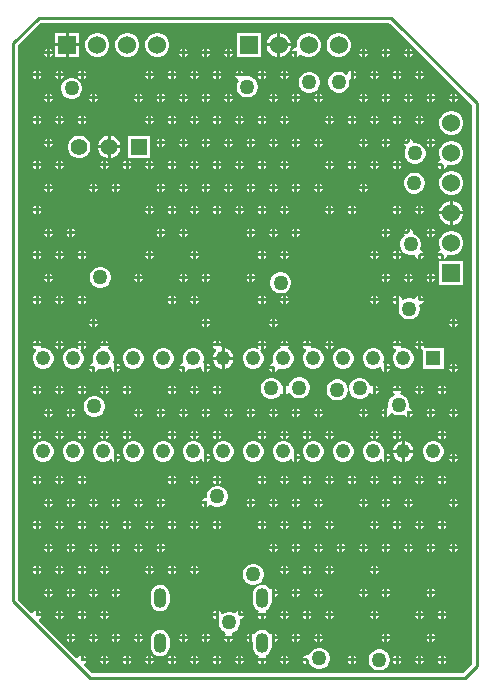
<source format=gbr>
G04*
G04 #@! TF.GenerationSoftware,Altium Limited,Altium Designer,25.3.3 (18)*
G04*
G04 Layer_Physical_Order=2*
G04 Layer_Color=36540*
%FSLAX25Y25*%
%MOIN*%
G70*
G04*
G04 #@! TF.SameCoordinates,2E22F27B-A00B-49EA-A22F-E70647FCC6C8*
G04*
G04*
G04 #@! TF.FilePolarity,Positive*
G04*
G01*
G75*
%ADD15C,0.01000*%
%ADD33C,0.06000*%
%ADD34R,0.06000X0.06000*%
%ADD37C,0.05512*%
%ADD38R,0.05512X0.05512*%
%ADD39R,0.06000X0.06000*%
G04:AMPARAMS|DCode=40|XSize=43.31mil|YSize=66.93mil|CornerRadius=21.65mil|HoleSize=0mil|Usage=FLASHONLY|Rotation=0.000|XOffset=0mil|YOffset=0mil|HoleType=Round|Shape=RoundedRectangle|*
%AMROUNDEDRECTD40*
21,1,0.04331,0.02362,0,0,0.0*
21,1,0.00000,0.06693,0,0,0.0*
1,1,0.04331,0.00000,-0.01181*
1,1,0.04331,0.00000,-0.01181*
1,1,0.04331,0.00000,0.01181*
1,1,0.04331,0.00000,0.01181*
%
%ADD40ROUNDEDRECTD40*%
%ADD44R,0.04894X0.04894*%
%ADD45C,0.04894*%
%ADD46C,0.01000*%
%ADD47C,0.05000*%
G36*
X339971Y289866D02*
Y103633D01*
X336866Y100529D01*
X213134D01*
X210585Y103078D01*
X210703Y103667D01*
X210850Y103728D01*
X211272Y104150D01*
X211417Y104500D01*
X210000D01*
Y105000D01*
X209500D01*
Y106416D01*
X209150Y106272D01*
X208728Y105850D01*
X208667Y105703D01*
X208078Y105585D01*
X195585Y118078D01*
X195703Y118667D01*
X195850Y118728D01*
X196272Y119150D01*
X196416Y119500D01*
X195000D01*
Y120000D01*
X194500D01*
Y121416D01*
X194150Y121272D01*
X193728Y120850D01*
X193667Y120703D01*
X193078Y120585D01*
X188529Y125134D01*
X188529Y309866D01*
X196133Y317471D01*
X312367Y317471D01*
X339971Y289866D01*
D02*
G37*
%LPC*%
G36*
X276027Y314000D02*
X276000D01*
Y310500D01*
X279500D01*
Y310527D01*
X279227Y311544D01*
X278701Y312456D01*
X277956Y313201D01*
X277044Y313727D01*
X276027Y314000D01*
D02*
G37*
G36*
X209000D02*
X205500D01*
Y310500D01*
X209000D01*
Y314000D01*
D02*
G37*
G36*
X204500D02*
X201000D01*
Y310500D01*
X204500D01*
Y314000D01*
D02*
G37*
G36*
X275000D02*
X274973D01*
X273956Y313727D01*
X273044Y313201D01*
X272299Y312456D01*
X271773Y311544D01*
X271500Y310527D01*
Y310500D01*
X275000D01*
Y314000D01*
D02*
G37*
G36*
X319250Y308916D02*
Y308000D01*
X320166D01*
X320022Y308350D01*
X319600Y308772D01*
X319250Y308916D01*
D02*
G37*
G36*
X318250D02*
X317900Y308772D01*
X317478Y308350D01*
X317334Y308000D01*
X318250D01*
Y308916D01*
D02*
G37*
G36*
X311750D02*
Y308000D01*
X312667D01*
X312522Y308350D01*
X312100Y308772D01*
X311750Y308916D01*
D02*
G37*
G36*
X310750D02*
X310400Y308772D01*
X309978Y308350D01*
X309834Y308000D01*
X310750D01*
Y308916D01*
D02*
G37*
G36*
X304250D02*
Y308000D01*
X305167D01*
X305022Y308350D01*
X304600Y308772D01*
X304250Y308916D01*
D02*
G37*
G36*
X303250D02*
X302900Y308772D01*
X302478Y308350D01*
X302333Y308000D01*
X303250D01*
Y308916D01*
D02*
G37*
G36*
X259250D02*
Y308000D01*
X260167D01*
X260022Y308350D01*
X259600Y308772D01*
X259250Y308916D01*
D02*
G37*
G36*
X258250D02*
X257900Y308772D01*
X257478Y308350D01*
X257333Y308000D01*
X258250D01*
Y308916D01*
D02*
G37*
G36*
X251750D02*
Y308000D01*
X252666D01*
X252522Y308350D01*
X252100Y308772D01*
X251750Y308916D01*
D02*
G37*
G36*
X250750D02*
X250400Y308772D01*
X249978Y308350D01*
X249833Y308000D01*
X250750D01*
Y308916D01*
D02*
G37*
G36*
X244250D02*
Y308000D01*
X245166D01*
X245022Y308350D01*
X244600Y308772D01*
X244250Y308916D01*
D02*
G37*
G36*
X243250D02*
X242900Y308772D01*
X242478Y308350D01*
X242334Y308000D01*
X243250D01*
Y308916D01*
D02*
G37*
G36*
X199250D02*
Y308000D01*
X200167D01*
X200022Y308350D01*
X199600Y308772D01*
X199250Y308916D01*
D02*
G37*
G36*
X198250D02*
X197900Y308772D01*
X197478Y308350D01*
X197334Y308000D01*
X198250D01*
Y308916D01*
D02*
G37*
G36*
X320166Y307000D02*
X319250D01*
Y306083D01*
X319600Y306228D01*
X320022Y306650D01*
X320166Y307000D01*
D02*
G37*
G36*
X318250D02*
X317334D01*
X317478Y306650D01*
X317900Y306228D01*
X318250Y306083D01*
Y307000D01*
D02*
G37*
G36*
X312667D02*
X311750D01*
Y306083D01*
X312100Y306228D01*
X312522Y306650D01*
X312667Y307000D01*
D02*
G37*
G36*
X310750D02*
X309834D01*
X309978Y306650D01*
X310400Y306228D01*
X310750Y306083D01*
Y307000D01*
D02*
G37*
G36*
X305167D02*
X304250D01*
Y306083D01*
X304600Y306228D01*
X305022Y306650D01*
X305167Y307000D01*
D02*
G37*
G36*
X303250D02*
X302333D01*
X302478Y306650D01*
X302900Y306228D01*
X303250Y306083D01*
Y307000D01*
D02*
G37*
G36*
X280750D02*
X279834D01*
X279978Y306650D01*
X280400Y306228D01*
X280750Y306083D01*
Y307000D01*
D02*
G37*
G36*
X260167D02*
X259250D01*
Y306083D01*
X259600Y306228D01*
X260022Y306650D01*
X260167Y307000D01*
D02*
G37*
G36*
X258250D02*
X257333D01*
X257478Y306650D01*
X257900Y306228D01*
X258250Y306083D01*
Y307000D01*
D02*
G37*
G36*
X252666D02*
X251750D01*
Y306083D01*
X252100Y306228D01*
X252522Y306650D01*
X252666Y307000D01*
D02*
G37*
G36*
X250750D02*
X249833D01*
X249978Y306650D01*
X250400Y306228D01*
X250750Y306083D01*
Y307000D01*
D02*
G37*
G36*
X245166D02*
X244250D01*
Y306083D01*
X244600Y306228D01*
X245022Y306650D01*
X245166Y307000D01*
D02*
G37*
G36*
X243250D02*
X242334D01*
X242478Y306650D01*
X242900Y306228D01*
X243250Y306083D01*
Y307000D01*
D02*
G37*
G36*
X200167D02*
X199250D01*
Y306083D01*
X199600Y306228D01*
X200022Y306650D01*
X200167Y307000D01*
D02*
G37*
G36*
X198250D02*
X197334D01*
X197478Y306650D01*
X197900Y306228D01*
X198250Y306083D01*
Y307000D01*
D02*
G37*
G36*
X296027Y314000D02*
X294973D01*
X293956Y313727D01*
X293044Y313201D01*
X292299Y312456D01*
X291773Y311544D01*
X291500Y310527D01*
Y309473D01*
X291773Y308456D01*
X292299Y307544D01*
X293044Y306799D01*
X293956Y306273D01*
X294973Y306000D01*
X296027D01*
X297044Y306273D01*
X297956Y306799D01*
X298701Y307544D01*
X299227Y308456D01*
X299500Y309473D01*
Y310527D01*
X299227Y311544D01*
X298701Y312456D01*
X297956Y313201D01*
X297044Y313727D01*
X296027Y314000D01*
D02*
G37*
G36*
X286027D02*
X284973D01*
X283956Y313727D01*
X283044Y313201D01*
X282299Y312456D01*
X281773Y311544D01*
X281500Y310527D01*
Y309473D01*
X281109Y309000D01*
X280952D01*
X280400Y308772D01*
X279978Y308350D01*
X279834Y308000D01*
X281250D01*
Y307500D01*
X281750D01*
Y306083D01*
X282100Y306228D01*
X282522Y306650D01*
X282546Y306709D01*
X282855Y306771D01*
X283109Y306762D01*
X283956Y306273D01*
X284973Y306000D01*
X286027D01*
X287044Y306273D01*
X287956Y306799D01*
X288701Y307544D01*
X289227Y308456D01*
X289500Y309473D01*
Y310527D01*
X289227Y311544D01*
X288701Y312456D01*
X287956Y313201D01*
X287044Y313727D01*
X286027Y314000D01*
D02*
G37*
G36*
X279500Y309500D02*
X276000D01*
Y306000D01*
X276027D01*
X277044Y306273D01*
X277956Y306799D01*
X278701Y307544D01*
X279227Y308456D01*
X279500Y309473D01*
Y309500D01*
D02*
G37*
G36*
X275000D02*
X271500D01*
Y309473D01*
X271773Y308456D01*
X272299Y307544D01*
X273044Y306799D01*
X273956Y306273D01*
X274973Y306000D01*
X275000D01*
Y309500D01*
D02*
G37*
G36*
X269500Y314000D02*
X261500D01*
Y306000D01*
X269500D01*
Y314000D01*
D02*
G37*
G36*
X235527D02*
X234473D01*
X233456Y313727D01*
X232544Y313201D01*
X231799Y312456D01*
X231273Y311544D01*
X231000Y310527D01*
Y309473D01*
X231273Y308456D01*
X231799Y307544D01*
X232544Y306799D01*
X233456Y306273D01*
X234473Y306000D01*
X235527D01*
X236544Y306273D01*
X237456Y306799D01*
X238201Y307544D01*
X238727Y308456D01*
X239000Y309473D01*
Y310527D01*
X238727Y311544D01*
X238201Y312456D01*
X237456Y313201D01*
X236544Y313727D01*
X235527Y314000D01*
D02*
G37*
G36*
X225527D02*
X224473D01*
X223456Y313727D01*
X222544Y313201D01*
X221799Y312456D01*
X221273Y311544D01*
X221000Y310527D01*
Y309473D01*
X221273Y308456D01*
X221799Y307544D01*
X222544Y306799D01*
X223456Y306273D01*
X224473Y306000D01*
X225527D01*
X226544Y306273D01*
X227456Y306799D01*
X228201Y307544D01*
X228727Y308456D01*
X229000Y309473D01*
Y310527D01*
X228727Y311544D01*
X228201Y312456D01*
X227456Y313201D01*
X226544Y313727D01*
X225527Y314000D01*
D02*
G37*
G36*
X215527D02*
X214473D01*
X213456Y313727D01*
X212544Y313201D01*
X211799Y312456D01*
X211273Y311544D01*
X211000Y310527D01*
Y309473D01*
X211273Y308456D01*
X211799Y307544D01*
X212544Y306799D01*
X213456Y306273D01*
X214473Y306000D01*
X215527D01*
X216544Y306273D01*
X217456Y306799D01*
X218201Y307544D01*
X218727Y308456D01*
X219000Y309473D01*
Y310527D01*
X218727Y311544D01*
X218201Y312456D01*
X217456Y313201D01*
X216544Y313727D01*
X215527Y314000D01*
D02*
G37*
G36*
X209000Y309500D02*
X205500D01*
Y306000D01*
X209000D01*
Y309500D01*
D02*
G37*
G36*
X204500D02*
X201000D01*
Y306000D01*
X204500D01*
Y309500D01*
D02*
G37*
G36*
X323000Y301416D02*
Y300500D01*
X323917D01*
X323772Y300850D01*
X323350Y301272D01*
X323000Y301416D01*
D02*
G37*
G36*
X322000D02*
X321650Y301272D01*
X321228Y300850D01*
X321083Y300500D01*
X322000D01*
Y301416D01*
D02*
G37*
G36*
X315500D02*
Y300500D01*
X316417D01*
X316272Y300850D01*
X315850Y301272D01*
X315500Y301416D01*
D02*
G37*
G36*
X314500D02*
X314150Y301272D01*
X313728Y300850D01*
X313583Y300500D01*
X314500D01*
Y301416D01*
D02*
G37*
G36*
X308000D02*
Y300500D01*
X308916D01*
X308772Y300850D01*
X308350Y301272D01*
X308000Y301416D01*
D02*
G37*
G36*
X307000D02*
X306650Y301272D01*
X306228Y300850D01*
X306083Y300500D01*
X307000D01*
Y301416D01*
D02*
G37*
G36*
X300500D02*
Y300500D01*
X301416D01*
X301272Y300850D01*
X300850Y301272D01*
X300500Y301416D01*
D02*
G37*
G36*
X278000D02*
Y300500D01*
X278917D01*
X278772Y300850D01*
X278350Y301272D01*
X278000Y301416D01*
D02*
G37*
G36*
X277000D02*
X276650Y301272D01*
X276228Y300850D01*
X276083Y300500D01*
X277000D01*
Y301416D01*
D02*
G37*
G36*
X270500D02*
Y300500D01*
X271416D01*
X271272Y300850D01*
X270850Y301272D01*
X270500Y301416D01*
D02*
G37*
G36*
X269500D02*
X269150Y301272D01*
X268728Y300850D01*
X268583Y300500D01*
X269500D01*
Y301416D01*
D02*
G37*
G36*
X263000D02*
Y300500D01*
X263916D01*
X263772Y300850D01*
X263350Y301272D01*
X263000Y301416D01*
D02*
G37*
G36*
X262000D02*
X261650Y301272D01*
X261228Y300850D01*
X261084Y300500D01*
X262000D01*
Y301416D01*
D02*
G37*
G36*
X255500D02*
Y300500D01*
X256417D01*
X256272Y300850D01*
X255850Y301272D01*
X255500Y301416D01*
D02*
G37*
G36*
X254500D02*
X254150Y301272D01*
X253728Y300850D01*
X253584Y300500D01*
X254500D01*
Y301416D01*
D02*
G37*
G36*
X248000D02*
Y300500D01*
X248917D01*
X248772Y300850D01*
X248350Y301272D01*
X248000Y301416D01*
D02*
G37*
G36*
X247000D02*
X246650Y301272D01*
X246228Y300850D01*
X246083Y300500D01*
X247000D01*
Y301416D01*
D02*
G37*
G36*
X240500D02*
Y300500D01*
X241417D01*
X241272Y300850D01*
X240850Y301272D01*
X240500Y301416D01*
D02*
G37*
G36*
X239500D02*
X239150Y301272D01*
X238728Y300850D01*
X238583Y300500D01*
X239500D01*
Y301416D01*
D02*
G37*
G36*
X233000D02*
Y300500D01*
X233916D01*
X233772Y300850D01*
X233350Y301272D01*
X233000Y301416D01*
D02*
G37*
G36*
X232000D02*
X231650Y301272D01*
X231228Y300850D01*
X231083Y300500D01*
X232000D01*
Y301416D01*
D02*
G37*
G36*
X210500D02*
Y300500D01*
X211417D01*
X211272Y300850D01*
X210850Y301272D01*
X210500Y301416D01*
D02*
G37*
G36*
X209500D02*
X209150Y301272D01*
X208728Y300850D01*
X208583Y300500D01*
X209500D01*
Y301416D01*
D02*
G37*
G36*
X203000D02*
Y300500D01*
X203917D01*
X203772Y300850D01*
X203350Y301272D01*
X203000Y301416D01*
D02*
G37*
G36*
X202000D02*
X201650Y301272D01*
X201228Y300850D01*
X201083Y300500D01*
X202000D01*
Y301416D01*
D02*
G37*
G36*
X195500D02*
Y300500D01*
X196416D01*
X196272Y300850D01*
X195850Y301272D01*
X195500Y301416D01*
D02*
G37*
G36*
X194500D02*
X194150Y301272D01*
X193728Y300850D01*
X193584Y300500D01*
X194500D01*
Y301416D01*
D02*
G37*
G36*
X299500D02*
X299150Y301272D01*
X298728Y300850D01*
X298500Y300298D01*
X298000Y300113D01*
X297688Y300425D01*
X296889Y300886D01*
X295999Y301125D01*
X295078D01*
X294187Y300886D01*
X293389Y300425D01*
X292738Y299774D01*
X292277Y298976D01*
X292038Y298085D01*
Y297164D01*
X292277Y296274D01*
X292738Y295476D01*
X293389Y294824D01*
X294187Y294363D01*
X295078Y294125D01*
X295999D01*
X296889Y294363D01*
X297688Y294824D01*
X298339Y295476D01*
X298800Y296274D01*
X299039Y297164D01*
Y298085D01*
X298994Y298252D01*
X299413Y298620D01*
X299500Y298584D01*
Y300000D01*
Y301416D01*
D02*
G37*
G36*
X265461Y299500D02*
X264539D01*
X264401Y299463D01*
X264365Y299500D01*
X261084D01*
X261228Y299150D01*
X261650Y298728D01*
X261948Y298605D01*
X262038Y298442D01*
X262133Y298047D01*
X262130Y298029D01*
X261738Y297351D01*
X261500Y296461D01*
Y295539D01*
X261738Y294649D01*
X262199Y293851D01*
X262851Y293199D01*
X263649Y292739D01*
X264539Y292500D01*
X265461D01*
X266351Y292739D01*
X267149Y293199D01*
X267801Y293851D01*
X268262Y294649D01*
X268500Y295539D01*
Y296461D01*
X268262Y297351D01*
X267801Y298149D01*
X267149Y298801D01*
X266351Y299261D01*
X265461Y299500D01*
D02*
G37*
G36*
X323917D02*
X323000D01*
Y298584D01*
X323350Y298728D01*
X323772Y299150D01*
X323917Y299500D01*
D02*
G37*
G36*
X322000D02*
X321083D01*
X321228Y299150D01*
X321650Y298728D01*
X322000Y298584D01*
Y299500D01*
D02*
G37*
G36*
X316417D02*
X315500D01*
Y298584D01*
X315850Y298728D01*
X316272Y299150D01*
X316417Y299500D01*
D02*
G37*
G36*
X314500D02*
X313583D01*
X313728Y299150D01*
X314150Y298728D01*
X314500Y298584D01*
Y299500D01*
D02*
G37*
G36*
X308916D02*
X308000D01*
Y298584D01*
X308350Y298728D01*
X308772Y299150D01*
X308916Y299500D01*
D02*
G37*
G36*
X307000D02*
X306083D01*
X306228Y299150D01*
X306650Y298728D01*
X307000Y298584D01*
Y299500D01*
D02*
G37*
G36*
X301416D02*
X300500D01*
Y298584D01*
X300850Y298728D01*
X301272Y299150D01*
X301416Y299500D01*
D02*
G37*
G36*
X278917D02*
X278000D01*
Y298584D01*
X278350Y298728D01*
X278772Y299150D01*
X278917Y299500D01*
D02*
G37*
G36*
X277000D02*
X276083D01*
X276228Y299150D01*
X276650Y298728D01*
X277000Y298584D01*
Y299500D01*
D02*
G37*
G36*
X271416D02*
X270500D01*
Y298584D01*
X270850Y298728D01*
X271272Y299150D01*
X271416Y299500D01*
D02*
G37*
G36*
X269500D02*
X268583D01*
X268728Y299150D01*
X269150Y298728D01*
X269500Y298584D01*
Y299500D01*
D02*
G37*
G36*
X256417D02*
X255500D01*
Y298584D01*
X255850Y298728D01*
X256272Y299150D01*
X256417Y299500D01*
D02*
G37*
G36*
X254500D02*
X253584D01*
X253728Y299150D01*
X254150Y298728D01*
X254500Y298584D01*
Y299500D01*
D02*
G37*
G36*
X248917D02*
X248000D01*
Y298584D01*
X248350Y298728D01*
X248772Y299150D01*
X248917Y299500D01*
D02*
G37*
G36*
X247000D02*
X246083D01*
X246228Y299150D01*
X246650Y298728D01*
X247000Y298584D01*
Y299500D01*
D02*
G37*
G36*
X241417D02*
X240500D01*
Y298584D01*
X240850Y298728D01*
X241272Y299150D01*
X241417Y299500D01*
D02*
G37*
G36*
X239500D02*
X238583D01*
X238728Y299150D01*
X239150Y298728D01*
X239500Y298584D01*
Y299500D01*
D02*
G37*
G36*
X233916D02*
X233000D01*
Y298584D01*
X233350Y298728D01*
X233772Y299150D01*
X233916Y299500D01*
D02*
G37*
G36*
X232000D02*
X231083D01*
X231228Y299150D01*
X231650Y298728D01*
X232000Y298584D01*
Y299500D01*
D02*
G37*
G36*
X211417D02*
X210500D01*
Y298584D01*
X210850Y298728D01*
X211272Y299150D01*
X211417Y299500D01*
D02*
G37*
G36*
X209500D02*
X208583D01*
X208728Y299150D01*
X209150Y298728D01*
X209500Y298584D01*
Y299500D01*
D02*
G37*
G36*
X203917D02*
X203000D01*
Y298584D01*
X203350Y298728D01*
X203772Y299150D01*
X203917Y299500D01*
D02*
G37*
G36*
X202000D02*
X201083D01*
X201228Y299150D01*
X201650Y298728D01*
X202000Y298584D01*
Y299500D01*
D02*
G37*
G36*
X196416D02*
X195500D01*
Y298584D01*
X195850Y298728D01*
X196272Y299150D01*
X196416Y299500D01*
D02*
G37*
G36*
X194500D02*
X193584D01*
X193728Y299150D01*
X194150Y298728D01*
X194500Y298584D01*
Y299500D01*
D02*
G37*
G36*
X286130Y301035D02*
X285208D01*
X284318Y300796D01*
X283520Y300336D01*
X282868Y299684D01*
X282408Y298886D01*
X282169Y297996D01*
Y297074D01*
X282408Y296184D01*
X282868Y295386D01*
X283520Y294734D01*
X284318Y294273D01*
X285208Y294035D01*
X286130D01*
X287020Y294273D01*
X287818Y294734D01*
X288470Y295386D01*
X288931Y296184D01*
X289169Y297074D01*
Y297996D01*
X288931Y298886D01*
X288470Y299684D01*
X287818Y300336D01*
X287020Y300796D01*
X286130Y301035D01*
D02*
G37*
G36*
X334250Y293917D02*
Y293000D01*
X335167D01*
X335022Y293350D01*
X334600Y293772D01*
X334250Y293917D01*
D02*
G37*
G36*
X333250D02*
X332900Y293772D01*
X332478Y293350D01*
X332333Y293000D01*
X333250D01*
Y293917D01*
D02*
G37*
G36*
X326750D02*
Y293000D01*
X327666D01*
X327522Y293350D01*
X327100Y293772D01*
X326750Y293917D01*
D02*
G37*
G36*
X325750D02*
X325400Y293772D01*
X324978Y293350D01*
X324833Y293000D01*
X325750D01*
Y293917D01*
D02*
G37*
G36*
X319250D02*
Y293000D01*
X320166D01*
X320022Y293350D01*
X319600Y293772D01*
X319250Y293917D01*
D02*
G37*
G36*
X318250D02*
X317900Y293772D01*
X317478Y293350D01*
X317334Y293000D01*
X318250D01*
Y293917D01*
D02*
G37*
G36*
X311750D02*
Y293000D01*
X312667D01*
X312522Y293350D01*
X312100Y293772D01*
X311750Y293917D01*
D02*
G37*
G36*
X310750D02*
X310400Y293772D01*
X309978Y293350D01*
X309834Y293000D01*
X310750D01*
Y293917D01*
D02*
G37*
G36*
X304250D02*
Y293000D01*
X305167D01*
X305022Y293350D01*
X304600Y293772D01*
X304250Y293917D01*
D02*
G37*
G36*
X303250D02*
X302900Y293772D01*
X302478Y293350D01*
X302333Y293000D01*
X303250D01*
Y293917D01*
D02*
G37*
G36*
X289250D02*
Y293000D01*
X290166D01*
X290022Y293350D01*
X289600Y293772D01*
X289250Y293917D01*
D02*
G37*
G36*
X288250D02*
X287900Y293772D01*
X287478Y293350D01*
X287333Y293000D01*
X288250D01*
Y293917D01*
D02*
G37*
G36*
X281750D02*
Y293000D01*
X282666D01*
X282522Y293350D01*
X282100Y293772D01*
X281750Y293917D01*
D02*
G37*
G36*
X280750D02*
X280400Y293772D01*
X279978Y293350D01*
X279834Y293000D01*
X280750D01*
Y293917D01*
D02*
G37*
G36*
X274250D02*
Y293000D01*
X275167D01*
X275022Y293350D01*
X274600Y293772D01*
X274250Y293917D01*
D02*
G37*
G36*
X273250D02*
X272900Y293772D01*
X272478Y293350D01*
X272334Y293000D01*
X273250D01*
Y293917D01*
D02*
G37*
G36*
X259250D02*
Y293000D01*
X260167D01*
X260022Y293350D01*
X259600Y293772D01*
X259250Y293917D01*
D02*
G37*
G36*
X258250D02*
X257900Y293772D01*
X257478Y293350D01*
X257333Y293000D01*
X258250D01*
Y293917D01*
D02*
G37*
G36*
X251750D02*
Y293000D01*
X252666D01*
X252522Y293350D01*
X252100Y293772D01*
X251750Y293917D01*
D02*
G37*
G36*
X250750D02*
X250400Y293772D01*
X249978Y293350D01*
X249833Y293000D01*
X250750D01*
Y293917D01*
D02*
G37*
G36*
X244250D02*
Y293000D01*
X245166D01*
X245022Y293350D01*
X244600Y293772D01*
X244250Y293917D01*
D02*
G37*
G36*
X243250D02*
X242900Y293772D01*
X242478Y293350D01*
X242334Y293000D01*
X243250D01*
Y293917D01*
D02*
G37*
G36*
X236750D02*
Y293000D01*
X237667D01*
X237522Y293350D01*
X237100Y293772D01*
X236750Y293917D01*
D02*
G37*
G36*
X235750D02*
X235400Y293772D01*
X234978Y293350D01*
X234834Y293000D01*
X235750D01*
Y293917D01*
D02*
G37*
G36*
X229250D02*
Y293000D01*
X230167D01*
X230022Y293350D01*
X229600Y293772D01*
X229250Y293917D01*
D02*
G37*
G36*
X228250D02*
X227900Y293772D01*
X227478Y293350D01*
X227333Y293000D01*
X228250D01*
Y293917D01*
D02*
G37*
G36*
X214250D02*
Y293000D01*
X215166D01*
X215022Y293350D01*
X214600Y293772D01*
X214250Y293917D01*
D02*
G37*
G36*
X213250D02*
X212900Y293772D01*
X212478Y293350D01*
X212333Y293000D01*
X213250D01*
Y293917D01*
D02*
G37*
G36*
X199250D02*
Y293000D01*
X200167D01*
X200022Y293350D01*
X199600Y293772D01*
X199250Y293917D01*
D02*
G37*
G36*
X198250D02*
X197900Y293772D01*
X197478Y293350D01*
X197334Y293000D01*
X198250D01*
Y293917D01*
D02*
G37*
G36*
X206961Y299000D02*
X206039D01*
X205149Y298762D01*
X204351Y298301D01*
X203699Y297649D01*
X203239Y296851D01*
X203000Y295961D01*
Y295039D01*
X203239Y294149D01*
X203699Y293351D01*
X204351Y292699D01*
X205149Y292238D01*
X206039Y292000D01*
X206961D01*
X207851Y292238D01*
X208649Y292699D01*
X209301Y293351D01*
X209762Y294149D01*
X210000Y295039D01*
Y295961D01*
X209762Y296851D01*
X209301Y297649D01*
X208649Y298301D01*
X207851Y298762D01*
X206961Y299000D01*
D02*
G37*
G36*
X335167Y292000D02*
X334250D01*
Y291084D01*
X334600Y291228D01*
X335022Y291650D01*
X335167Y292000D01*
D02*
G37*
G36*
X333250D02*
X332333D01*
X332478Y291650D01*
X332900Y291228D01*
X333250Y291084D01*
Y292000D01*
D02*
G37*
G36*
X327666D02*
X326750D01*
Y291084D01*
X327100Y291228D01*
X327522Y291650D01*
X327666Y292000D01*
D02*
G37*
G36*
X325750D02*
X324833D01*
X324978Y291650D01*
X325400Y291228D01*
X325750Y291084D01*
Y292000D01*
D02*
G37*
G36*
X320166D02*
X319250D01*
Y291084D01*
X319600Y291228D01*
X320022Y291650D01*
X320166Y292000D01*
D02*
G37*
G36*
X318250D02*
X317334D01*
X317478Y291650D01*
X317900Y291228D01*
X318250Y291084D01*
Y292000D01*
D02*
G37*
G36*
X312667D02*
X311750D01*
Y291084D01*
X312100Y291228D01*
X312522Y291650D01*
X312667Y292000D01*
D02*
G37*
G36*
X310750D02*
X309834D01*
X309978Y291650D01*
X310400Y291228D01*
X310750Y291084D01*
Y292000D01*
D02*
G37*
G36*
X305167D02*
X304250D01*
Y291084D01*
X304600Y291228D01*
X305022Y291650D01*
X305167Y292000D01*
D02*
G37*
G36*
X303250D02*
X302333D01*
X302478Y291650D01*
X302900Y291228D01*
X303250Y291084D01*
Y292000D01*
D02*
G37*
G36*
X290166D02*
X289250D01*
Y291084D01*
X289600Y291228D01*
X290022Y291650D01*
X290166Y292000D01*
D02*
G37*
G36*
X288250D02*
X287333D01*
X287478Y291650D01*
X287900Y291228D01*
X288250Y291084D01*
Y292000D01*
D02*
G37*
G36*
X282666D02*
X281750D01*
Y291084D01*
X282100Y291228D01*
X282522Y291650D01*
X282666Y292000D01*
D02*
G37*
G36*
X280750D02*
X279834D01*
X279978Y291650D01*
X280400Y291228D01*
X280750Y291084D01*
Y292000D01*
D02*
G37*
G36*
X275167D02*
X274250D01*
Y291084D01*
X274600Y291228D01*
X275022Y291650D01*
X275167Y292000D01*
D02*
G37*
G36*
X273250D02*
X272334D01*
X272478Y291650D01*
X272900Y291228D01*
X273250Y291084D01*
Y292000D01*
D02*
G37*
G36*
X260167D02*
X259250D01*
Y291084D01*
X259600Y291228D01*
X260022Y291650D01*
X260167Y292000D01*
D02*
G37*
G36*
X258250D02*
X257333D01*
X257478Y291650D01*
X257900Y291228D01*
X258250Y291084D01*
Y292000D01*
D02*
G37*
G36*
X252666D02*
X251750D01*
Y291084D01*
X252100Y291228D01*
X252522Y291650D01*
X252666Y292000D01*
D02*
G37*
G36*
X250750D02*
X249833D01*
X249978Y291650D01*
X250400Y291228D01*
X250750Y291084D01*
Y292000D01*
D02*
G37*
G36*
X245166D02*
X244250D01*
Y291084D01*
X244600Y291228D01*
X245022Y291650D01*
X245166Y292000D01*
D02*
G37*
G36*
X243250D02*
X242334D01*
X242478Y291650D01*
X242900Y291228D01*
X243250Y291084D01*
Y292000D01*
D02*
G37*
G36*
X237667D02*
X236750D01*
Y291084D01*
X237100Y291228D01*
X237522Y291650D01*
X237667Y292000D01*
D02*
G37*
G36*
X235750D02*
X234834D01*
X234978Y291650D01*
X235400Y291228D01*
X235750Y291084D01*
Y292000D01*
D02*
G37*
G36*
X230167D02*
X229250D01*
Y291084D01*
X229600Y291228D01*
X230022Y291650D01*
X230167Y292000D01*
D02*
G37*
G36*
X228250D02*
X227333D01*
X227478Y291650D01*
X227900Y291228D01*
X228250Y291084D01*
Y292000D01*
D02*
G37*
G36*
X215166D02*
X214250D01*
Y291084D01*
X214600Y291228D01*
X215022Y291650D01*
X215166Y292000D01*
D02*
G37*
G36*
X213250D02*
X212333D01*
X212478Y291650D01*
X212900Y291228D01*
X213250Y291084D01*
Y292000D01*
D02*
G37*
G36*
X200167D02*
X199250D01*
Y291084D01*
X199600Y291228D01*
X200022Y291650D01*
X200167Y292000D01*
D02*
G37*
G36*
X198250D02*
X197334D01*
X197478Y291650D01*
X197900Y291228D01*
X198250Y291084D01*
Y292000D01*
D02*
G37*
G36*
X323000Y286417D02*
Y285500D01*
X323917D01*
X323772Y285850D01*
X323350Y286272D01*
X323000Y286417D01*
D02*
G37*
G36*
X322000D02*
X321650Y286272D01*
X321228Y285850D01*
X321083Y285500D01*
X322000D01*
Y286417D01*
D02*
G37*
G36*
X315500D02*
Y285500D01*
X316417D01*
X316272Y285850D01*
X315850Y286272D01*
X315500Y286417D01*
D02*
G37*
G36*
X314500D02*
X314150Y286272D01*
X313728Y285850D01*
X313583Y285500D01*
X314500D01*
Y286417D01*
D02*
G37*
G36*
X308000D02*
Y285500D01*
X308916D01*
X308772Y285850D01*
X308350Y286272D01*
X308000Y286417D01*
D02*
G37*
G36*
X307000D02*
X306650Y286272D01*
X306228Y285850D01*
X306083Y285500D01*
X307000D01*
Y286417D01*
D02*
G37*
G36*
X300500D02*
Y285500D01*
X301416D01*
X301272Y285850D01*
X300850Y286272D01*
X300500Y286417D01*
D02*
G37*
G36*
X299500D02*
X299150Y286272D01*
X298728Y285850D01*
X298584Y285500D01*
X299500D01*
Y286417D01*
D02*
G37*
G36*
X293000D02*
Y285500D01*
X293917D01*
X293772Y285850D01*
X293350Y286272D01*
X293000Y286417D01*
D02*
G37*
G36*
X292000D02*
X291650Y286272D01*
X291228Y285850D01*
X291084Y285500D01*
X292000D01*
Y286417D01*
D02*
G37*
G36*
X278000D02*
Y285500D01*
X278917D01*
X278772Y285850D01*
X278350Y286272D01*
X278000Y286417D01*
D02*
G37*
G36*
X277000D02*
X276650Y286272D01*
X276228Y285850D01*
X276083Y285500D01*
X277000D01*
Y286417D01*
D02*
G37*
G36*
X270500D02*
Y285500D01*
X271416D01*
X271272Y285850D01*
X270850Y286272D01*
X270500Y286417D01*
D02*
G37*
G36*
X269500D02*
X269150Y286272D01*
X268728Y285850D01*
X268583Y285500D01*
X269500D01*
Y286417D01*
D02*
G37*
G36*
X263000D02*
Y285500D01*
X263916D01*
X263772Y285850D01*
X263350Y286272D01*
X263000Y286417D01*
D02*
G37*
G36*
X262000D02*
X261650Y286272D01*
X261228Y285850D01*
X261084Y285500D01*
X262000D01*
Y286417D01*
D02*
G37*
G36*
X255500D02*
Y285500D01*
X256417D01*
X256272Y285850D01*
X255850Y286272D01*
X255500Y286417D01*
D02*
G37*
G36*
X254500D02*
X254150Y286272D01*
X253728Y285850D01*
X253584Y285500D01*
X254500D01*
Y286417D01*
D02*
G37*
G36*
X248000D02*
Y285500D01*
X248917D01*
X248772Y285850D01*
X248350Y286272D01*
X248000Y286417D01*
D02*
G37*
G36*
X247000D02*
X246650Y286272D01*
X246228Y285850D01*
X246083Y285500D01*
X247000D01*
Y286417D01*
D02*
G37*
G36*
X240500D02*
Y285500D01*
X241417D01*
X241272Y285850D01*
X240850Y286272D01*
X240500Y286417D01*
D02*
G37*
G36*
X239500D02*
X239150Y286272D01*
X238728Y285850D01*
X238583Y285500D01*
X239500D01*
Y286417D01*
D02*
G37*
G36*
X233000D02*
Y285500D01*
X233916D01*
X233772Y285850D01*
X233350Y286272D01*
X233000Y286417D01*
D02*
G37*
G36*
X232000D02*
X231650Y286272D01*
X231228Y285850D01*
X231083Y285500D01*
X232000D01*
Y286417D01*
D02*
G37*
G36*
X210500D02*
Y285500D01*
X211417D01*
X211272Y285850D01*
X210850Y286272D01*
X210500Y286417D01*
D02*
G37*
G36*
X209500D02*
X209150Y286272D01*
X208728Y285850D01*
X208583Y285500D01*
X209500D01*
Y286417D01*
D02*
G37*
G36*
X203000D02*
Y285500D01*
X203917D01*
X203772Y285850D01*
X203350Y286272D01*
X203000Y286417D01*
D02*
G37*
G36*
X202000D02*
X201650Y286272D01*
X201228Y285850D01*
X201083Y285500D01*
X202000D01*
Y286417D01*
D02*
G37*
G36*
X195500D02*
Y285500D01*
X196416D01*
X196272Y285850D01*
X195850Y286272D01*
X195500Y286417D01*
D02*
G37*
G36*
X194500D02*
X194150Y286272D01*
X193728Y285850D01*
X193584Y285500D01*
X194500D01*
Y286417D01*
D02*
G37*
G36*
X323917Y284500D02*
X323000D01*
Y283583D01*
X323350Y283728D01*
X323772Y284150D01*
X323917Y284500D01*
D02*
G37*
G36*
X322000D02*
X321083D01*
X321228Y284150D01*
X321650Y283728D01*
X322000Y283583D01*
Y284500D01*
D02*
G37*
G36*
X316417D02*
X315500D01*
Y283583D01*
X315850Y283728D01*
X316272Y284150D01*
X316417Y284500D01*
D02*
G37*
G36*
X314500D02*
X313583D01*
X313728Y284150D01*
X314150Y283728D01*
X314500Y283583D01*
Y284500D01*
D02*
G37*
G36*
X308916D02*
X308000D01*
Y283583D01*
X308350Y283728D01*
X308772Y284150D01*
X308916Y284500D01*
D02*
G37*
G36*
X307000D02*
X306083D01*
X306228Y284150D01*
X306650Y283728D01*
X307000Y283583D01*
Y284500D01*
D02*
G37*
G36*
X301416D02*
X300500D01*
Y283583D01*
X300850Y283728D01*
X301272Y284150D01*
X301416Y284500D01*
D02*
G37*
G36*
X299500D02*
X298584D01*
X298728Y284150D01*
X299150Y283728D01*
X299500Y283583D01*
Y284500D01*
D02*
G37*
G36*
X293917D02*
X293000D01*
Y283583D01*
X293350Y283728D01*
X293772Y284150D01*
X293917Y284500D01*
D02*
G37*
G36*
X292000D02*
X291084D01*
X291228Y284150D01*
X291650Y283728D01*
X292000Y283583D01*
Y284500D01*
D02*
G37*
G36*
X278917D02*
X278000D01*
Y283583D01*
X278350Y283728D01*
X278772Y284150D01*
X278917Y284500D01*
D02*
G37*
G36*
X277000D02*
X276083D01*
X276228Y284150D01*
X276650Y283728D01*
X277000Y283583D01*
Y284500D01*
D02*
G37*
G36*
X271416D02*
X270500D01*
Y283583D01*
X270850Y283728D01*
X271272Y284150D01*
X271416Y284500D01*
D02*
G37*
G36*
X269500D02*
X268583D01*
X268728Y284150D01*
X269150Y283728D01*
X269500Y283583D01*
Y284500D01*
D02*
G37*
G36*
X263916D02*
X263000D01*
Y283583D01*
X263350Y283728D01*
X263772Y284150D01*
X263916Y284500D01*
D02*
G37*
G36*
X262000D02*
X261084D01*
X261228Y284150D01*
X261650Y283728D01*
X262000Y283583D01*
Y284500D01*
D02*
G37*
G36*
X256417D02*
X255500D01*
Y283583D01*
X255850Y283728D01*
X256272Y284150D01*
X256417Y284500D01*
D02*
G37*
G36*
X254500D02*
X253584D01*
X253728Y284150D01*
X254150Y283728D01*
X254500Y283583D01*
Y284500D01*
D02*
G37*
G36*
X248917D02*
X248000D01*
Y283583D01*
X248350Y283728D01*
X248772Y284150D01*
X248917Y284500D01*
D02*
G37*
G36*
X247000D02*
X246083D01*
X246228Y284150D01*
X246650Y283728D01*
X247000Y283583D01*
Y284500D01*
D02*
G37*
G36*
X241417D02*
X240500D01*
Y283583D01*
X240850Y283728D01*
X241272Y284150D01*
X241417Y284500D01*
D02*
G37*
G36*
X239500D02*
X238583D01*
X238728Y284150D01*
X239150Y283728D01*
X239500Y283583D01*
Y284500D01*
D02*
G37*
G36*
X233916D02*
X233000D01*
Y283583D01*
X233350Y283728D01*
X233772Y284150D01*
X233916Y284500D01*
D02*
G37*
G36*
X232000D02*
X231083D01*
X231228Y284150D01*
X231650Y283728D01*
X232000Y283583D01*
Y284500D01*
D02*
G37*
G36*
X211417D02*
X210500D01*
Y283583D01*
X210850Y283728D01*
X211272Y284150D01*
X211417Y284500D01*
D02*
G37*
G36*
X209500D02*
X208583D01*
X208728Y284150D01*
X209150Y283728D01*
X209500Y283583D01*
Y284500D01*
D02*
G37*
G36*
X203917D02*
X203000D01*
Y283583D01*
X203350Y283728D01*
X203772Y284150D01*
X203917Y284500D01*
D02*
G37*
G36*
X202000D02*
X201083D01*
X201228Y284150D01*
X201650Y283728D01*
X202000Y283583D01*
Y284500D01*
D02*
G37*
G36*
X196416D02*
X195500D01*
Y283583D01*
X195850Y283728D01*
X196272Y284150D01*
X196416Y284500D01*
D02*
G37*
G36*
X194500D02*
X193584D01*
X193728Y284150D01*
X194150Y283728D01*
X194500Y283583D01*
Y284500D01*
D02*
G37*
G36*
X333527Y288000D02*
X332473D01*
X331456Y287727D01*
X330544Y287201D01*
X329799Y286456D01*
X329273Y285544D01*
X329000Y284527D01*
Y283473D01*
X329273Y282456D01*
X329799Y281544D01*
X330544Y280799D01*
X331456Y280273D01*
X332473Y280000D01*
X333527D01*
X334544Y280273D01*
X335456Y280799D01*
X336201Y281544D01*
X336727Y282456D01*
X337000Y283473D01*
Y284527D01*
X336727Y285544D01*
X336201Y286456D01*
X335456Y287201D01*
X334544Y287727D01*
X333527Y288000D01*
D02*
G37*
G36*
X326750Y278917D02*
Y278000D01*
X327666D01*
X327522Y278350D01*
X327100Y278772D01*
X326750Y278917D01*
D02*
G37*
G36*
X325750D02*
X325400Y278772D01*
X324978Y278350D01*
X324833Y278000D01*
X325750D01*
Y278917D01*
D02*
G37*
G36*
X318250D02*
X317900Y278772D01*
X317478Y278350D01*
X317334Y278000D01*
X318250D01*
Y278917D01*
D02*
G37*
G36*
X311750D02*
Y278000D01*
X312667D01*
X312522Y278350D01*
X312100Y278772D01*
X311750Y278917D01*
D02*
G37*
G36*
X310750D02*
X310400Y278772D01*
X309978Y278350D01*
X309834Y278000D01*
X310750D01*
Y278917D01*
D02*
G37*
G36*
X304250D02*
Y278000D01*
X305167D01*
X305022Y278350D01*
X304600Y278772D01*
X304250Y278917D01*
D02*
G37*
G36*
X303250D02*
X302900Y278772D01*
X302478Y278350D01*
X302333Y278000D01*
X303250D01*
Y278917D01*
D02*
G37*
G36*
X289250D02*
Y278000D01*
X290166D01*
X290022Y278350D01*
X289600Y278772D01*
X289250Y278917D01*
D02*
G37*
G36*
X288250D02*
X287900Y278772D01*
X287478Y278350D01*
X287333Y278000D01*
X288250D01*
Y278917D01*
D02*
G37*
G36*
X281750D02*
Y278000D01*
X282666D01*
X282522Y278350D01*
X282100Y278772D01*
X281750Y278917D01*
D02*
G37*
G36*
X280750D02*
X280400Y278772D01*
X279978Y278350D01*
X279834Y278000D01*
X280750D01*
Y278917D01*
D02*
G37*
G36*
X274250D02*
Y278000D01*
X275167D01*
X275022Y278350D01*
X274600Y278772D01*
X274250Y278917D01*
D02*
G37*
G36*
X273250D02*
X272900Y278772D01*
X272478Y278350D01*
X272334Y278000D01*
X273250D01*
Y278917D01*
D02*
G37*
G36*
X266750D02*
Y278000D01*
X267667D01*
X267522Y278350D01*
X267100Y278772D01*
X266750Y278917D01*
D02*
G37*
G36*
X265750D02*
X265400Y278772D01*
X264978Y278350D01*
X264833Y278000D01*
X265750D01*
Y278917D01*
D02*
G37*
G36*
X259250D02*
Y278000D01*
X260167D01*
X260022Y278350D01*
X259600Y278772D01*
X259250Y278917D01*
D02*
G37*
G36*
X258250D02*
X257900Y278772D01*
X257478Y278350D01*
X257333Y278000D01*
X258250D01*
Y278917D01*
D02*
G37*
G36*
X251750D02*
Y278000D01*
X252666D01*
X252522Y278350D01*
X252100Y278772D01*
X251750Y278917D01*
D02*
G37*
G36*
X250750D02*
X250400Y278772D01*
X249978Y278350D01*
X249833Y278000D01*
X250750D01*
Y278917D01*
D02*
G37*
G36*
X244250D02*
Y278000D01*
X245166D01*
X245022Y278350D01*
X244600Y278772D01*
X244250Y278917D01*
D02*
G37*
G36*
X243250D02*
X242900Y278772D01*
X242478Y278350D01*
X242334Y278000D01*
X243250D01*
Y278917D01*
D02*
G37*
G36*
X236750D02*
Y278000D01*
X237667D01*
X237522Y278350D01*
X237100Y278772D01*
X236750Y278917D01*
D02*
G37*
G36*
X235750D02*
X235400Y278772D01*
X234978Y278350D01*
X234834Y278000D01*
X235750D01*
Y278917D01*
D02*
G37*
G36*
X199250D02*
Y278000D01*
X200167D01*
X200022Y278350D01*
X199600Y278772D01*
X199250Y278917D01*
D02*
G37*
G36*
X198250D02*
X197900Y278772D01*
X197478Y278350D01*
X197334Y278000D01*
X198250D01*
Y278917D01*
D02*
G37*
G36*
X219500Y279754D02*
Y276500D01*
X222754D01*
X222500Y277450D01*
X222006Y278306D01*
X221306Y279006D01*
X220450Y279500D01*
X219500Y279754D01*
D02*
G37*
G36*
X218500D02*
X217550Y279500D01*
X216694Y279006D01*
X215995Y278306D01*
X215500Y277450D01*
X215246Y276500D01*
X218500D01*
Y279754D01*
D02*
G37*
G36*
X327666Y277000D02*
X326750D01*
Y276083D01*
X327100Y276228D01*
X327522Y276650D01*
X327666Y277000D01*
D02*
G37*
G36*
X325750D02*
X324833D01*
X324978Y276650D01*
X325400Y276228D01*
X325750Y276083D01*
Y277000D01*
D02*
G37*
G36*
X312667D02*
X311750D01*
Y276083D01*
X312100Y276228D01*
X312522Y276650D01*
X312667Y277000D01*
D02*
G37*
G36*
X310750D02*
X309834D01*
X309978Y276650D01*
X310400Y276228D01*
X310750Y276083D01*
Y277000D01*
D02*
G37*
G36*
X305167D02*
X304250D01*
Y276083D01*
X304600Y276228D01*
X305022Y276650D01*
X305167Y277000D01*
D02*
G37*
G36*
X303250D02*
X302333D01*
X302478Y276650D01*
X302900Y276228D01*
X303250Y276083D01*
Y277000D01*
D02*
G37*
G36*
X290166D02*
X289250D01*
Y276083D01*
X289600Y276228D01*
X290022Y276650D01*
X290166Y277000D01*
D02*
G37*
G36*
X288250D02*
X287333D01*
X287478Y276650D01*
X287900Y276228D01*
X288250Y276083D01*
Y277000D01*
D02*
G37*
G36*
X282666D02*
X281750D01*
Y276083D01*
X282100Y276228D01*
X282522Y276650D01*
X282666Y277000D01*
D02*
G37*
G36*
X280750D02*
X279834D01*
X279978Y276650D01*
X280400Y276228D01*
X280750Y276083D01*
Y277000D01*
D02*
G37*
G36*
X275167D02*
X274250D01*
Y276083D01*
X274600Y276228D01*
X275022Y276650D01*
X275167Y277000D01*
D02*
G37*
G36*
X273250D02*
X272334D01*
X272478Y276650D01*
X272900Y276228D01*
X273250Y276083D01*
Y277000D01*
D02*
G37*
G36*
X267667D02*
X266750D01*
Y276083D01*
X267100Y276228D01*
X267522Y276650D01*
X267667Y277000D01*
D02*
G37*
G36*
X265750D02*
X264833D01*
X264978Y276650D01*
X265400Y276228D01*
X265750Y276083D01*
Y277000D01*
D02*
G37*
G36*
X260167D02*
X259250D01*
Y276083D01*
X259600Y276228D01*
X260022Y276650D01*
X260167Y277000D01*
D02*
G37*
G36*
X258250D02*
X257333D01*
X257478Y276650D01*
X257900Y276228D01*
X258250Y276083D01*
Y277000D01*
D02*
G37*
G36*
X252666D02*
X251750D01*
Y276083D01*
X252100Y276228D01*
X252522Y276650D01*
X252666Y277000D01*
D02*
G37*
G36*
X250750D02*
X249833D01*
X249978Y276650D01*
X250400Y276228D01*
X250750Y276083D01*
Y277000D01*
D02*
G37*
G36*
X245166D02*
X244250D01*
Y276083D01*
X244600Y276228D01*
X245022Y276650D01*
X245166Y277000D01*
D02*
G37*
G36*
X243250D02*
X242334D01*
X242478Y276650D01*
X242900Y276228D01*
X243250Y276083D01*
Y277000D01*
D02*
G37*
G36*
X237667D02*
X236750D01*
Y276083D01*
X237100Y276228D01*
X237522Y276650D01*
X237667Y277000D01*
D02*
G37*
G36*
X235750D02*
X234834D01*
X234978Y276650D01*
X235400Y276228D01*
X235750Y276083D01*
Y277000D01*
D02*
G37*
G36*
X200167D02*
X199250D01*
Y276083D01*
X199600Y276228D01*
X200022Y276650D01*
X200167Y277000D01*
D02*
G37*
G36*
X198250D02*
X197334D01*
X197478Y276650D01*
X197900Y276228D01*
X198250Y276083D01*
Y277000D01*
D02*
G37*
G36*
X222754Y275500D02*
X219500D01*
Y272246D01*
X220450Y272500D01*
X221306Y272994D01*
X222006Y273694D01*
X222500Y274550D01*
X222754Y275500D01*
D02*
G37*
G36*
X218500D02*
X215246D01*
X215500Y274550D01*
X215995Y273694D01*
X216694Y272994D01*
X217550Y272500D01*
X218500Y272246D01*
Y275500D01*
D02*
G37*
G36*
X232756Y279756D02*
X225244D01*
Y272244D01*
X232756D01*
Y279756D01*
D02*
G37*
G36*
X209494D02*
X208506D01*
X207550Y279500D01*
X206694Y279006D01*
X205995Y278306D01*
X205500Y277450D01*
X205244Y276495D01*
Y275505D01*
X205500Y274550D01*
X205995Y273694D01*
X206694Y272994D01*
X207550Y272500D01*
X208506Y272244D01*
X209494D01*
X210450Y272500D01*
X211306Y272994D01*
X212005Y273694D01*
X212500Y274550D01*
X212756Y275505D01*
Y276495D01*
X212500Y277450D01*
X212005Y278306D01*
X211306Y279006D01*
X210450Y279500D01*
X209494Y279756D01*
D02*
G37*
G36*
X315500Y271416D02*
Y270500D01*
X316417D01*
X316272Y270850D01*
X315850Y271272D01*
X315500Y271416D01*
D02*
G37*
G36*
X314500D02*
X314150Y271272D01*
X313728Y270850D01*
X313583Y270500D01*
X314500D01*
Y271416D01*
D02*
G37*
G36*
X308000D02*
Y270500D01*
X308916D01*
X308772Y270850D01*
X308350Y271272D01*
X308000Y271416D01*
D02*
G37*
G36*
X307000D02*
X306650Y271272D01*
X306228Y270850D01*
X306083Y270500D01*
X307000D01*
Y271416D01*
D02*
G37*
G36*
X300500D02*
Y270500D01*
X301416D01*
X301272Y270850D01*
X300850Y271272D01*
X300500Y271416D01*
D02*
G37*
G36*
X299500D02*
X299150Y271272D01*
X298728Y270850D01*
X298584Y270500D01*
X299500D01*
Y271416D01*
D02*
G37*
G36*
X293000D02*
Y270500D01*
X293917D01*
X293772Y270850D01*
X293350Y271272D01*
X293000Y271416D01*
D02*
G37*
G36*
X292000D02*
X291650Y271272D01*
X291228Y270850D01*
X291084Y270500D01*
X292000D01*
Y271416D01*
D02*
G37*
G36*
X278000D02*
Y270500D01*
X278917D01*
X278772Y270850D01*
X278350Y271272D01*
X278000Y271416D01*
D02*
G37*
G36*
X277000D02*
X276650Y271272D01*
X276228Y270850D01*
X276083Y270500D01*
X277000D01*
Y271416D01*
D02*
G37*
G36*
X270500D02*
Y270500D01*
X271416D01*
X271272Y270850D01*
X270850Y271272D01*
X270500Y271416D01*
D02*
G37*
G36*
X269500D02*
X269150Y271272D01*
X268728Y270850D01*
X268583Y270500D01*
X269500D01*
Y271416D01*
D02*
G37*
G36*
X263000D02*
Y270500D01*
X263916D01*
X263772Y270850D01*
X263350Y271272D01*
X263000Y271416D01*
D02*
G37*
G36*
X262000D02*
X261650Y271272D01*
X261228Y270850D01*
X261084Y270500D01*
X262000D01*
Y271416D01*
D02*
G37*
G36*
X255500D02*
Y270500D01*
X256417D01*
X256272Y270850D01*
X255850Y271272D01*
X255500Y271416D01*
D02*
G37*
G36*
X254500D02*
X254150Y271272D01*
X253728Y270850D01*
X253584Y270500D01*
X254500D01*
Y271416D01*
D02*
G37*
G36*
X248000D02*
Y270500D01*
X248917D01*
X248772Y270850D01*
X248350Y271272D01*
X248000Y271416D01*
D02*
G37*
G36*
X247000D02*
X246650Y271272D01*
X246228Y270850D01*
X246083Y270500D01*
X247000D01*
Y271416D01*
D02*
G37*
G36*
X240500D02*
Y270500D01*
X241417D01*
X241272Y270850D01*
X240850Y271272D01*
X240500Y271416D01*
D02*
G37*
G36*
X239500D02*
X239150Y271272D01*
X238728Y270850D01*
X238583Y270500D01*
X239500D01*
Y271416D01*
D02*
G37*
G36*
X233000D02*
Y270500D01*
X233916D01*
X233772Y270850D01*
X233350Y271272D01*
X233000Y271416D01*
D02*
G37*
G36*
X232000D02*
X231650Y271272D01*
X231228Y270850D01*
X231083Y270500D01*
X232000D01*
Y271416D01*
D02*
G37*
G36*
X225500D02*
Y270500D01*
X226416D01*
X226272Y270850D01*
X225850Y271272D01*
X225500Y271416D01*
D02*
G37*
G36*
X224500D02*
X224150Y271272D01*
X223728Y270850D01*
X223584Y270500D01*
X224500D01*
Y271416D01*
D02*
G37*
G36*
X218000D02*
Y270500D01*
X218917D01*
X218772Y270850D01*
X218350Y271272D01*
X218000Y271416D01*
D02*
G37*
G36*
X217000D02*
X216650Y271272D01*
X216228Y270850D01*
X216084Y270500D01*
X217000D01*
Y271416D01*
D02*
G37*
G36*
X203000D02*
Y270500D01*
X203917D01*
X203772Y270850D01*
X203350Y271272D01*
X203000Y271416D01*
D02*
G37*
G36*
X202000D02*
X201650Y271272D01*
X201228Y270850D01*
X201083Y270500D01*
X202000D01*
Y271416D01*
D02*
G37*
G36*
X195500D02*
Y270500D01*
X196416D01*
X196272Y270850D01*
X195850Y271272D01*
X195500Y271416D01*
D02*
G37*
G36*
X194500D02*
X194150Y271272D01*
X193728Y270850D01*
X193584Y270500D01*
X194500D01*
Y271416D01*
D02*
G37*
G36*
X319250Y278917D02*
Y277500D01*
X318750D01*
Y277000D01*
X317334D01*
X317478Y276650D01*
X317900Y276228D01*
X317966Y275660D01*
X317688Y275179D01*
X317449Y274289D01*
Y273367D01*
X317688Y272477D01*
X318149Y271679D01*
X318800Y271027D01*
X319598Y270566D01*
X320489Y270328D01*
X321410D01*
X322300Y270566D01*
X323098Y271027D01*
X323750Y271679D01*
X324211Y272477D01*
X324449Y273367D01*
Y274289D01*
X324211Y275179D01*
X323750Y275977D01*
X323098Y276628D01*
X322300Y277089D01*
X321410Y277328D01*
X320489D01*
X320250Y277511D01*
Y277798D01*
X320022Y278350D01*
X319600Y278772D01*
X319250Y278917D01*
D02*
G37*
G36*
X333527Y278000D02*
X332473D01*
X331456Y277727D01*
X330544Y277201D01*
X329799Y276456D01*
X329273Y275544D01*
X329000Y274527D01*
Y273473D01*
X329273Y272456D01*
X329558Y271962D01*
X329335Y271348D01*
X329150Y271272D01*
X328728Y270850D01*
X328584Y270500D01*
X330000D01*
Y270000D01*
X330500D01*
Y268583D01*
X330850Y268728D01*
X331272Y269150D01*
X331500Y269702D01*
Y269850D01*
X331897Y270155D01*
X332473Y270000D01*
X333527D01*
X334544Y270273D01*
X335456Y270799D01*
X336201Y271544D01*
X336727Y272456D01*
X337000Y273473D01*
Y274527D01*
X336727Y275544D01*
X336201Y276456D01*
X335456Y277201D01*
X334544Y277727D01*
X333527Y278000D01*
D02*
G37*
G36*
X329500Y269500D02*
X328584D01*
X328728Y269150D01*
X329150Y268728D01*
X329500Y268583D01*
Y269500D01*
D02*
G37*
G36*
X316417D02*
X315500D01*
Y268583D01*
X315850Y268728D01*
X316272Y269150D01*
X316417Y269500D01*
D02*
G37*
G36*
X314500D02*
X313583D01*
X313728Y269150D01*
X314150Y268728D01*
X314500Y268583D01*
Y269500D01*
D02*
G37*
G36*
X308916D02*
X308000D01*
Y268583D01*
X308350Y268728D01*
X308772Y269150D01*
X308916Y269500D01*
D02*
G37*
G36*
X307000D02*
X306083D01*
X306228Y269150D01*
X306650Y268728D01*
X307000Y268583D01*
Y269500D01*
D02*
G37*
G36*
X301416D02*
X300500D01*
Y268583D01*
X300850Y268728D01*
X301272Y269150D01*
X301416Y269500D01*
D02*
G37*
G36*
X299500D02*
X298584D01*
X298728Y269150D01*
X299150Y268728D01*
X299500Y268583D01*
Y269500D01*
D02*
G37*
G36*
X293917D02*
X293000D01*
Y268583D01*
X293350Y268728D01*
X293772Y269150D01*
X293917Y269500D01*
D02*
G37*
G36*
X292000D02*
X291084D01*
X291228Y269150D01*
X291650Y268728D01*
X292000Y268583D01*
Y269500D01*
D02*
G37*
G36*
X278917D02*
X278000D01*
Y268583D01*
X278350Y268728D01*
X278772Y269150D01*
X278917Y269500D01*
D02*
G37*
G36*
X277000D02*
X276083D01*
X276228Y269150D01*
X276650Y268728D01*
X277000Y268583D01*
Y269500D01*
D02*
G37*
G36*
X271416D02*
X270500D01*
Y268583D01*
X270850Y268728D01*
X271272Y269150D01*
X271416Y269500D01*
D02*
G37*
G36*
X269500D02*
X268583D01*
X268728Y269150D01*
X269150Y268728D01*
X269500Y268583D01*
Y269500D01*
D02*
G37*
G36*
X263916D02*
X263000D01*
Y268583D01*
X263350Y268728D01*
X263772Y269150D01*
X263916Y269500D01*
D02*
G37*
G36*
X262000D02*
X261084D01*
X261228Y269150D01*
X261650Y268728D01*
X262000Y268583D01*
Y269500D01*
D02*
G37*
G36*
X256417D02*
X255500D01*
Y268583D01*
X255850Y268728D01*
X256272Y269150D01*
X256417Y269500D01*
D02*
G37*
G36*
X254500D02*
X253584D01*
X253728Y269150D01*
X254150Y268728D01*
X254500Y268583D01*
Y269500D01*
D02*
G37*
G36*
X248917D02*
X248000D01*
Y268583D01*
X248350Y268728D01*
X248772Y269150D01*
X248917Y269500D01*
D02*
G37*
G36*
X247000D02*
X246083D01*
X246228Y269150D01*
X246650Y268728D01*
X247000Y268583D01*
Y269500D01*
D02*
G37*
G36*
X241417D02*
X240500D01*
Y268583D01*
X240850Y268728D01*
X241272Y269150D01*
X241417Y269500D01*
D02*
G37*
G36*
X239500D02*
X238583D01*
X238728Y269150D01*
X239150Y268728D01*
X239500Y268583D01*
Y269500D01*
D02*
G37*
G36*
X233916D02*
X233000D01*
Y268583D01*
X233350Y268728D01*
X233772Y269150D01*
X233916Y269500D01*
D02*
G37*
G36*
X232000D02*
X231083D01*
X231228Y269150D01*
X231650Y268728D01*
X232000Y268583D01*
Y269500D01*
D02*
G37*
G36*
X226416D02*
X225500D01*
Y268583D01*
X225850Y268728D01*
X226272Y269150D01*
X226416Y269500D01*
D02*
G37*
G36*
X224500D02*
X223584D01*
X223728Y269150D01*
X224150Y268728D01*
X224500Y268583D01*
Y269500D01*
D02*
G37*
G36*
X218917D02*
X218000D01*
Y268583D01*
X218350Y268728D01*
X218772Y269150D01*
X218917Y269500D01*
D02*
G37*
G36*
X217000D02*
X216084D01*
X216228Y269150D01*
X216650Y268728D01*
X217000Y268583D01*
Y269500D01*
D02*
G37*
G36*
X203917D02*
X203000D01*
Y268583D01*
X203350Y268728D01*
X203772Y269150D01*
X203917Y269500D01*
D02*
G37*
G36*
X202000D02*
X201083D01*
X201228Y269150D01*
X201650Y268728D01*
X202000Y268583D01*
Y269500D01*
D02*
G37*
G36*
X196416D02*
X195500D01*
Y268583D01*
X195850Y268728D01*
X196272Y269150D01*
X196416Y269500D01*
D02*
G37*
G36*
X194500D02*
X193584D01*
X193728Y269150D01*
X194150Y268728D01*
X194500Y268583D01*
Y269500D01*
D02*
G37*
G36*
X304250Y263916D02*
Y263000D01*
X305167D01*
X305022Y263350D01*
X304600Y263772D01*
X304250Y263916D01*
D02*
G37*
G36*
X303250D02*
X302900Y263772D01*
X302478Y263350D01*
X302333Y263000D01*
X303250D01*
Y263916D01*
D02*
G37*
G36*
X289250D02*
Y263000D01*
X290166D01*
X290022Y263350D01*
X289600Y263772D01*
X289250Y263916D01*
D02*
G37*
G36*
X288250D02*
X287900Y263772D01*
X287478Y263350D01*
X287333Y263000D01*
X288250D01*
Y263916D01*
D02*
G37*
G36*
X281750D02*
Y263000D01*
X282666D01*
X282522Y263350D01*
X282100Y263772D01*
X281750Y263916D01*
D02*
G37*
G36*
X280750D02*
X280400Y263772D01*
X279978Y263350D01*
X279834Y263000D01*
X280750D01*
Y263916D01*
D02*
G37*
G36*
X274250D02*
Y263000D01*
X275167D01*
X275022Y263350D01*
X274600Y263772D01*
X274250Y263916D01*
D02*
G37*
G36*
X273250D02*
X272900Y263772D01*
X272478Y263350D01*
X272334Y263000D01*
X273250D01*
Y263916D01*
D02*
G37*
G36*
X266750D02*
Y263000D01*
X267667D01*
X267522Y263350D01*
X267100Y263772D01*
X266750Y263916D01*
D02*
G37*
G36*
X265750D02*
X265400Y263772D01*
X264978Y263350D01*
X264833Y263000D01*
X265750D01*
Y263916D01*
D02*
G37*
G36*
X259250D02*
Y263000D01*
X260167D01*
X260022Y263350D01*
X259600Y263772D01*
X259250Y263916D01*
D02*
G37*
G36*
X258250D02*
X257900Y263772D01*
X257478Y263350D01*
X257333Y263000D01*
X258250D01*
Y263916D01*
D02*
G37*
G36*
X251750D02*
Y263000D01*
X252666D01*
X252522Y263350D01*
X252100Y263772D01*
X251750Y263916D01*
D02*
G37*
G36*
X250750D02*
X250400Y263772D01*
X249978Y263350D01*
X249833Y263000D01*
X250750D01*
Y263916D01*
D02*
G37*
G36*
X244250D02*
Y263000D01*
X245166D01*
X245022Y263350D01*
X244600Y263772D01*
X244250Y263916D01*
D02*
G37*
G36*
X243250D02*
X242900Y263772D01*
X242478Y263350D01*
X242334Y263000D01*
X243250D01*
Y263916D01*
D02*
G37*
G36*
X236750D02*
Y263000D01*
X237667D01*
X237522Y263350D01*
X237100Y263772D01*
X236750Y263916D01*
D02*
G37*
G36*
X235750D02*
X235400Y263772D01*
X234978Y263350D01*
X234834Y263000D01*
X235750D01*
Y263916D01*
D02*
G37*
G36*
X221750D02*
Y263000D01*
X222667D01*
X222522Y263350D01*
X222100Y263772D01*
X221750Y263916D01*
D02*
G37*
G36*
X220750D02*
X220400Y263772D01*
X219978Y263350D01*
X219833Y263000D01*
X220750D01*
Y263916D01*
D02*
G37*
G36*
X214250D02*
Y263000D01*
X215166D01*
X215022Y263350D01*
X214600Y263772D01*
X214250Y263916D01*
D02*
G37*
G36*
X213250D02*
X212900Y263772D01*
X212478Y263350D01*
X212333Y263000D01*
X213250D01*
Y263916D01*
D02*
G37*
G36*
X199250D02*
Y263000D01*
X200167D01*
X200022Y263350D01*
X199600Y263772D01*
X199250Y263916D01*
D02*
G37*
G36*
X198250D02*
X197900Y263772D01*
X197478Y263350D01*
X197334Y263000D01*
X198250D01*
Y263916D01*
D02*
G37*
G36*
X305167Y262000D02*
X304250D01*
Y261084D01*
X304600Y261228D01*
X305022Y261650D01*
X305167Y262000D01*
D02*
G37*
G36*
X303250D02*
X302333D01*
X302478Y261650D01*
X302900Y261228D01*
X303250Y261084D01*
Y262000D01*
D02*
G37*
G36*
X290166D02*
X289250D01*
Y261084D01*
X289600Y261228D01*
X290022Y261650D01*
X290166Y262000D01*
D02*
G37*
G36*
X288250D02*
X287333D01*
X287478Y261650D01*
X287900Y261228D01*
X288250Y261084D01*
Y262000D01*
D02*
G37*
G36*
X282666D02*
X281750D01*
Y261084D01*
X282100Y261228D01*
X282522Y261650D01*
X282666Y262000D01*
D02*
G37*
G36*
X280750D02*
X279834D01*
X279978Y261650D01*
X280400Y261228D01*
X280750Y261084D01*
Y262000D01*
D02*
G37*
G36*
X275167D02*
X274250D01*
Y261084D01*
X274600Y261228D01*
X275022Y261650D01*
X275167Y262000D01*
D02*
G37*
G36*
X273250D02*
X272334D01*
X272478Y261650D01*
X272900Y261228D01*
X273250Y261084D01*
Y262000D01*
D02*
G37*
G36*
X267667D02*
X266750D01*
Y261084D01*
X267100Y261228D01*
X267522Y261650D01*
X267667Y262000D01*
D02*
G37*
G36*
X265750D02*
X264833D01*
X264978Y261650D01*
X265400Y261228D01*
X265750Y261084D01*
Y262000D01*
D02*
G37*
G36*
X260167D02*
X259250D01*
Y261084D01*
X259600Y261228D01*
X260022Y261650D01*
X260167Y262000D01*
D02*
G37*
G36*
X258250D02*
X257333D01*
X257478Y261650D01*
X257900Y261228D01*
X258250Y261084D01*
Y262000D01*
D02*
G37*
G36*
X252666D02*
X251750D01*
Y261084D01*
X252100Y261228D01*
X252522Y261650D01*
X252666Y262000D01*
D02*
G37*
G36*
X250750D02*
X249833D01*
X249978Y261650D01*
X250400Y261228D01*
X250750Y261084D01*
Y262000D01*
D02*
G37*
G36*
X245166D02*
X244250D01*
Y261084D01*
X244600Y261228D01*
X245022Y261650D01*
X245166Y262000D01*
D02*
G37*
G36*
X243250D02*
X242334D01*
X242478Y261650D01*
X242900Y261228D01*
X243250Y261084D01*
Y262000D01*
D02*
G37*
G36*
X237667D02*
X236750D01*
Y261084D01*
X237100Y261228D01*
X237522Y261650D01*
X237667Y262000D01*
D02*
G37*
G36*
X235750D02*
X234834D01*
X234978Y261650D01*
X235400Y261228D01*
X235750Y261084D01*
Y262000D01*
D02*
G37*
G36*
X222667D02*
X221750D01*
Y261084D01*
X222100Y261228D01*
X222522Y261650D01*
X222667Y262000D01*
D02*
G37*
G36*
X220750D02*
X219833D01*
X219978Y261650D01*
X220400Y261228D01*
X220750Y261084D01*
Y262000D01*
D02*
G37*
G36*
X215166D02*
X214250D01*
Y261084D01*
X214600Y261228D01*
X215022Y261650D01*
X215166Y262000D01*
D02*
G37*
G36*
X213250D02*
X212333D01*
X212478Y261650D01*
X212900Y261228D01*
X213250Y261084D01*
Y262000D01*
D02*
G37*
G36*
X200167D02*
X199250D01*
Y261084D01*
X199600Y261228D01*
X200022Y261650D01*
X200167Y262000D01*
D02*
G37*
G36*
X198250D02*
X197334D01*
X197478Y261650D01*
X197900Y261228D01*
X198250Y261084D01*
Y262000D01*
D02*
G37*
G36*
X321214Y267468D02*
X320293D01*
X319402Y267230D01*
X318604Y266769D01*
X317953Y266117D01*
X317492Y265319D01*
X317253Y264429D01*
Y263507D01*
X317492Y262617D01*
X317953Y261819D01*
X318604Y261167D01*
X319402Y260707D01*
X320293Y260468D01*
X321214D01*
X322104Y260707D01*
X322902Y261167D01*
X323554Y261819D01*
X324015Y262617D01*
X324253Y263507D01*
Y264429D01*
X324015Y265319D01*
X323554Y266117D01*
X322902Y266769D01*
X322104Y267230D01*
X321214Y267468D01*
D02*
G37*
G36*
X333527Y268000D02*
X332473D01*
X331456Y267727D01*
X330544Y267201D01*
X329799Y266456D01*
X329273Y265544D01*
X329000Y264527D01*
Y263473D01*
X329273Y262456D01*
X329799Y261544D01*
X330544Y260799D01*
X331456Y260273D01*
X332473Y260000D01*
X333527D01*
X334544Y260273D01*
X335456Y260799D01*
X336201Y261544D01*
X336727Y262456D01*
X337000Y263473D01*
Y264527D01*
X336727Y265544D01*
X336201Y266456D01*
X335456Y267201D01*
X334544Y267727D01*
X333527Y268000D01*
D02*
G37*
G36*
X323000Y256417D02*
Y255500D01*
X323917D01*
X323772Y255850D01*
X323350Y256272D01*
X323000Y256417D01*
D02*
G37*
G36*
X322000D02*
X321650Y256272D01*
X321228Y255850D01*
X321083Y255500D01*
X322000D01*
Y256417D01*
D02*
G37*
G36*
X315500D02*
Y255500D01*
X316417D01*
X316272Y255850D01*
X315850Y256272D01*
X315500Y256417D01*
D02*
G37*
G36*
X314500D02*
X314150Y256272D01*
X313728Y255850D01*
X313583Y255500D01*
X314500D01*
Y256417D01*
D02*
G37*
G36*
X300500D02*
Y255500D01*
X301416D01*
X301272Y255850D01*
X300850Y256272D01*
X300500Y256417D01*
D02*
G37*
G36*
X299500D02*
X299150Y256272D01*
X298728Y255850D01*
X298584Y255500D01*
X299500D01*
Y256417D01*
D02*
G37*
G36*
X293000D02*
Y255500D01*
X293917D01*
X293772Y255850D01*
X293350Y256272D01*
X293000Y256417D01*
D02*
G37*
G36*
X292000D02*
X291650Y256272D01*
X291228Y255850D01*
X291084Y255500D01*
X292000D01*
Y256417D01*
D02*
G37*
G36*
X278000D02*
Y255500D01*
X278917D01*
X278772Y255850D01*
X278350Y256272D01*
X278000Y256417D01*
D02*
G37*
G36*
X277000D02*
X276650Y256272D01*
X276228Y255850D01*
X276083Y255500D01*
X277000D01*
Y256417D01*
D02*
G37*
G36*
X270500D02*
Y255500D01*
X271416D01*
X271272Y255850D01*
X270850Y256272D01*
X270500Y256417D01*
D02*
G37*
G36*
X269500D02*
X269150Y256272D01*
X268728Y255850D01*
X268583Y255500D01*
X269500D01*
Y256417D01*
D02*
G37*
G36*
X263000D02*
Y255500D01*
X263916D01*
X263772Y255850D01*
X263350Y256272D01*
X263000Y256417D01*
D02*
G37*
G36*
X262000D02*
X261650Y256272D01*
X261228Y255850D01*
X261084Y255500D01*
X262000D01*
Y256417D01*
D02*
G37*
G36*
X255500D02*
Y255500D01*
X256417D01*
X256272Y255850D01*
X255850Y256272D01*
X255500Y256417D01*
D02*
G37*
G36*
X254500D02*
X254150Y256272D01*
X253728Y255850D01*
X253584Y255500D01*
X254500D01*
Y256417D01*
D02*
G37*
G36*
X248000D02*
Y255500D01*
X248917D01*
X248772Y255850D01*
X248350Y256272D01*
X248000Y256417D01*
D02*
G37*
G36*
X247000D02*
X246650Y256272D01*
X246228Y255850D01*
X246083Y255500D01*
X247000D01*
Y256417D01*
D02*
G37*
G36*
X240500D02*
Y255500D01*
X241417D01*
X241272Y255850D01*
X240850Y256272D01*
X240500Y256417D01*
D02*
G37*
G36*
X239500D02*
X239150Y256272D01*
X238728Y255850D01*
X238583Y255500D01*
X239500D01*
Y256417D01*
D02*
G37*
G36*
X233000D02*
Y255500D01*
X233916D01*
X233772Y255850D01*
X233350Y256272D01*
X233000Y256417D01*
D02*
G37*
G36*
X232000D02*
X231650Y256272D01*
X231228Y255850D01*
X231083Y255500D01*
X232000D01*
Y256417D01*
D02*
G37*
G36*
X195500D02*
Y255500D01*
X196416D01*
X196272Y255850D01*
X195850Y256272D01*
X195500Y256417D01*
D02*
G37*
G36*
X194500D02*
X194150Y256272D01*
X193728Y255850D01*
X193584Y255500D01*
X194500D01*
Y256417D01*
D02*
G37*
G36*
X333527Y258000D02*
X333500D01*
Y254500D01*
X337000D01*
Y254527D01*
X336727Y255544D01*
X336201Y256456D01*
X335456Y257201D01*
X334544Y257727D01*
X333527Y258000D01*
D02*
G37*
G36*
X332500D02*
X332473D01*
X331456Y257727D01*
X330544Y257201D01*
X329799Y256456D01*
X329273Y255544D01*
X329000Y254527D01*
Y254500D01*
X332500D01*
Y258000D01*
D02*
G37*
G36*
X323917Y254500D02*
X323000D01*
Y253584D01*
X323350Y253728D01*
X323772Y254150D01*
X323917Y254500D01*
D02*
G37*
G36*
X322000D02*
X321083D01*
X321228Y254150D01*
X321650Y253728D01*
X322000Y253584D01*
Y254500D01*
D02*
G37*
G36*
X316417D02*
X315500D01*
Y253584D01*
X315850Y253728D01*
X316272Y254150D01*
X316417Y254500D01*
D02*
G37*
G36*
X314500D02*
X313583D01*
X313728Y254150D01*
X314150Y253728D01*
X314500Y253584D01*
Y254500D01*
D02*
G37*
G36*
X301416D02*
X300500D01*
Y253584D01*
X300850Y253728D01*
X301272Y254150D01*
X301416Y254500D01*
D02*
G37*
G36*
X299500D02*
X298584D01*
X298728Y254150D01*
X299150Y253728D01*
X299500Y253584D01*
Y254500D01*
D02*
G37*
G36*
X293917D02*
X293000D01*
Y253584D01*
X293350Y253728D01*
X293772Y254150D01*
X293917Y254500D01*
D02*
G37*
G36*
X292000D02*
X291084D01*
X291228Y254150D01*
X291650Y253728D01*
X292000Y253584D01*
Y254500D01*
D02*
G37*
G36*
X278917D02*
X278000D01*
Y253584D01*
X278350Y253728D01*
X278772Y254150D01*
X278917Y254500D01*
D02*
G37*
G36*
X277000D02*
X276083D01*
X276228Y254150D01*
X276650Y253728D01*
X277000Y253584D01*
Y254500D01*
D02*
G37*
G36*
X271416D02*
X270500D01*
Y253584D01*
X270850Y253728D01*
X271272Y254150D01*
X271416Y254500D01*
D02*
G37*
G36*
X269500D02*
X268583D01*
X268728Y254150D01*
X269150Y253728D01*
X269500Y253584D01*
Y254500D01*
D02*
G37*
G36*
X263916D02*
X263000D01*
Y253584D01*
X263350Y253728D01*
X263772Y254150D01*
X263916Y254500D01*
D02*
G37*
G36*
X262000D02*
X261084D01*
X261228Y254150D01*
X261650Y253728D01*
X262000Y253584D01*
Y254500D01*
D02*
G37*
G36*
X256417D02*
X255500D01*
Y253584D01*
X255850Y253728D01*
X256272Y254150D01*
X256417Y254500D01*
D02*
G37*
G36*
X254500D02*
X253584D01*
X253728Y254150D01*
X254150Y253728D01*
X254500Y253584D01*
Y254500D01*
D02*
G37*
G36*
X248917D02*
X248000D01*
Y253584D01*
X248350Y253728D01*
X248772Y254150D01*
X248917Y254500D01*
D02*
G37*
G36*
X247000D02*
X246083D01*
X246228Y254150D01*
X246650Y253728D01*
X247000Y253584D01*
Y254500D01*
D02*
G37*
G36*
X241417D02*
X240500D01*
Y253584D01*
X240850Y253728D01*
X241272Y254150D01*
X241417Y254500D01*
D02*
G37*
G36*
X239500D02*
X238583D01*
X238728Y254150D01*
X239150Y253728D01*
X239500Y253584D01*
Y254500D01*
D02*
G37*
G36*
X233916D02*
X233000D01*
Y253584D01*
X233350Y253728D01*
X233772Y254150D01*
X233916Y254500D01*
D02*
G37*
G36*
X232000D02*
X231083D01*
X231228Y254150D01*
X231650Y253728D01*
X232000Y253584D01*
Y254500D01*
D02*
G37*
G36*
X196416D02*
X195500D01*
Y253584D01*
X195850Y253728D01*
X196272Y254150D01*
X196416Y254500D01*
D02*
G37*
G36*
X194500D02*
X193584D01*
X193728Y254150D01*
X194150Y253728D01*
X194500Y253584D01*
Y254500D01*
D02*
G37*
G36*
X337000Y253500D02*
X333500D01*
Y250000D01*
X333527D01*
X334544Y250273D01*
X335456Y250799D01*
X336201Y251544D01*
X336727Y252456D01*
X337000Y253473D01*
Y253500D01*
D02*
G37*
G36*
X332500D02*
X329000D01*
Y253473D01*
X329273Y252456D01*
X329799Y251544D01*
X330544Y250799D01*
X331456Y250273D01*
X332473Y250000D01*
X332500D01*
Y253500D01*
D02*
G37*
G36*
X326750Y248917D02*
Y248000D01*
X327666D01*
X327522Y248350D01*
X327100Y248772D01*
X326750Y248917D01*
D02*
G37*
G36*
X325750D02*
X325400Y248772D01*
X324978Y248350D01*
X324833Y248000D01*
X325750D01*
Y248917D01*
D02*
G37*
G36*
X318250D02*
X317900Y248772D01*
X317478Y248350D01*
X317334Y248000D01*
X318250D01*
Y248917D01*
D02*
G37*
G36*
X311750D02*
Y248000D01*
X312667D01*
X312522Y248350D01*
X312100Y248772D01*
X311750Y248917D01*
D02*
G37*
G36*
X310750D02*
X310400Y248772D01*
X309978Y248350D01*
X309834Y248000D01*
X310750D01*
Y248917D01*
D02*
G37*
G36*
X281750D02*
Y248000D01*
X282666D01*
X282522Y248350D01*
X282100Y248772D01*
X281750Y248917D01*
D02*
G37*
G36*
X280750D02*
X280400Y248772D01*
X279978Y248350D01*
X279834Y248000D01*
X280750D01*
Y248917D01*
D02*
G37*
G36*
X274250D02*
Y248000D01*
X275167D01*
X275022Y248350D01*
X274600Y248772D01*
X274250Y248917D01*
D02*
G37*
G36*
X273250D02*
X272900Y248772D01*
X272478Y248350D01*
X272334Y248000D01*
X273250D01*
Y248917D01*
D02*
G37*
G36*
X266750D02*
Y248000D01*
X267667D01*
X267522Y248350D01*
X267100Y248772D01*
X266750Y248917D01*
D02*
G37*
G36*
X265750D02*
X265400Y248772D01*
X264978Y248350D01*
X264833Y248000D01*
X265750D01*
Y248917D01*
D02*
G37*
G36*
X244250D02*
Y248000D01*
X245166D01*
X245022Y248350D01*
X244600Y248772D01*
X244250Y248917D01*
D02*
G37*
G36*
X243250D02*
X242900Y248772D01*
X242478Y248350D01*
X242334Y248000D01*
X243250D01*
Y248917D01*
D02*
G37*
G36*
X236750D02*
Y248000D01*
X237667D01*
X237522Y248350D01*
X237100Y248772D01*
X236750Y248917D01*
D02*
G37*
G36*
X235750D02*
X235400Y248772D01*
X234978Y248350D01*
X234834Y248000D01*
X235750D01*
Y248917D01*
D02*
G37*
G36*
X206750D02*
Y248000D01*
X207666D01*
X207522Y248350D01*
X207100Y248772D01*
X206750Y248917D01*
D02*
G37*
G36*
X205750D02*
X205400Y248772D01*
X204978Y248350D01*
X204834Y248000D01*
X205750D01*
Y248917D01*
D02*
G37*
G36*
X199250D02*
Y248000D01*
X200167D01*
X200022Y248350D01*
X199600Y248772D01*
X199250Y248917D01*
D02*
G37*
G36*
X198250D02*
X197900Y248772D01*
X197478Y248350D01*
X197334Y248000D01*
X198250D01*
Y248917D01*
D02*
G37*
G36*
X327666Y247000D02*
X326750D01*
Y246083D01*
X327100Y246228D01*
X327522Y246650D01*
X327666Y247000D01*
D02*
G37*
G36*
X325750D02*
X324833D01*
X324978Y246650D01*
X325400Y246228D01*
X325750Y246083D01*
Y247000D01*
D02*
G37*
G36*
X312667D02*
X311750D01*
Y246083D01*
X312100Y246228D01*
X312522Y246650D01*
X312667Y247000D01*
D02*
G37*
G36*
X310750D02*
X309834D01*
X309978Y246650D01*
X310400Y246228D01*
X310750Y246083D01*
Y247000D01*
D02*
G37*
G36*
X282666D02*
X281750D01*
Y246083D01*
X282100Y246228D01*
X282522Y246650D01*
X282666Y247000D01*
D02*
G37*
G36*
X280750D02*
X279834D01*
X279978Y246650D01*
X280400Y246228D01*
X280750Y246083D01*
Y247000D01*
D02*
G37*
G36*
X275167D02*
X274250D01*
Y246083D01*
X274600Y246228D01*
X275022Y246650D01*
X275167Y247000D01*
D02*
G37*
G36*
X273250D02*
X272334D01*
X272478Y246650D01*
X272900Y246228D01*
X273250Y246083D01*
Y247000D01*
D02*
G37*
G36*
X267667D02*
X266750D01*
Y246083D01*
X267100Y246228D01*
X267522Y246650D01*
X267667Y247000D01*
D02*
G37*
G36*
X265750D02*
X264833D01*
X264978Y246650D01*
X265400Y246228D01*
X265750Y246083D01*
Y247000D01*
D02*
G37*
G36*
X245166D02*
X244250D01*
Y246083D01*
X244600Y246228D01*
X245022Y246650D01*
X245166Y247000D01*
D02*
G37*
G36*
X243250D02*
X242334D01*
X242478Y246650D01*
X242900Y246228D01*
X243250Y246083D01*
Y247000D01*
D02*
G37*
G36*
X237667D02*
X236750D01*
Y246083D01*
X237100Y246228D01*
X237522Y246650D01*
X237667Y247000D01*
D02*
G37*
G36*
X235750D02*
X234834D01*
X234978Y246650D01*
X235400Y246228D01*
X235750Y246083D01*
Y247000D01*
D02*
G37*
G36*
X207666D02*
X206750D01*
Y246083D01*
X207100Y246228D01*
X207522Y246650D01*
X207666Y247000D01*
D02*
G37*
G36*
X205750D02*
X204834D01*
X204978Y246650D01*
X205400Y246228D01*
X205750Y246083D01*
Y247000D01*
D02*
G37*
G36*
X200167D02*
X199250D01*
Y246083D01*
X199600Y246228D01*
X200022Y246650D01*
X200167Y247000D01*
D02*
G37*
G36*
X198250D02*
X197334D01*
X197478Y246650D01*
X197900Y246228D01*
X198250Y246083D01*
Y247000D01*
D02*
G37*
G36*
X315500Y241417D02*
Y240500D01*
X316417D01*
X316272Y240850D01*
X315850Y241272D01*
X315500Y241417D01*
D02*
G37*
G36*
X314500D02*
X314150Y241272D01*
X313728Y240850D01*
X313583Y240500D01*
X314500D01*
Y241417D01*
D02*
G37*
G36*
X308000D02*
Y240500D01*
X308916D01*
X308772Y240850D01*
X308350Y241272D01*
X308000Y241417D01*
D02*
G37*
G36*
X307000D02*
X306650Y241272D01*
X306228Y240850D01*
X306083Y240500D01*
X307000D01*
Y241417D01*
D02*
G37*
G36*
X278000D02*
Y240500D01*
X278917D01*
X278772Y240850D01*
X278350Y241272D01*
X278000Y241417D01*
D02*
G37*
G36*
X277000D02*
X276650Y241272D01*
X276228Y240850D01*
X276083Y240500D01*
X277000D01*
Y241417D01*
D02*
G37*
G36*
X270500D02*
Y240500D01*
X271416D01*
X271272Y240850D01*
X270850Y241272D01*
X270500Y241417D01*
D02*
G37*
G36*
X269500D02*
X269150Y241272D01*
X268728Y240850D01*
X268583Y240500D01*
X269500D01*
Y241417D01*
D02*
G37*
G36*
X248000D02*
Y240500D01*
X248917D01*
X248772Y240850D01*
X248350Y241272D01*
X248000Y241417D01*
D02*
G37*
G36*
X247000D02*
X246650Y241272D01*
X246228Y240850D01*
X246083Y240500D01*
X247000D01*
Y241417D01*
D02*
G37*
G36*
X233000D02*
Y240500D01*
X233916D01*
X233772Y240850D01*
X233350Y241272D01*
X233000Y241417D01*
D02*
G37*
G36*
X232000D02*
X231650Y241272D01*
X231228Y240850D01*
X231083Y240500D01*
X232000D01*
Y241417D01*
D02*
G37*
G36*
X210500D02*
Y240500D01*
X211417D01*
X211272Y240850D01*
X210850Y241272D01*
X210500Y241417D01*
D02*
G37*
G36*
X209500D02*
X209150Y241272D01*
X208728Y240850D01*
X208583Y240500D01*
X209500D01*
Y241417D01*
D02*
G37*
G36*
X203000D02*
Y240500D01*
X203917D01*
X203772Y240850D01*
X203350Y241272D01*
X203000Y241417D01*
D02*
G37*
G36*
X202000D02*
X201650Y241272D01*
X201228Y240850D01*
X201083Y240500D01*
X202000D01*
Y241417D01*
D02*
G37*
G36*
X195500D02*
Y240500D01*
X196416D01*
X196272Y240850D01*
X195850Y241272D01*
X195500Y241417D01*
D02*
G37*
G36*
X194500D02*
X194150Y241272D01*
X193728Y240850D01*
X193584Y240500D01*
X194500D01*
Y241417D01*
D02*
G37*
G36*
X333527Y248000D02*
X332473D01*
X331456Y247727D01*
X330544Y247201D01*
X329799Y246456D01*
X329273Y245544D01*
X329000Y244527D01*
Y243473D01*
X329273Y242456D01*
X329558Y241962D01*
X329335Y241348D01*
X329150Y241272D01*
X328728Y240850D01*
X328584Y240500D01*
X330000D01*
Y240000D01*
X330500D01*
Y238583D01*
X330850Y238728D01*
X331272Y239150D01*
X331500Y239702D01*
Y239850D01*
X331897Y240155D01*
X332473Y240000D01*
X333527D01*
X334544Y240273D01*
X335456Y240799D01*
X336201Y241544D01*
X336727Y242456D01*
X337000Y243473D01*
Y244527D01*
X336727Y245544D01*
X336201Y246456D01*
X335456Y247201D01*
X334544Y247727D01*
X333527Y248000D01*
D02*
G37*
G36*
X329500Y239500D02*
X328584D01*
X328728Y239150D01*
X329150Y238728D01*
X329500Y238583D01*
Y239500D01*
D02*
G37*
G36*
X323917D02*
X323000D01*
Y238583D01*
X323350Y238728D01*
X323772Y239150D01*
X323917Y239500D01*
D02*
G37*
G36*
X319250Y248917D02*
Y247500D01*
X318750D01*
Y247000D01*
X317334D01*
X317478Y246650D01*
X317439Y246352D01*
X317351Y246301D01*
X316699Y245649D01*
X316238Y244851D01*
X316000Y243961D01*
Y243039D01*
X316238Y242149D01*
X316699Y241351D01*
X317351Y240699D01*
X318149Y240238D01*
X319039Y240000D01*
X319961D01*
X320500Y240144D01*
X321000Y239771D01*
Y239702D01*
X321228Y239150D01*
X321650Y238728D01*
X322000Y238583D01*
Y240000D01*
X322500D01*
Y240500D01*
X323917D01*
X323772Y240850D01*
X323350Y241272D01*
X322932Y241445D01*
X322654Y241962D01*
X322762Y242149D01*
X323000Y243039D01*
Y243961D01*
X322762Y244851D01*
X322301Y245649D01*
X321649Y246301D01*
X320851Y246761D01*
X320409Y246880D01*
X320250Y247202D01*
Y247798D01*
X320022Y248350D01*
X319600Y248772D01*
X319250Y248917D01*
D02*
G37*
G36*
X316417Y239500D02*
X315500D01*
Y238583D01*
X315850Y238728D01*
X316272Y239150D01*
X316417Y239500D01*
D02*
G37*
G36*
X314500D02*
X313583D01*
X313728Y239150D01*
X314150Y238728D01*
X314500Y238583D01*
Y239500D01*
D02*
G37*
G36*
X308916D02*
X308000D01*
Y238583D01*
X308350Y238728D01*
X308772Y239150D01*
X308916Y239500D01*
D02*
G37*
G36*
X307000D02*
X306083D01*
X306228Y239150D01*
X306650Y238728D01*
X307000Y238583D01*
Y239500D01*
D02*
G37*
G36*
X278917D02*
X278000D01*
Y238583D01*
X278350Y238728D01*
X278772Y239150D01*
X278917Y239500D01*
D02*
G37*
G36*
X277000D02*
X276083D01*
X276228Y239150D01*
X276650Y238728D01*
X277000Y238583D01*
Y239500D01*
D02*
G37*
G36*
X271416D02*
X270500D01*
Y238583D01*
X270850Y238728D01*
X271272Y239150D01*
X271416Y239500D01*
D02*
G37*
G36*
X269500D02*
X268583D01*
X268728Y239150D01*
X269150Y238728D01*
X269500Y238583D01*
Y239500D01*
D02*
G37*
G36*
X248917D02*
X248000D01*
Y238583D01*
X248350Y238728D01*
X248772Y239150D01*
X248917Y239500D01*
D02*
G37*
G36*
X247000D02*
X246083D01*
X246228Y239150D01*
X246650Y238728D01*
X247000Y238583D01*
Y239500D01*
D02*
G37*
G36*
X233916D02*
X233000D01*
Y238583D01*
X233350Y238728D01*
X233772Y239150D01*
X233916Y239500D01*
D02*
G37*
G36*
X232000D02*
X231083D01*
X231228Y239150D01*
X231650Y238728D01*
X232000Y238583D01*
Y239500D01*
D02*
G37*
G36*
X211417D02*
X210500D01*
Y238583D01*
X210850Y238728D01*
X211272Y239150D01*
X211417Y239500D01*
D02*
G37*
G36*
X209500D02*
X208583D01*
X208728Y239150D01*
X209150Y238728D01*
X209500Y238583D01*
Y239500D01*
D02*
G37*
G36*
X203917D02*
X203000D01*
Y238583D01*
X203350Y238728D01*
X203772Y239150D01*
X203917Y239500D01*
D02*
G37*
G36*
X202000D02*
X201083D01*
X201228Y239150D01*
X201650Y238728D01*
X202000Y238583D01*
Y239500D01*
D02*
G37*
G36*
X196416D02*
X195500D01*
Y238583D01*
X195850Y238728D01*
X196272Y239150D01*
X196416Y239500D01*
D02*
G37*
G36*
X194500D02*
X193584D01*
X193728Y239150D01*
X194150Y238728D01*
X194500Y238583D01*
Y239500D01*
D02*
G37*
G36*
X326750Y233916D02*
Y233000D01*
X327666D01*
X327522Y233350D01*
X327100Y233772D01*
X326750Y233916D01*
D02*
G37*
G36*
X325750D02*
X325400Y233772D01*
X324978Y233350D01*
X324833Y233000D01*
X325750D01*
Y233916D01*
D02*
G37*
G36*
X319250D02*
Y233000D01*
X320166D01*
X320022Y233350D01*
X319600Y233772D01*
X319250Y233916D01*
D02*
G37*
G36*
X318250D02*
X317900Y233772D01*
X317478Y233350D01*
X317334Y233000D01*
X318250D01*
Y233916D01*
D02*
G37*
G36*
X311750D02*
Y233000D01*
X312667D01*
X312522Y233350D01*
X312100Y233772D01*
X311750Y233916D01*
D02*
G37*
G36*
X310750D02*
X310400Y233772D01*
X309978Y233350D01*
X309834Y233000D01*
X310750D01*
Y233916D01*
D02*
G37*
G36*
X266750D02*
Y233000D01*
X267667D01*
X267522Y233350D01*
X267100Y233772D01*
X266750Y233916D01*
D02*
G37*
G36*
X265750D02*
X265400Y233772D01*
X264978Y233350D01*
X264833Y233000D01*
X265750D01*
Y233916D01*
D02*
G37*
G36*
X251750D02*
Y233000D01*
X252666D01*
X252522Y233350D01*
X252100Y233772D01*
X251750Y233916D01*
D02*
G37*
G36*
X250750D02*
X250400Y233772D01*
X249978Y233350D01*
X249833Y233000D01*
X250750D01*
Y233916D01*
D02*
G37*
G36*
X244250D02*
Y233000D01*
X245166D01*
X245022Y233350D01*
X244600Y233772D01*
X244250Y233916D01*
D02*
G37*
G36*
X243250D02*
X242900Y233772D01*
X242478Y233350D01*
X242334Y233000D01*
X243250D01*
Y233916D01*
D02*
G37*
G36*
X229250D02*
Y233000D01*
X230167D01*
X230022Y233350D01*
X229600Y233772D01*
X229250Y233916D01*
D02*
G37*
G36*
X228250D02*
X227900Y233772D01*
X227478Y233350D01*
X227333Y233000D01*
X228250D01*
Y233916D01*
D02*
G37*
G36*
X199250D02*
Y233000D01*
X200167D01*
X200022Y233350D01*
X199600Y233772D01*
X199250Y233916D01*
D02*
G37*
G36*
X198250D02*
X197900Y233772D01*
X197478Y233350D01*
X197334Y233000D01*
X198250D01*
Y233916D01*
D02*
G37*
G36*
X327666Y232000D02*
X326750D01*
Y231083D01*
X327100Y231228D01*
X327522Y231650D01*
X327666Y232000D01*
D02*
G37*
G36*
X325750D02*
X324833D01*
X324978Y231650D01*
X325400Y231228D01*
X325750Y231083D01*
Y232000D01*
D02*
G37*
G36*
X320166D02*
X319250D01*
Y231083D01*
X319600Y231228D01*
X320022Y231650D01*
X320166Y232000D01*
D02*
G37*
G36*
X318250D02*
X317334D01*
X317478Y231650D01*
X317900Y231228D01*
X318250Y231083D01*
Y232000D01*
D02*
G37*
G36*
X312667D02*
X311750D01*
Y231083D01*
X312100Y231228D01*
X312522Y231650D01*
X312667Y232000D01*
D02*
G37*
G36*
X310750D02*
X309834D01*
X309978Y231650D01*
X310400Y231228D01*
X310750Y231083D01*
Y232000D01*
D02*
G37*
G36*
X267667D02*
X266750D01*
Y231083D01*
X267100Y231228D01*
X267522Y231650D01*
X267667Y232000D01*
D02*
G37*
G36*
X265750D02*
X264833D01*
X264978Y231650D01*
X265400Y231228D01*
X265750Y231083D01*
Y232000D01*
D02*
G37*
G36*
X252666D02*
X251750D01*
Y231083D01*
X252100Y231228D01*
X252522Y231650D01*
X252666Y232000D01*
D02*
G37*
G36*
X250750D02*
X249833D01*
X249978Y231650D01*
X250400Y231228D01*
X250750Y231083D01*
Y232000D01*
D02*
G37*
G36*
X245166D02*
X244250D01*
Y231083D01*
X244600Y231228D01*
X245022Y231650D01*
X245166Y232000D01*
D02*
G37*
G36*
X243250D02*
X242334D01*
X242478Y231650D01*
X242900Y231228D01*
X243250Y231083D01*
Y232000D01*
D02*
G37*
G36*
X230167D02*
X229250D01*
Y231083D01*
X229600Y231228D01*
X230022Y231650D01*
X230167Y232000D01*
D02*
G37*
G36*
X228250D02*
X227333D01*
X227478Y231650D01*
X227900Y231228D01*
X228250Y231083D01*
Y232000D01*
D02*
G37*
G36*
X200167D02*
X199250D01*
Y231083D01*
X199600Y231228D01*
X200022Y231650D01*
X200167Y232000D01*
D02*
G37*
G36*
X198250D02*
X197334D01*
X197478Y231650D01*
X197900Y231228D01*
X198250Y231083D01*
Y232000D01*
D02*
G37*
G36*
X337000Y238000D02*
X329000D01*
Y230000D01*
X337000D01*
Y238000D01*
D02*
G37*
G36*
X216461Y236000D02*
X215539D01*
X214649Y235761D01*
X213851Y235301D01*
X213199Y234649D01*
X212738Y233851D01*
X212500Y232961D01*
Y232039D01*
X212738Y231149D01*
X213199Y230351D01*
X213851Y229699D01*
X214649Y229239D01*
X215539Y229000D01*
X216461D01*
X217351Y229239D01*
X218149Y229699D01*
X218801Y230351D01*
X219262Y231149D01*
X219500Y232039D01*
Y232961D01*
X219262Y233851D01*
X218801Y234649D01*
X218149Y235301D01*
X217351Y235761D01*
X216461Y236000D01*
D02*
G37*
G36*
X276597Y234231D02*
X275675D01*
X274785Y233992D01*
X273987Y233531D01*
X273336Y232880D01*
X272875Y232082D01*
X272636Y231191D01*
Y230270D01*
X272875Y229380D01*
X273336Y228582D01*
X273987Y227930D01*
X274785Y227469D01*
X275675Y227231D01*
X276597D01*
X277487Y227469D01*
X278285Y227930D01*
X278937Y228582D01*
X279398Y229380D01*
X279636Y230270D01*
Y231191D01*
X279398Y232082D01*
X278937Y232880D01*
X278285Y233531D01*
X277487Y233992D01*
X276597Y234231D01*
D02*
G37*
G36*
X323000Y226416D02*
Y225500D01*
X323917D01*
X323772Y225850D01*
X323350Y226272D01*
X323000Y226416D01*
D02*
G37*
G36*
X314500D02*
X314150Y226272D01*
X313728Y225850D01*
X313583Y225500D01*
X314500D01*
Y226416D01*
D02*
G37*
G36*
X308000D02*
Y225500D01*
X308916D01*
X308772Y225850D01*
X308350Y226272D01*
X308000Y226416D01*
D02*
G37*
G36*
X307000D02*
X306650Y226272D01*
X306228Y225850D01*
X306083Y225500D01*
X307000D01*
Y226416D01*
D02*
G37*
G36*
X278000D02*
Y225500D01*
X278917D01*
X278772Y225850D01*
X278350Y226272D01*
X278000Y226416D01*
D02*
G37*
G36*
X277000D02*
X276650Y226272D01*
X276228Y225850D01*
X276083Y225500D01*
X277000D01*
Y226416D01*
D02*
G37*
G36*
X270500D02*
Y225500D01*
X271416D01*
X271272Y225850D01*
X270850Y226272D01*
X270500Y226416D01*
D02*
G37*
G36*
X269500D02*
X269150Y226272D01*
X268728Y225850D01*
X268583Y225500D01*
X269500D01*
Y226416D01*
D02*
G37*
G36*
X248000D02*
Y225500D01*
X248917D01*
X248772Y225850D01*
X248350Y226272D01*
X248000Y226416D01*
D02*
G37*
G36*
X247000D02*
X246650Y226272D01*
X246228Y225850D01*
X246083Y225500D01*
X247000D01*
Y226416D01*
D02*
G37*
G36*
X240500D02*
Y225500D01*
X241417D01*
X241272Y225850D01*
X240850Y226272D01*
X240500Y226416D01*
D02*
G37*
G36*
X239500D02*
X239150Y226272D01*
X238728Y225850D01*
X238583Y225500D01*
X239500D01*
Y226416D01*
D02*
G37*
G36*
X210500D02*
Y225500D01*
X211417D01*
X211272Y225850D01*
X210850Y226272D01*
X210500Y226416D01*
D02*
G37*
G36*
X209500D02*
X209150Y226272D01*
X208728Y225850D01*
X208583Y225500D01*
X209500D01*
Y226416D01*
D02*
G37*
G36*
X203000D02*
Y225500D01*
X203917D01*
X203772Y225850D01*
X203350Y226272D01*
X203000Y226416D01*
D02*
G37*
G36*
X202000D02*
X201650Y226272D01*
X201228Y225850D01*
X201083Y225500D01*
X202000D01*
Y226416D01*
D02*
G37*
G36*
X195500D02*
Y225500D01*
X196416D01*
X196272Y225850D01*
X195850Y226272D01*
X195500Y226416D01*
D02*
G37*
G36*
X194500D02*
X194150Y226272D01*
X193728Y225850D01*
X193584Y225500D01*
X194500D01*
Y226416D01*
D02*
G37*
G36*
X322000D02*
X321650Y226272D01*
X321228Y225850D01*
X321055Y225432D01*
X320538Y225153D01*
X320351Y225261D01*
X319461Y225500D01*
X318539D01*
X317649Y225261D01*
X317000Y224887D01*
X316592Y225063D01*
X316500Y225155D01*
Y225298D01*
X316272Y225850D01*
X315850Y226272D01*
X315500Y226416D01*
Y225000D01*
Y223294D01*
X315675Y223115D01*
X315500Y222461D01*
Y221539D01*
X315739Y220649D01*
X316199Y219851D01*
X316851Y219199D01*
X317649Y218739D01*
X318539Y218500D01*
X319461D01*
X320351Y218739D01*
X321149Y219199D01*
X321801Y219851D01*
X322262Y220649D01*
X322500Y221539D01*
Y222461D01*
X322356Y223000D01*
X322729Y223500D01*
X322798D01*
X323350Y223728D01*
X323772Y224150D01*
X323917Y224500D01*
X322500D01*
Y225000D01*
X322000D01*
Y226416D01*
D02*
G37*
G36*
X314500Y224500D02*
X313583D01*
X313728Y224150D01*
X314150Y223728D01*
X314500Y223584D01*
Y224500D01*
D02*
G37*
G36*
X308916D02*
X308000D01*
Y223584D01*
X308350Y223728D01*
X308772Y224150D01*
X308916Y224500D01*
D02*
G37*
G36*
X307000D02*
X306083D01*
X306228Y224150D01*
X306650Y223728D01*
X307000Y223584D01*
Y224500D01*
D02*
G37*
G36*
X278917D02*
X278000D01*
Y223584D01*
X278350Y223728D01*
X278772Y224150D01*
X278917Y224500D01*
D02*
G37*
G36*
X277000D02*
X276083D01*
X276228Y224150D01*
X276650Y223728D01*
X277000Y223584D01*
Y224500D01*
D02*
G37*
G36*
X271416D02*
X270500D01*
Y223584D01*
X270850Y223728D01*
X271272Y224150D01*
X271416Y224500D01*
D02*
G37*
G36*
X269500D02*
X268583D01*
X268728Y224150D01*
X269150Y223728D01*
X269500Y223584D01*
Y224500D01*
D02*
G37*
G36*
X248917D02*
X248000D01*
Y223584D01*
X248350Y223728D01*
X248772Y224150D01*
X248917Y224500D01*
D02*
G37*
G36*
X247000D02*
X246083D01*
X246228Y224150D01*
X246650Y223728D01*
X247000Y223584D01*
Y224500D01*
D02*
G37*
G36*
X241417D02*
X240500D01*
Y223584D01*
X240850Y223728D01*
X241272Y224150D01*
X241417Y224500D01*
D02*
G37*
G36*
X239500D02*
X238583D01*
X238728Y224150D01*
X239150Y223728D01*
X239500Y223584D01*
Y224500D01*
D02*
G37*
G36*
X211417D02*
X210500D01*
Y223584D01*
X210850Y223728D01*
X211272Y224150D01*
X211417Y224500D01*
D02*
G37*
G36*
X209500D02*
X208583D01*
X208728Y224150D01*
X209150Y223728D01*
X209500Y223584D01*
Y224500D01*
D02*
G37*
G36*
X203917D02*
X203000D01*
Y223584D01*
X203350Y223728D01*
X203772Y224150D01*
X203917Y224500D01*
D02*
G37*
G36*
X202000D02*
X201083D01*
X201228Y224150D01*
X201650Y223728D01*
X202000Y223584D01*
Y224500D01*
D02*
G37*
G36*
X196416D02*
X195500D01*
Y223584D01*
X195850Y223728D01*
X196272Y224150D01*
X196416Y224500D01*
D02*
G37*
G36*
X194500D02*
X193584D01*
X193728Y224150D01*
X194150Y223728D01*
X194500Y223584D01*
Y224500D01*
D02*
G37*
G36*
X334250Y218917D02*
Y218000D01*
X335167D01*
X335022Y218350D01*
X334600Y218772D01*
X334250Y218917D01*
D02*
G37*
G36*
X333250D02*
X332900Y218772D01*
X332478Y218350D01*
X332333Y218000D01*
X333250D01*
Y218917D01*
D02*
G37*
G36*
X274250D02*
Y218000D01*
X275167D01*
X275022Y218350D01*
X274600Y218772D01*
X274250Y218917D01*
D02*
G37*
G36*
X273250D02*
X272900Y218772D01*
X272478Y218350D01*
X272334Y218000D01*
X273250D01*
Y218917D01*
D02*
G37*
G36*
X251750D02*
Y218000D01*
X252666D01*
X252522Y218350D01*
X252100Y218772D01*
X251750Y218917D01*
D02*
G37*
G36*
X250750D02*
X250400Y218772D01*
X249978Y218350D01*
X249833Y218000D01*
X250750D01*
Y218917D01*
D02*
G37*
G36*
X214250D02*
Y218000D01*
X215166D01*
X215022Y218350D01*
X214600Y218772D01*
X214250Y218917D01*
D02*
G37*
G36*
X213250D02*
X212900Y218772D01*
X212478Y218350D01*
X212333Y218000D01*
X213250D01*
Y218917D01*
D02*
G37*
G36*
X335167Y217000D02*
X334250D01*
Y216084D01*
X334600Y216228D01*
X335022Y216650D01*
X335167Y217000D01*
D02*
G37*
G36*
X333250D02*
X332333D01*
X332478Y216650D01*
X332900Y216228D01*
X333250Y216084D01*
Y217000D01*
D02*
G37*
G36*
X275167D02*
X274250D01*
Y216084D01*
X274600Y216228D01*
X275022Y216650D01*
X275167Y217000D01*
D02*
G37*
G36*
X273250D02*
X272334D01*
X272478Y216650D01*
X272900Y216228D01*
X273250Y216084D01*
Y217000D01*
D02*
G37*
G36*
X252666D02*
X251750D01*
Y216084D01*
X252100Y216228D01*
X252522Y216650D01*
X252666Y217000D01*
D02*
G37*
G36*
X250750D02*
X249833D01*
X249978Y216650D01*
X250400Y216228D01*
X250750Y216084D01*
Y217000D01*
D02*
G37*
G36*
X215166D02*
X214250D01*
Y216084D01*
X214600Y216228D01*
X215022Y216650D01*
X215166Y217000D01*
D02*
G37*
G36*
X213250D02*
X212333D01*
X212478Y216650D01*
X212900Y216228D01*
X213250Y216084D01*
Y217000D01*
D02*
G37*
G36*
X323000Y211417D02*
Y210500D01*
X323917D01*
X323772Y210850D01*
X323350Y211272D01*
X323000Y211417D01*
D02*
G37*
G36*
X322000D02*
X321650Y211272D01*
X321228Y210850D01*
X321083Y210500D01*
X322000D01*
Y211417D01*
D02*
G37*
G36*
X315500D02*
Y210500D01*
X316417D01*
X316272Y210850D01*
X315850Y211272D01*
X315500Y211417D01*
D02*
G37*
G36*
X314500D02*
X314150Y211272D01*
X313728Y210850D01*
X313583Y210500D01*
X314500D01*
Y211417D01*
D02*
G37*
G36*
X293000D02*
Y210500D01*
X293917D01*
X293772Y210850D01*
X293350Y211272D01*
X293000Y211417D01*
D02*
G37*
G36*
X292000D02*
X291650Y211272D01*
X291228Y210850D01*
X291084Y210500D01*
X292000D01*
Y211417D01*
D02*
G37*
G36*
X285500D02*
Y210500D01*
X286417D01*
X286272Y210850D01*
X285850Y211272D01*
X285500Y211417D01*
D02*
G37*
G36*
X284500D02*
X284150Y211272D01*
X283728Y210850D01*
X283583Y210500D01*
X284500D01*
Y211417D01*
D02*
G37*
G36*
X278000D02*
Y210500D01*
X278917D01*
X278772Y210850D01*
X278350Y211272D01*
X278000Y211417D01*
D02*
G37*
G36*
X277000D02*
X276650Y211272D01*
X276228Y210850D01*
X276083Y210500D01*
X277000D01*
Y211417D01*
D02*
G37*
G36*
X270500D02*
Y210500D01*
X271416D01*
X271272Y210850D01*
X270850Y211272D01*
X270500Y211417D01*
D02*
G37*
G36*
X269500D02*
X269150Y211272D01*
X268728Y210850D01*
X268583Y210500D01*
X269500D01*
Y211417D01*
D02*
G37*
G36*
X255500D02*
Y210500D01*
X256417D01*
X256272Y210850D01*
X255850Y211272D01*
X255500Y211417D01*
D02*
G37*
G36*
X254500D02*
X254150Y211272D01*
X253728Y210850D01*
X253584Y210500D01*
X254500D01*
Y211417D01*
D02*
G37*
G36*
X218000D02*
Y210500D01*
X218917D01*
X218772Y210850D01*
X218350Y211272D01*
X218000Y211417D01*
D02*
G37*
G36*
X217000D02*
X216650Y211272D01*
X216228Y210850D01*
X216084Y210500D01*
X217000D01*
Y211417D01*
D02*
G37*
G36*
X210500D02*
Y210500D01*
X211417D01*
X211272Y210850D01*
X210850Y211272D01*
X210500Y211417D01*
D02*
G37*
G36*
X209500D02*
X209150Y211272D01*
X208728Y210850D01*
X208583Y210500D01*
X209500D01*
Y211417D01*
D02*
G37*
G36*
X203000D02*
Y210500D01*
X203917D01*
X203772Y210850D01*
X203350Y211272D01*
X203000Y211417D01*
D02*
G37*
G36*
X202000D02*
X201650Y211272D01*
X201228Y210850D01*
X201083Y210500D01*
X202000D01*
Y211417D01*
D02*
G37*
G36*
X195500D02*
Y210500D01*
X196416D01*
X196272Y210850D01*
X195850Y211272D01*
X195500Y211417D01*
D02*
G37*
G36*
X194500D02*
X194150Y211272D01*
X193728Y210850D01*
X193584Y210500D01*
X194500D01*
Y211417D01*
D02*
G37*
G36*
X322000Y209500D02*
X321083D01*
X321228Y209150D01*
X321650Y208728D01*
X322000Y208583D01*
Y209500D01*
D02*
G37*
G36*
X293917D02*
X293000D01*
Y208583D01*
X293350Y208728D01*
X293772Y209150D01*
X293917Y209500D01*
D02*
G37*
G36*
X292000D02*
X291084D01*
X291228Y209150D01*
X291650Y208728D01*
X292000Y208583D01*
Y209500D01*
D02*
G37*
G36*
X271416D02*
X270500D01*
Y208583D01*
X270850Y208728D01*
X271272Y209150D01*
X271416Y209500D01*
D02*
G37*
G36*
X211417D02*
X210500D01*
Y208583D01*
X210850Y208728D01*
X211272Y209150D01*
X211417Y209500D01*
D02*
G37*
G36*
X203917D02*
X203000D01*
Y208583D01*
X203350Y208728D01*
X203772Y209150D01*
X203917Y209500D01*
D02*
G37*
G36*
X202000D02*
X201083D01*
X201228Y209150D01*
X201650Y208728D01*
X202000Y208583D01*
Y209500D01*
D02*
G37*
G36*
X269500D02*
X268583D01*
X268728Y209150D01*
X268943Y208936D01*
X268636Y208536D01*
X268330Y208712D01*
X267454Y208947D01*
X266546D01*
X265670Y208712D01*
X264884Y208258D01*
X264242Y207616D01*
X263788Y206830D01*
X263553Y205954D01*
Y205046D01*
X263788Y204170D01*
X264242Y203384D01*
X264884Y202742D01*
X265670Y202288D01*
X266546Y202053D01*
X267454D01*
X268330Y202288D01*
X269116Y202742D01*
X269758Y203384D01*
X270212Y204170D01*
X270447Y205046D01*
Y205954D01*
X270212Y206830D01*
X269758Y207616D01*
X269214Y208161D01*
X269497Y208585D01*
X269500Y208583D01*
Y209500D01*
D02*
G37*
G36*
X209500D02*
X208583D01*
X208728Y209150D01*
X208943Y208936D01*
X208636Y208536D01*
X208330Y208712D01*
X207454Y208947D01*
X206546D01*
X205670Y208712D01*
X204884Y208258D01*
X204242Y207616D01*
X203788Y206830D01*
X203553Y205954D01*
Y205046D01*
X203788Y204170D01*
X204242Y203384D01*
X204884Y202742D01*
X205670Y202288D01*
X206546Y202053D01*
X207454D01*
X208330Y202288D01*
X209116Y202742D01*
X209758Y203384D01*
X210212Y204170D01*
X210447Y205046D01*
Y205954D01*
X210212Y206830D01*
X209758Y207616D01*
X209214Y208161D01*
X209497Y208585D01*
X209500Y208583D01*
Y209500D01*
D02*
G37*
G36*
X257500Y208934D02*
Y206000D01*
X260435D01*
X260212Y206830D01*
X259758Y207616D01*
X259116Y208258D01*
X258330Y208712D01*
X257500Y208934D01*
D02*
G37*
G36*
X256417Y209500D02*
X253584D01*
X253728Y209150D01*
X254150Y208728D01*
X254501Y208583D01*
X254653Y208072D01*
X254648Y208022D01*
X254242Y207616D01*
X253788Y206830D01*
X253566Y206000D01*
X256500D01*
Y209209D01*
X256427Y209296D01*
X256384Y209421D01*
X256417Y209500D01*
D02*
G37*
G36*
X334250Y203917D02*
Y203000D01*
X335167D01*
X335022Y203350D01*
X334600Y203772D01*
X334250Y203917D01*
D02*
G37*
G36*
X333250D02*
X332900Y203772D01*
X332478Y203350D01*
X332333Y203000D01*
X333250D01*
Y203917D01*
D02*
G37*
G36*
X311750D02*
Y203000D01*
X312667D01*
X312522Y203350D01*
X312100Y203772D01*
X311750Y203917D01*
D02*
G37*
G36*
X251750D02*
Y203000D01*
X252666D01*
X252522Y203350D01*
X252100Y203772D01*
X251750Y203917D01*
D02*
G37*
G36*
X221750D02*
Y203000D01*
X222667D01*
X222522Y203350D01*
X222100Y203772D01*
X221750Y203917D01*
D02*
G37*
G36*
X260435Y205000D02*
X257500D01*
Y202065D01*
X258330Y202288D01*
X259116Y202742D01*
X259758Y203384D01*
X260212Y204170D01*
X260435Y205000D01*
D02*
G37*
G36*
X256500D02*
X253566D01*
X253788Y204170D01*
X254242Y203384D01*
X254884Y202742D01*
X255670Y202288D01*
X256500Y202065D01*
Y205000D01*
D02*
G37*
G36*
X323917Y209500D02*
X323000D01*
Y208583D01*
X323053Y208606D01*
X323553Y208278D01*
Y202053D01*
X330447D01*
Y208947D01*
X324221D01*
X323895Y209447D01*
X323917Y209500D01*
D02*
G37*
G36*
X316417D02*
X313583D01*
X313728Y209150D01*
X314150Y208728D01*
X314501Y208583D01*
X314653Y208072D01*
X314648Y208022D01*
X314242Y207616D01*
X313788Y206830D01*
X313553Y205954D01*
Y205046D01*
X313788Y204170D01*
X314242Y203384D01*
X314884Y202742D01*
X315670Y202288D01*
X316546Y202053D01*
X317454D01*
X318330Y202288D01*
X319116Y202742D01*
X319758Y203384D01*
X320212Y204170D01*
X320447Y205046D01*
Y205954D01*
X320212Y206830D01*
X319758Y207616D01*
X319116Y208258D01*
X318330Y208712D01*
X317454Y208947D01*
X316722D01*
X316427Y209296D01*
X316384Y209421D01*
X316417Y209500D01*
D02*
G37*
G36*
X297454Y208947D02*
X296546D01*
X295670Y208712D01*
X294884Y208258D01*
X294242Y207616D01*
X293788Y206830D01*
X293553Y205954D01*
Y205046D01*
X293788Y204170D01*
X294242Y203384D01*
X294884Y202742D01*
X295670Y202288D01*
X296546Y202053D01*
X297454D01*
X298330Y202288D01*
X299116Y202742D01*
X299758Y203384D01*
X300212Y204170D01*
X300447Y205046D01*
Y205954D01*
X300212Y206830D01*
X299758Y207616D01*
X299116Y208258D01*
X298330Y208712D01*
X297454Y208947D01*
D02*
G37*
G36*
X286417Y209500D02*
X283583D01*
X283728Y209150D01*
X284150Y208728D01*
X284501Y208583D01*
X284653Y208072D01*
X284648Y208022D01*
X284242Y207616D01*
X283788Y206830D01*
X283553Y205954D01*
Y205046D01*
X283788Y204170D01*
X284242Y203384D01*
X284884Y202742D01*
X285670Y202288D01*
X286546Y202053D01*
X287454D01*
X288330Y202288D01*
X289116Y202742D01*
X289758Y203384D01*
X290212Y204170D01*
X290447Y205046D01*
Y205954D01*
X290212Y206830D01*
X289758Y207616D01*
X289116Y208258D01*
X288330Y208712D01*
X287454Y208947D01*
X286721D01*
X286427Y209296D01*
X286384Y209421D01*
X286417Y209500D01*
D02*
G37*
G36*
X278917D02*
X276083D01*
X276143Y209356D01*
X275941Y208785D01*
X275670Y208712D01*
X274884Y208258D01*
X274242Y207616D01*
X273788Y206830D01*
X273553Y205954D01*
Y205046D01*
X273699Y204500D01*
X273456Y204009D01*
X273350Y203958D01*
X272900Y203772D01*
X272478Y203350D01*
X272334Y203000D01*
X273750D01*
Y202500D01*
X274250D01*
Y201083D01*
X274600Y201228D01*
X275022Y201650D01*
X275167Y202001D01*
X275597Y202247D01*
X275750Y202267D01*
X276546Y202053D01*
X277454D01*
X278330Y202288D01*
X279116Y202742D01*
X279758Y203384D01*
X280212Y204170D01*
X280447Y205046D01*
Y205954D01*
X280212Y206830D01*
X279758Y207616D01*
X279116Y208258D01*
X278781Y208452D01*
X278698Y209077D01*
X278772Y209150D01*
X278917Y209500D01*
D02*
G37*
G36*
X237454Y208947D02*
X236546D01*
X235670Y208712D01*
X234884Y208258D01*
X234242Y207616D01*
X233788Y206830D01*
X233553Y205954D01*
Y205046D01*
X233788Y204170D01*
X234242Y203384D01*
X234884Y202742D01*
X235670Y202288D01*
X236546Y202053D01*
X237454D01*
X238330Y202288D01*
X239116Y202742D01*
X239758Y203384D01*
X240212Y204170D01*
X240447Y205046D01*
Y205954D01*
X240212Y206830D01*
X239758Y207616D01*
X239116Y208258D01*
X238330Y208712D01*
X237454Y208947D01*
D02*
G37*
G36*
X227454D02*
X226546D01*
X225670Y208712D01*
X224884Y208258D01*
X224242Y207616D01*
X223788Y206830D01*
X223553Y205954D01*
Y205046D01*
X223788Y204170D01*
X224242Y203384D01*
X224884Y202742D01*
X225670Y202288D01*
X226546Y202053D01*
X227454D01*
X228330Y202288D01*
X229116Y202742D01*
X229758Y203384D01*
X230212Y204170D01*
X230447Y205046D01*
Y205954D01*
X230212Y206830D01*
X229758Y207616D01*
X229116Y208258D01*
X228330Y208712D01*
X227454Y208947D01*
D02*
G37*
G36*
X196416Y209500D02*
X193584D01*
X193728Y209150D01*
X194150Y208728D01*
X194501Y208583D01*
X194653Y208072D01*
X194648Y208022D01*
X194242Y207616D01*
X193788Y206830D01*
X193553Y205954D01*
Y205046D01*
X193788Y204170D01*
X194242Y203384D01*
X194884Y202742D01*
X195670Y202288D01*
X196546Y202053D01*
X197454D01*
X198330Y202288D01*
X199116Y202742D01*
X199758Y203384D01*
X200212Y204170D01*
X200447Y205046D01*
Y205954D01*
X200212Y206830D01*
X199758Y207616D01*
X199116Y208258D01*
X198330Y208712D01*
X197454Y208947D01*
X196721D01*
X196427Y209296D01*
X196384Y209421D01*
X196416Y209500D01*
D02*
G37*
G36*
X335167Y202000D02*
X334250D01*
Y201083D01*
X334600Y201228D01*
X335022Y201650D01*
X335167Y202000D01*
D02*
G37*
G36*
X333250D02*
X332333D01*
X332478Y201650D01*
X332900Y201228D01*
X333250Y201083D01*
Y202000D01*
D02*
G37*
G36*
X312667D02*
X311750D01*
Y201083D01*
X312100Y201228D01*
X312522Y201650D01*
X312667Y202000D01*
D02*
G37*
G36*
X307454Y208947D02*
X306546D01*
X305670Y208712D01*
X304884Y208258D01*
X304242Y207616D01*
X303788Y206830D01*
X303553Y205954D01*
Y205046D01*
X303788Y204170D01*
X304242Y203384D01*
X304884Y202742D01*
X305670Y202288D01*
X306546Y202053D01*
X307454D01*
X308330Y202288D01*
X309116Y202742D01*
X309288Y202913D01*
X309365Y202894D01*
X309750Y202668D01*
Y202202D01*
X309978Y201650D01*
X310400Y201228D01*
X310750Y201083D01*
Y202500D01*
Y203917D01*
X310610Y203858D01*
X310376Y204041D01*
X310232Y204243D01*
X310447Y205046D01*
Y205954D01*
X310212Y206830D01*
X309758Y207616D01*
X309116Y208258D01*
X308330Y208712D01*
X307454Y208947D01*
D02*
G37*
G36*
X273250Y202000D02*
X272334D01*
X272478Y201650D01*
X272900Y201228D01*
X273250Y201083D01*
Y202000D01*
D02*
G37*
G36*
X252666D02*
X251750D01*
Y201083D01*
X252100Y201228D01*
X252522Y201650D01*
X252666Y202000D01*
D02*
G37*
G36*
X247454Y208947D02*
X246546D01*
X245670Y208712D01*
X244884Y208258D01*
X244242Y207616D01*
X243788Y206830D01*
X243553Y205954D01*
Y205046D01*
X243700Y204500D01*
X243456Y204009D01*
X243350Y203958D01*
X242900Y203772D01*
X242478Y203350D01*
X242334Y203000D01*
X243750D01*
Y202500D01*
X244250D01*
Y201083D01*
X244600Y201228D01*
X245022Y201650D01*
X245167Y202001D01*
X245597Y202247D01*
X245750Y202267D01*
X246546Y202053D01*
X247454D01*
X248330Y202288D01*
X249116Y202742D01*
X249288Y202913D01*
X249365Y202894D01*
X249750Y202668D01*
Y202202D01*
X249978Y201650D01*
X250400Y201228D01*
X250750Y201083D01*
Y202500D01*
Y203917D01*
X250610Y203858D01*
X250376Y204041D01*
X250232Y204243D01*
X250447Y205046D01*
Y205954D01*
X250212Y206830D01*
X249758Y207616D01*
X249116Y208258D01*
X248330Y208712D01*
X247454Y208947D01*
D02*
G37*
G36*
X243250Y202000D02*
X242334D01*
X242478Y201650D01*
X242900Y201228D01*
X243250Y201083D01*
Y202000D01*
D02*
G37*
G36*
X222667D02*
X221750D01*
Y201083D01*
X222100Y201228D01*
X222522Y201650D01*
X222667Y202000D01*
D02*
G37*
G36*
X218917Y209500D02*
X216084D01*
X216143Y209356D01*
X215941Y208785D01*
X215670Y208712D01*
X214884Y208258D01*
X214242Y207616D01*
X213788Y206830D01*
X213553Y205954D01*
Y205046D01*
X213700Y204500D01*
X213456Y204009D01*
X213350Y203958D01*
X212900Y203772D01*
X212478Y203350D01*
X212333Y203000D01*
X213750D01*
Y202500D01*
X214250D01*
Y201083D01*
X214600Y201228D01*
X215022Y201650D01*
X215167Y202001D01*
X215597Y202247D01*
X215750Y202267D01*
X216546Y202053D01*
X217454D01*
X218330Y202288D01*
X219116Y202742D01*
X219288Y202913D01*
X219365Y202894D01*
X219750Y202668D01*
Y202202D01*
X219978Y201650D01*
X220400Y201228D01*
X220750Y201083D01*
Y202500D01*
Y203917D01*
X220610Y203858D01*
X220376Y204041D01*
X220232Y204243D01*
X220447Y205046D01*
Y205954D01*
X220212Y206830D01*
X219758Y207616D01*
X219116Y208258D01*
X218780Y208452D01*
X218698Y209077D01*
X218772Y209150D01*
X218917Y209500D01*
D02*
G37*
G36*
X213250Y202000D02*
X212333D01*
X212478Y201650D01*
X212900Y201228D01*
X213250Y201083D01*
Y202000D01*
D02*
G37*
G36*
X282810Y199201D02*
X281889D01*
X280998Y198962D01*
X280200Y198502D01*
X279549Y197850D01*
X279088Y197052D01*
X278917Y196412D01*
X278372Y196249D01*
X278350Y196272D01*
X278000Y196416D01*
Y195000D01*
Y193584D01*
X278350Y193728D01*
X278679Y194058D01*
X279106Y194076D01*
X279267Y194040D01*
X279549Y193552D01*
X280200Y192900D01*
X280998Y192439D01*
X281889Y192201D01*
X282810D01*
X283700Y192439D01*
X284499Y192900D01*
X285150Y193552D01*
X285611Y194350D01*
X285849Y195240D01*
Y196162D01*
X285611Y197052D01*
X285150Y197850D01*
X284499Y198502D01*
X283700Y198962D01*
X282810Y199201D01*
D02*
G37*
G36*
X330500Y196416D02*
Y195500D01*
X331417D01*
X331272Y195850D01*
X330850Y196272D01*
X330500Y196416D01*
D02*
G37*
G36*
X329500D02*
X329150Y196272D01*
X328728Y195850D01*
X328584Y195500D01*
X329500D01*
Y196416D01*
D02*
G37*
G36*
X323000D02*
Y195500D01*
X323917D01*
X323772Y195850D01*
X323350Y196272D01*
X323000Y196416D01*
D02*
G37*
G36*
X322000D02*
X321650Y196272D01*
X321228Y195850D01*
X321083Y195500D01*
X322000D01*
Y196416D01*
D02*
G37*
G36*
X315500D02*
Y195500D01*
X316417D01*
X316272Y195850D01*
X315850Y196272D01*
X315500Y196416D01*
D02*
G37*
G36*
X314500D02*
X314150Y196272D01*
X313728Y195850D01*
X313583Y195500D01*
X314500D01*
Y196416D01*
D02*
G37*
G36*
X308000D02*
Y195500D01*
X308916D01*
X308772Y195850D01*
X308350Y196272D01*
X308000Y196416D01*
D02*
G37*
G36*
X255500D02*
Y195500D01*
X256417D01*
X256272Y195850D01*
X255850Y196272D01*
X255500Y196416D01*
D02*
G37*
G36*
X254500D02*
X254150Y196272D01*
X253728Y195850D01*
X253584Y195500D01*
X254500D01*
Y196416D01*
D02*
G37*
G36*
X248000D02*
Y195500D01*
X248917D01*
X248772Y195850D01*
X248350Y196272D01*
X248000Y196416D01*
D02*
G37*
G36*
X247000D02*
X246650Y196272D01*
X246228Y195850D01*
X246083Y195500D01*
X247000D01*
Y196416D01*
D02*
G37*
G36*
X240500D02*
Y195500D01*
X241417D01*
X241272Y195850D01*
X240850Y196272D01*
X240500Y196416D01*
D02*
G37*
G36*
X239500D02*
X239150Y196272D01*
X238728Y195850D01*
X238583Y195500D01*
X239500D01*
Y196416D01*
D02*
G37*
G36*
X225500D02*
Y195500D01*
X226416D01*
X226272Y195850D01*
X225850Y196272D01*
X225500Y196416D01*
D02*
G37*
G36*
X224500D02*
X224150Y196272D01*
X223728Y195850D01*
X223584Y195500D01*
X224500D01*
Y196416D01*
D02*
G37*
G36*
X218000D02*
Y195500D01*
X218917D01*
X218772Y195850D01*
X218350Y196272D01*
X218000Y196416D01*
D02*
G37*
G36*
X217000D02*
X216650Y196272D01*
X216228Y195850D01*
X216084Y195500D01*
X217000D01*
Y196416D01*
D02*
G37*
G36*
X210500D02*
Y195500D01*
X211417D01*
X211272Y195850D01*
X210850Y196272D01*
X210500Y196416D01*
D02*
G37*
G36*
X209500D02*
X209150Y196272D01*
X208728Y195850D01*
X208583Y195500D01*
X209500D01*
Y196416D01*
D02*
G37*
G36*
X203000D02*
Y195500D01*
X203917D01*
X203772Y195850D01*
X203350Y196272D01*
X203000Y196416D01*
D02*
G37*
G36*
X202000D02*
X201650Y196272D01*
X201228Y195850D01*
X201083Y195500D01*
X202000D01*
Y196416D01*
D02*
G37*
G36*
X195500D02*
Y195500D01*
X196416D01*
X196272Y195850D01*
X195850Y196272D01*
X195500Y196416D01*
D02*
G37*
G36*
X194500D02*
X194150Y196272D01*
X193728Y195850D01*
X193584Y195500D01*
X194500D01*
Y196416D01*
D02*
G37*
G36*
X331417Y194500D02*
X330500D01*
Y193584D01*
X330850Y193728D01*
X331272Y194150D01*
X331417Y194500D01*
D02*
G37*
G36*
X329500D02*
X328584D01*
X328728Y194150D01*
X329150Y193728D01*
X329500Y193584D01*
Y194500D01*
D02*
G37*
G36*
X323917D02*
X323000D01*
Y193584D01*
X323350Y193728D01*
X323772Y194150D01*
X323917Y194500D01*
D02*
G37*
G36*
X322000D02*
X321083D01*
X321228Y194150D01*
X321650Y193728D01*
X322000Y193584D01*
Y194500D01*
D02*
G37*
G36*
X308916D02*
X308000D01*
Y193584D01*
X308350Y193728D01*
X308772Y194150D01*
X308916Y194500D01*
D02*
G37*
G36*
X302961Y199000D02*
X302039D01*
X301149Y198761D01*
X300351Y198301D01*
X299699Y197649D01*
X299238Y196851D01*
X299000Y195961D01*
Y195039D01*
X299238Y194149D01*
X299699Y193351D01*
X300351Y192699D01*
X301149Y192238D01*
X302039Y192000D01*
X302961D01*
X303851Y192238D01*
X304649Y192699D01*
X305301Y193351D01*
X305718Y194075D01*
X306059Y194126D01*
X306269Y194110D01*
X306650Y193728D01*
X307000Y193584D01*
Y195000D01*
Y196416D01*
X306650Y196272D01*
X306480Y196101D01*
X305922Y196251D01*
X305762Y196851D01*
X305301Y197649D01*
X304649Y198301D01*
X303851Y198761D01*
X302961Y199000D01*
D02*
G37*
G36*
X273461D02*
X272539D01*
X271649Y198761D01*
X270851Y198301D01*
X270199Y197649D01*
X269739Y196851D01*
X269500Y195961D01*
Y195039D01*
X269739Y194149D01*
X270199Y193351D01*
X270851Y192699D01*
X271649Y192238D01*
X272539Y192000D01*
X273461D01*
X274351Y192238D01*
X275149Y192699D01*
X275801Y193351D01*
X276045Y193773D01*
X276540Y193839D01*
X276650Y193728D01*
X277000Y193584D01*
Y195000D01*
Y196416D01*
X276906Y196378D01*
X276328Y196603D01*
X276261Y196851D01*
X275801Y197649D01*
X275149Y198301D01*
X274351Y198761D01*
X273461Y199000D01*
D02*
G37*
G36*
X256417Y194500D02*
X255500D01*
Y193584D01*
X255850Y193728D01*
X256272Y194150D01*
X256417Y194500D01*
D02*
G37*
G36*
X254500D02*
X253584D01*
X253728Y194150D01*
X254150Y193728D01*
X254500Y193584D01*
Y194500D01*
D02*
G37*
G36*
X248917D02*
X248000D01*
Y193584D01*
X248350Y193728D01*
X248772Y194150D01*
X248917Y194500D01*
D02*
G37*
G36*
X247000D02*
X246083D01*
X246228Y194150D01*
X246650Y193728D01*
X247000Y193584D01*
Y194500D01*
D02*
G37*
G36*
X241417D02*
X240500D01*
Y193584D01*
X240850Y193728D01*
X241272Y194150D01*
X241417Y194500D01*
D02*
G37*
G36*
X239500D02*
X238583D01*
X238728Y194150D01*
X239150Y193728D01*
X239500Y193584D01*
Y194500D01*
D02*
G37*
G36*
X226416D02*
X225500D01*
Y193584D01*
X225850Y193728D01*
X226272Y194150D01*
X226416Y194500D01*
D02*
G37*
G36*
X224500D02*
X223584D01*
X223728Y194150D01*
X224150Y193728D01*
X224500Y193584D01*
Y194500D01*
D02*
G37*
G36*
X218917D02*
X218000D01*
Y193584D01*
X218350Y193728D01*
X218772Y194150D01*
X218917Y194500D01*
D02*
G37*
G36*
X217000D02*
X216084D01*
X216228Y194150D01*
X216650Y193728D01*
X217000Y193584D01*
Y194500D01*
D02*
G37*
G36*
X211417D02*
X210500D01*
Y193584D01*
X210850Y193728D01*
X211272Y194150D01*
X211417Y194500D01*
D02*
G37*
G36*
X209500D02*
X208583D01*
X208728Y194150D01*
X209150Y193728D01*
X209500Y193584D01*
Y194500D01*
D02*
G37*
G36*
X203917D02*
X203000D01*
Y193584D01*
X203350Y193728D01*
X203772Y194150D01*
X203917Y194500D01*
D02*
G37*
G36*
X202000D02*
X201083D01*
X201228Y194150D01*
X201650Y193728D01*
X202000Y193584D01*
Y194500D01*
D02*
G37*
G36*
X196416D02*
X195500D01*
Y193584D01*
X195850Y193728D01*
X196272Y194150D01*
X196416Y194500D01*
D02*
G37*
G36*
X194500D02*
X193584D01*
X193728Y194150D01*
X194150Y193728D01*
X194500Y193584D01*
Y194500D01*
D02*
G37*
G36*
X295461Y198500D02*
X294539D01*
X293649Y198261D01*
X292851Y197801D01*
X292199Y197149D01*
X291739Y196351D01*
X291500Y195461D01*
Y194539D01*
X291739Y193649D01*
X292199Y192851D01*
X292851Y192199D01*
X293649Y191738D01*
X294539Y191500D01*
X295461D01*
X296351Y191738D01*
X297149Y192199D01*
X297801Y192851D01*
X298261Y193649D01*
X298500Y194539D01*
Y195461D01*
X298261Y196351D01*
X297801Y197149D01*
X297149Y197801D01*
X296351Y198261D01*
X295461Y198500D01*
D02*
G37*
G36*
X334250Y188917D02*
Y188000D01*
X335167D01*
X335022Y188350D01*
X334600Y188772D01*
X334250Y188917D01*
D02*
G37*
G36*
X333250D02*
X332900Y188772D01*
X332478Y188350D01*
X332333Y188000D01*
X333250D01*
Y188917D01*
D02*
G37*
G36*
X326750D02*
Y188000D01*
X327666D01*
X327522Y188350D01*
X327100Y188772D01*
X326750Y188917D01*
D02*
G37*
G36*
X325750D02*
X325400Y188772D01*
X324978Y188350D01*
X324833Y188000D01*
X325750D01*
Y188917D01*
D02*
G37*
G36*
X310750D02*
X310400Y188772D01*
X309978Y188350D01*
X309834Y188000D01*
X310750D01*
Y188917D01*
D02*
G37*
G36*
X304250D02*
Y188000D01*
X305167D01*
X305022Y188350D01*
X304600Y188772D01*
X304250Y188917D01*
D02*
G37*
G36*
X303250D02*
X302900Y188772D01*
X302478Y188350D01*
X302333Y188000D01*
X303250D01*
Y188917D01*
D02*
G37*
G36*
X289250D02*
Y188000D01*
X290166D01*
X290022Y188350D01*
X289600Y188772D01*
X289250Y188917D01*
D02*
G37*
G36*
X288250D02*
X287900Y188772D01*
X287478Y188350D01*
X287333Y188000D01*
X288250D01*
Y188917D01*
D02*
G37*
G36*
X281750D02*
Y188000D01*
X282666D01*
X282522Y188350D01*
X282100Y188772D01*
X281750Y188917D01*
D02*
G37*
G36*
X280750D02*
X280400Y188772D01*
X279978Y188350D01*
X279834Y188000D01*
X280750D01*
Y188917D01*
D02*
G37*
G36*
X274250D02*
Y188000D01*
X275167D01*
X275022Y188350D01*
X274600Y188772D01*
X274250Y188917D01*
D02*
G37*
G36*
X273250D02*
X272900Y188772D01*
X272478Y188350D01*
X272334Y188000D01*
X273250D01*
Y188917D01*
D02*
G37*
G36*
X266750D02*
Y188000D01*
X267667D01*
X267522Y188350D01*
X267100Y188772D01*
X266750Y188917D01*
D02*
G37*
G36*
X265750D02*
X265400Y188772D01*
X264978Y188350D01*
X264833Y188000D01*
X265750D01*
Y188917D01*
D02*
G37*
G36*
X259250D02*
Y188000D01*
X260167D01*
X260022Y188350D01*
X259600Y188772D01*
X259250Y188917D01*
D02*
G37*
G36*
X258250D02*
X257900Y188772D01*
X257478Y188350D01*
X257333Y188000D01*
X258250D01*
Y188917D01*
D02*
G37*
G36*
X251750D02*
Y188000D01*
X252666D01*
X252522Y188350D01*
X252100Y188772D01*
X251750Y188917D01*
D02*
G37*
G36*
X250750D02*
X250400Y188772D01*
X249978Y188350D01*
X249833Y188000D01*
X250750D01*
Y188917D01*
D02*
G37*
G36*
X244250D02*
Y188000D01*
X245166D01*
X245022Y188350D01*
X244600Y188772D01*
X244250Y188917D01*
D02*
G37*
G36*
X243250D02*
X242900Y188772D01*
X242478Y188350D01*
X242334Y188000D01*
X243250D01*
Y188917D01*
D02*
G37*
G36*
X236750D02*
Y188000D01*
X237667D01*
X237522Y188350D01*
X237100Y188772D01*
X236750Y188917D01*
D02*
G37*
G36*
X235750D02*
X235400Y188772D01*
X234978Y188350D01*
X234834Y188000D01*
X235750D01*
Y188917D01*
D02*
G37*
G36*
X229250D02*
Y188000D01*
X230167D01*
X230022Y188350D01*
X229600Y188772D01*
X229250Y188917D01*
D02*
G37*
G36*
X228250D02*
X227900Y188772D01*
X227478Y188350D01*
X227333Y188000D01*
X228250D01*
Y188917D01*
D02*
G37*
G36*
X206750D02*
Y188000D01*
X207666D01*
X207522Y188350D01*
X207100Y188772D01*
X206750Y188917D01*
D02*
G37*
G36*
X205750D02*
X205400Y188772D01*
X204978Y188350D01*
X204834Y188000D01*
X205750D01*
Y188917D01*
D02*
G37*
G36*
X199250D02*
Y188000D01*
X200167D01*
X200022Y188350D01*
X199600Y188772D01*
X199250Y188917D01*
D02*
G37*
G36*
X198250D02*
X197900Y188772D01*
X197478Y188350D01*
X197334Y188000D01*
X198250D01*
Y188917D01*
D02*
G37*
G36*
X335167Y187000D02*
X334250D01*
Y186083D01*
X334600Y186228D01*
X335022Y186650D01*
X335167Y187000D01*
D02*
G37*
G36*
X333250D02*
X332333D01*
X332478Y186650D01*
X332900Y186228D01*
X333250Y186083D01*
Y187000D01*
D02*
G37*
G36*
X327666D02*
X326750D01*
Y186083D01*
X327100Y186228D01*
X327522Y186650D01*
X327666Y187000D01*
D02*
G37*
G36*
X325750D02*
X324833D01*
X324978Y186650D01*
X325400Y186228D01*
X325750Y186083D01*
Y187000D01*
D02*
G37*
G36*
X320166D02*
X319250D01*
Y186083D01*
X319600Y186228D01*
X320022Y186650D01*
X320166Y187000D01*
D02*
G37*
G36*
X316417Y194500D02*
X313583D01*
X313728Y194150D01*
X314110Y193769D01*
X314126Y193559D01*
X314075Y193219D01*
X313351Y192801D01*
X312699Y192149D01*
X312239Y191351D01*
X312000Y190461D01*
Y189539D01*
X312056Y189331D01*
X311750Y189063D01*
Y187500D01*
Y186083D01*
X312100Y186228D01*
X312522Y186650D01*
X312718Y187125D01*
X313018Y187255D01*
X313250Y187300D01*
X313351Y187199D01*
X314149Y186739D01*
X315039Y186500D01*
X315961D01*
X316851Y186739D01*
X316999Y186824D01*
X317473Y186663D01*
X317478Y186650D01*
X317900Y186228D01*
X318250Y186083D01*
Y187500D01*
X318750D01*
Y188000D01*
X320166D01*
X320022Y188350D01*
X319600Y188772D01*
X319048Y189000D01*
X318905Y189186D01*
X319000Y189539D01*
Y190461D01*
X318761Y191351D01*
X318301Y192149D01*
X317649Y192801D01*
X316851Y193262D01*
X316251Y193422D01*
X316101Y193980D01*
X316272Y194150D01*
X316417Y194500D01*
D02*
G37*
G36*
X310750Y187000D02*
X309834D01*
X309978Y186650D01*
X310400Y186228D01*
X310750Y186083D01*
Y187000D01*
D02*
G37*
G36*
X305167D02*
X304250D01*
Y186083D01*
X304600Y186228D01*
X305022Y186650D01*
X305167Y187000D01*
D02*
G37*
G36*
X303250D02*
X302333D01*
X302478Y186650D01*
X302900Y186228D01*
X303250Y186083D01*
Y187000D01*
D02*
G37*
G36*
X290166D02*
X289250D01*
Y186083D01*
X289600Y186228D01*
X290022Y186650D01*
X290166Y187000D01*
D02*
G37*
G36*
X288250D02*
X287333D01*
X287478Y186650D01*
X287900Y186228D01*
X288250Y186083D01*
Y187000D01*
D02*
G37*
G36*
X282666D02*
X281750D01*
Y186083D01*
X282100Y186228D01*
X282522Y186650D01*
X282666Y187000D01*
D02*
G37*
G36*
X280750D02*
X279834D01*
X279978Y186650D01*
X280400Y186228D01*
X280750Y186083D01*
Y187000D01*
D02*
G37*
G36*
X275167D02*
X274250D01*
Y186083D01*
X274600Y186228D01*
X275022Y186650D01*
X275167Y187000D01*
D02*
G37*
G36*
X273250D02*
X272334D01*
X272478Y186650D01*
X272900Y186228D01*
X273250Y186083D01*
Y187000D01*
D02*
G37*
G36*
X267667D02*
X266750D01*
Y186083D01*
X267100Y186228D01*
X267522Y186650D01*
X267667Y187000D01*
D02*
G37*
G36*
X265750D02*
X264833D01*
X264978Y186650D01*
X265400Y186228D01*
X265750Y186083D01*
Y187000D01*
D02*
G37*
G36*
X260167D02*
X259250D01*
Y186083D01*
X259600Y186228D01*
X260022Y186650D01*
X260167Y187000D01*
D02*
G37*
G36*
X258250D02*
X257333D01*
X257478Y186650D01*
X257900Y186228D01*
X258250Y186083D01*
Y187000D01*
D02*
G37*
G36*
X252666D02*
X251750D01*
Y186083D01*
X252100Y186228D01*
X252522Y186650D01*
X252666Y187000D01*
D02*
G37*
G36*
X250750D02*
X249833D01*
X249978Y186650D01*
X250400Y186228D01*
X250750Y186083D01*
Y187000D01*
D02*
G37*
G36*
X245166D02*
X244250D01*
Y186083D01*
X244600Y186228D01*
X245022Y186650D01*
X245166Y187000D01*
D02*
G37*
G36*
X243250D02*
X242334D01*
X242478Y186650D01*
X242900Y186228D01*
X243250Y186083D01*
Y187000D01*
D02*
G37*
G36*
X237667D02*
X236750D01*
Y186083D01*
X237100Y186228D01*
X237522Y186650D01*
X237667Y187000D01*
D02*
G37*
G36*
X235750D02*
X234834D01*
X234978Y186650D01*
X235400Y186228D01*
X235750Y186083D01*
Y187000D01*
D02*
G37*
G36*
X230167D02*
X229250D01*
Y186083D01*
X229600Y186228D01*
X230022Y186650D01*
X230167Y187000D01*
D02*
G37*
G36*
X228250D02*
X227333D01*
X227478Y186650D01*
X227900Y186228D01*
X228250Y186083D01*
Y187000D01*
D02*
G37*
G36*
X207666D02*
X206750D01*
Y186083D01*
X207100Y186228D01*
X207522Y186650D01*
X207666Y187000D01*
D02*
G37*
G36*
X205750D02*
X204834D01*
X204978Y186650D01*
X205400Y186228D01*
X205750Y186083D01*
Y187000D01*
D02*
G37*
G36*
X200167D02*
X199250D01*
Y186083D01*
X199600Y186228D01*
X200022Y186650D01*
X200167Y187000D01*
D02*
G37*
G36*
X198250D02*
X197334D01*
X197478Y186650D01*
X197900Y186228D01*
X198250Y186083D01*
Y187000D01*
D02*
G37*
G36*
X214461Y193000D02*
X213539D01*
X212649Y192762D01*
X211851Y192301D01*
X211199Y191649D01*
X210738Y190851D01*
X210500Y189961D01*
Y189039D01*
X210738Y188149D01*
X211199Y187351D01*
X211851Y186699D01*
X212649Y186239D01*
X213539Y186000D01*
X214461D01*
X215351Y186239D01*
X216149Y186699D01*
X216801Y187351D01*
X217262Y188149D01*
X217500Y189039D01*
Y189961D01*
X217262Y190851D01*
X216801Y191649D01*
X216149Y192301D01*
X215351Y192762D01*
X214461Y193000D01*
D02*
G37*
G36*
X330500Y181416D02*
Y180500D01*
X331417D01*
X331272Y180850D01*
X330850Y181272D01*
X330500Y181416D01*
D02*
G37*
G36*
X329500D02*
X329150Y181272D01*
X328728Y180850D01*
X328584Y180500D01*
X329500D01*
Y181416D01*
D02*
G37*
G36*
X315500D02*
Y180500D01*
X316417D01*
X316272Y180850D01*
X315850Y181272D01*
X315500Y181416D01*
D02*
G37*
G36*
X314500D02*
X314150Y181272D01*
X313728Y180850D01*
X313583Y180500D01*
X314500D01*
Y181416D01*
D02*
G37*
G36*
X308000D02*
Y180500D01*
X308916D01*
X308772Y180850D01*
X308350Y181272D01*
X308000Y181416D01*
D02*
G37*
G36*
X307000D02*
X306650Y181272D01*
X306228Y180850D01*
X306083Y180500D01*
X307000D01*
Y181416D01*
D02*
G37*
G36*
X293000D02*
Y180500D01*
X293917D01*
X293772Y180850D01*
X293350Y181272D01*
X293000Y181416D01*
D02*
G37*
G36*
X292000D02*
X291650Y181272D01*
X291228Y180850D01*
X291084Y180500D01*
X292000D01*
Y181416D01*
D02*
G37*
G36*
X285500D02*
Y180500D01*
X286417D01*
X286272Y180850D01*
X285850Y181272D01*
X285500Y181416D01*
D02*
G37*
G36*
X284500D02*
X284150Y181272D01*
X283728Y180850D01*
X283583Y180500D01*
X284500D01*
Y181416D01*
D02*
G37*
G36*
X278000D02*
Y180500D01*
X278917D01*
X278772Y180850D01*
X278350Y181272D01*
X278000Y181416D01*
D02*
G37*
G36*
X277000D02*
X276650Y181272D01*
X276228Y180850D01*
X276083Y180500D01*
X277000D01*
Y181416D01*
D02*
G37*
G36*
X270500D02*
Y180500D01*
X271416D01*
X271272Y180850D01*
X270850Y181272D01*
X270500Y181416D01*
D02*
G37*
G36*
X269500D02*
X269150Y181272D01*
X268728Y180850D01*
X268583Y180500D01*
X269500D01*
Y181416D01*
D02*
G37*
G36*
X255500D02*
Y180500D01*
X256417D01*
X256272Y180850D01*
X255850Y181272D01*
X255500Y181416D01*
D02*
G37*
G36*
X254500D02*
X254150Y181272D01*
X253728Y180850D01*
X253584Y180500D01*
X254500D01*
Y181416D01*
D02*
G37*
G36*
X248000D02*
Y180500D01*
X248917D01*
X248772Y180850D01*
X248350Y181272D01*
X248000Y181416D01*
D02*
G37*
G36*
X247000D02*
X246650Y181272D01*
X246228Y180850D01*
X246083Y180500D01*
X247000D01*
Y181416D01*
D02*
G37*
G36*
X240500D02*
Y180500D01*
X241417D01*
X241272Y180850D01*
X240850Y181272D01*
X240500Y181416D01*
D02*
G37*
G36*
X239500D02*
X239150Y181272D01*
X238728Y180850D01*
X238583Y180500D01*
X239500D01*
Y181416D01*
D02*
G37*
G36*
X225500D02*
Y180500D01*
X226416D01*
X226272Y180850D01*
X225850Y181272D01*
X225500Y181416D01*
D02*
G37*
G36*
X224500D02*
X224150Y181272D01*
X223728Y180850D01*
X223584Y180500D01*
X224500D01*
Y181416D01*
D02*
G37*
G36*
X218000D02*
Y180500D01*
X218917D01*
X218772Y180850D01*
X218350Y181272D01*
X218000Y181416D01*
D02*
G37*
G36*
X217000D02*
X216650Y181272D01*
X216228Y180850D01*
X216084Y180500D01*
X217000D01*
Y181416D01*
D02*
G37*
G36*
X210500D02*
Y180500D01*
X211417D01*
X211272Y180850D01*
X210850Y181272D01*
X210500Y181416D01*
D02*
G37*
G36*
X209500D02*
X209150Y181272D01*
X208728Y180850D01*
X208583Y180500D01*
X209500D01*
Y181416D01*
D02*
G37*
G36*
X203000D02*
Y180500D01*
X203917D01*
X203772Y180850D01*
X203350Y181272D01*
X203000Y181416D01*
D02*
G37*
G36*
X202000D02*
X201650Y181272D01*
X201228Y180850D01*
X201083Y180500D01*
X202000D01*
Y181416D01*
D02*
G37*
G36*
X195500D02*
Y180500D01*
X196416D01*
X196272Y180850D01*
X195850Y181272D01*
X195500Y181416D01*
D02*
G37*
G36*
X194500D02*
X194150Y181272D01*
X193728Y180850D01*
X193584Y180500D01*
X194500D01*
Y181416D01*
D02*
G37*
G36*
X331417Y179500D02*
X330500D01*
Y178584D01*
X330850Y178728D01*
X331272Y179150D01*
X331417Y179500D01*
D02*
G37*
G36*
X329500D02*
X328584D01*
X328728Y179150D01*
X329150Y178728D01*
X329500Y178584D01*
Y179500D01*
D02*
G37*
G36*
X316417D02*
X315500D01*
Y178584D01*
X315850Y178728D01*
X316272Y179150D01*
X316417Y179500D01*
D02*
G37*
G36*
X314500D02*
X313583D01*
X313728Y179150D01*
X314150Y178728D01*
X314500Y178584D01*
Y179500D01*
D02*
G37*
G36*
X308916D02*
X308000D01*
Y178584D01*
X308350Y178728D01*
X308772Y179150D01*
X308916Y179500D01*
D02*
G37*
G36*
X307000D02*
X306083D01*
X306228Y179150D01*
X306650Y178728D01*
X307000Y178584D01*
Y179500D01*
D02*
G37*
G36*
X293917D02*
X293000D01*
Y178584D01*
X293350Y178728D01*
X293772Y179150D01*
X293917Y179500D01*
D02*
G37*
G36*
X292000D02*
X291084D01*
X291228Y179150D01*
X291650Y178728D01*
X292000Y178584D01*
Y179500D01*
D02*
G37*
G36*
X286417D02*
X285500D01*
Y178584D01*
X285850Y178728D01*
X286272Y179150D01*
X286417Y179500D01*
D02*
G37*
G36*
X284500D02*
X283583D01*
X283728Y179150D01*
X284150Y178728D01*
X284500Y178584D01*
Y179500D01*
D02*
G37*
G36*
X278917D02*
X278000D01*
Y178584D01*
X278350Y178728D01*
X278772Y179150D01*
X278917Y179500D01*
D02*
G37*
G36*
X277000D02*
X276083D01*
X276228Y179150D01*
X276650Y178728D01*
X277000Y178584D01*
Y179500D01*
D02*
G37*
G36*
X271416D02*
X270500D01*
Y178584D01*
X270850Y178728D01*
X271272Y179150D01*
X271416Y179500D01*
D02*
G37*
G36*
X269500D02*
X268583D01*
X268728Y179150D01*
X269150Y178728D01*
X269500Y178584D01*
Y179500D01*
D02*
G37*
G36*
X256417D02*
X255500D01*
Y178584D01*
X255850Y178728D01*
X256272Y179150D01*
X256417Y179500D01*
D02*
G37*
G36*
X254500D02*
X253584D01*
X253728Y179150D01*
X254150Y178728D01*
X254500Y178584D01*
Y179500D01*
D02*
G37*
G36*
X248917D02*
X248000D01*
Y178584D01*
X248350Y178728D01*
X248772Y179150D01*
X248917Y179500D01*
D02*
G37*
G36*
X247000D02*
X246083D01*
X246228Y179150D01*
X246650Y178728D01*
X247000Y178584D01*
Y179500D01*
D02*
G37*
G36*
X241417D02*
X240500D01*
Y178584D01*
X240850Y178728D01*
X241272Y179150D01*
X241417Y179500D01*
D02*
G37*
G36*
X239500D02*
X238583D01*
X238728Y179150D01*
X239150Y178728D01*
X239500Y178584D01*
Y179500D01*
D02*
G37*
G36*
X226416D02*
X225500D01*
Y178584D01*
X225850Y178728D01*
X226272Y179150D01*
X226416Y179500D01*
D02*
G37*
G36*
X224500D02*
X223584D01*
X223728Y179150D01*
X224150Y178728D01*
X224500Y178584D01*
Y179500D01*
D02*
G37*
G36*
X218917D02*
X218000D01*
Y178584D01*
X218350Y178728D01*
X218772Y179150D01*
X218917Y179500D01*
D02*
G37*
G36*
X217000D02*
X216084D01*
X216228Y179150D01*
X216650Y178728D01*
X217000Y178584D01*
Y179500D01*
D02*
G37*
G36*
X211417D02*
X210500D01*
Y178584D01*
X210850Y178728D01*
X211272Y179150D01*
X211417Y179500D01*
D02*
G37*
G36*
X209500D02*
X208583D01*
X208728Y179150D01*
X209150Y178728D01*
X209500Y178584D01*
Y179500D01*
D02*
G37*
G36*
X203917D02*
X203000D01*
Y178584D01*
X203350Y178728D01*
X203772Y179150D01*
X203917Y179500D01*
D02*
G37*
G36*
X202000D02*
X201083D01*
X201228Y179150D01*
X201650Y178728D01*
X202000Y178584D01*
Y179500D01*
D02*
G37*
G36*
X196416D02*
X195500D01*
Y178584D01*
X195850Y178728D01*
X196272Y179150D01*
X196416Y179500D01*
D02*
G37*
G36*
X194500D02*
X193584D01*
X193728Y179150D01*
X194150Y178728D01*
X194500Y178584D01*
Y179500D01*
D02*
G37*
G36*
X317500Y177935D02*
Y175000D01*
X320434D01*
X320212Y175830D01*
X319758Y176616D01*
X319116Y177258D01*
X318330Y177712D01*
X317500Y177935D01*
D02*
G37*
G36*
X316500D02*
X315670Y177712D01*
X314884Y177258D01*
X314242Y176616D01*
X313788Y175830D01*
X313565Y175000D01*
X316500D01*
Y177935D01*
D02*
G37*
G36*
X334250Y173916D02*
Y173000D01*
X335167D01*
X335022Y173350D01*
X334600Y173772D01*
X334250Y173916D01*
D02*
G37*
G36*
X333250D02*
X332900Y173772D01*
X332478Y173350D01*
X332333Y173000D01*
X333250D01*
Y173916D01*
D02*
G37*
G36*
X311750D02*
Y173000D01*
X312667D01*
X312522Y173350D01*
X312100Y173772D01*
X311750Y173916D01*
D02*
G37*
G36*
X281750D02*
Y173000D01*
X282666D01*
X282522Y173350D01*
X282100Y173772D01*
X281750Y173916D01*
D02*
G37*
G36*
X251750D02*
Y173000D01*
X252666D01*
X252522Y173350D01*
X252100Y173772D01*
X251750Y173916D01*
D02*
G37*
G36*
X221750D02*
Y173000D01*
X222667D01*
X222522Y173350D01*
X222100Y173772D01*
X221750Y173916D01*
D02*
G37*
G36*
X335167Y172000D02*
X334250D01*
Y171083D01*
X334600Y171228D01*
X335022Y171650D01*
X335167Y172000D01*
D02*
G37*
G36*
X333250D02*
X332333D01*
X332478Y171650D01*
X332900Y171228D01*
X333250Y171083D01*
Y172000D01*
D02*
G37*
G36*
X312667D02*
X311750D01*
Y171083D01*
X312100Y171228D01*
X312522Y171650D01*
X312667Y172000D01*
D02*
G37*
G36*
X307454Y177947D02*
X306546D01*
X305670Y177712D01*
X304884Y177258D01*
X304242Y176616D01*
X303788Y175830D01*
X303553Y174954D01*
Y174046D01*
X303788Y173170D01*
X304242Y172384D01*
X304884Y171742D01*
X305670Y171288D01*
X306546Y171053D01*
X307454D01*
X308330Y171288D01*
X309116Y171742D01*
X309316Y171942D01*
X309906Y171825D01*
X309978Y171650D01*
X310400Y171228D01*
X310750Y171083D01*
Y172500D01*
Y174113D01*
X310447Y174332D01*
Y174954D01*
X310212Y175830D01*
X309758Y176616D01*
X309116Y177258D01*
X308330Y177712D01*
X307454Y177947D01*
D02*
G37*
G36*
X282666Y172000D02*
X281750D01*
Y171083D01*
X282100Y171228D01*
X282522Y171650D01*
X282666Y172000D01*
D02*
G37*
G36*
X277454Y177947D02*
X276546D01*
X275670Y177712D01*
X274884Y177258D01*
X274242Y176616D01*
X273788Y175830D01*
X273553Y174954D01*
Y174046D01*
X273788Y173170D01*
X274242Y172384D01*
X274884Y171742D01*
X275670Y171288D01*
X276546Y171053D01*
X277454D01*
X278330Y171288D01*
X279116Y171742D01*
X279316Y171942D01*
X279906Y171825D01*
X279978Y171650D01*
X280400Y171228D01*
X280750Y171083D01*
Y172500D01*
Y174113D01*
X280447Y174332D01*
Y174954D01*
X280212Y175830D01*
X279758Y176616D01*
X279116Y177258D01*
X278330Y177712D01*
X277454Y177947D01*
D02*
G37*
G36*
X252666Y172000D02*
X251750D01*
Y171083D01*
X252100Y171228D01*
X252522Y171650D01*
X252666Y172000D01*
D02*
G37*
G36*
X247454Y177947D02*
X246546D01*
X245670Y177712D01*
X244884Y177258D01*
X244242Y176616D01*
X243788Y175830D01*
X243553Y174954D01*
Y174046D01*
X243788Y173170D01*
X244242Y172384D01*
X244884Y171742D01*
X245670Y171288D01*
X246546Y171053D01*
X247454D01*
X248330Y171288D01*
X249116Y171742D01*
X249316Y171942D01*
X249906Y171825D01*
X249978Y171650D01*
X250400Y171228D01*
X250750Y171083D01*
Y172500D01*
Y174113D01*
X250447Y174332D01*
Y174954D01*
X250212Y175830D01*
X249758Y176616D01*
X249116Y177258D01*
X248330Y177712D01*
X247454Y177947D01*
D02*
G37*
G36*
X222667Y172000D02*
X221750D01*
Y171083D01*
X222100Y171228D01*
X222522Y171650D01*
X222667Y172000D01*
D02*
G37*
G36*
X217454Y177947D02*
X216546D01*
X215670Y177712D01*
X214884Y177258D01*
X214242Y176616D01*
X213788Y175830D01*
X213553Y174954D01*
Y174046D01*
X213788Y173170D01*
X214242Y172384D01*
X214884Y171742D01*
X215670Y171288D01*
X216546Y171053D01*
X217454D01*
X218330Y171288D01*
X219116Y171742D01*
X219316Y171942D01*
X219906Y171825D01*
X219978Y171650D01*
X220400Y171228D01*
X220750Y171083D01*
Y172500D01*
Y174113D01*
X220447Y174332D01*
Y174954D01*
X220212Y175830D01*
X219758Y176616D01*
X219116Y177258D01*
X218330Y177712D01*
X217454Y177947D01*
D02*
G37*
G36*
X320434Y174000D02*
X317500D01*
Y171065D01*
X318330Y171288D01*
X319116Y171742D01*
X319758Y172384D01*
X320212Y173170D01*
X320434Y174000D01*
D02*
G37*
G36*
X316500D02*
X313565D01*
X313788Y173170D01*
X314242Y172384D01*
X314884Y171742D01*
X315670Y171288D01*
X316500Y171065D01*
Y174000D01*
D02*
G37*
G36*
X327454Y177947D02*
X326546D01*
X325670Y177712D01*
X324884Y177258D01*
X324242Y176616D01*
X323788Y175830D01*
X323553Y174954D01*
Y174046D01*
X323788Y173170D01*
X324242Y172384D01*
X324884Y171742D01*
X325670Y171288D01*
X326546Y171053D01*
X327454D01*
X328330Y171288D01*
X329116Y171742D01*
X329758Y172384D01*
X330212Y173170D01*
X330447Y174046D01*
Y174954D01*
X330212Y175830D01*
X329758Y176616D01*
X329116Y177258D01*
X328330Y177712D01*
X327454Y177947D01*
D02*
G37*
G36*
X297454D02*
X296546D01*
X295670Y177712D01*
X294884Y177258D01*
X294242Y176616D01*
X293788Y175830D01*
X293553Y174954D01*
Y174046D01*
X293788Y173170D01*
X294242Y172384D01*
X294884Y171742D01*
X295670Y171288D01*
X296546Y171053D01*
X297454D01*
X298330Y171288D01*
X299116Y171742D01*
X299758Y172384D01*
X300212Y173170D01*
X300447Y174046D01*
Y174954D01*
X300212Y175830D01*
X299758Y176616D01*
X299116Y177258D01*
X298330Y177712D01*
X297454Y177947D01*
D02*
G37*
G36*
X287454D02*
X286546D01*
X285670Y177712D01*
X284884Y177258D01*
X284242Y176616D01*
X283788Y175830D01*
X283553Y174954D01*
Y174046D01*
X283788Y173170D01*
X284242Y172384D01*
X284884Y171742D01*
X285670Y171288D01*
X286546Y171053D01*
X287454D01*
X288330Y171288D01*
X289116Y171742D01*
X289758Y172384D01*
X290212Y173170D01*
X290447Y174046D01*
Y174954D01*
X290212Y175830D01*
X289758Y176616D01*
X289116Y177258D01*
X288330Y177712D01*
X287454Y177947D01*
D02*
G37*
G36*
X267454D02*
X266546D01*
X265670Y177712D01*
X264884Y177258D01*
X264242Y176616D01*
X263788Y175830D01*
X263553Y174954D01*
Y174046D01*
X263788Y173170D01*
X264242Y172384D01*
X264884Y171742D01*
X265670Y171288D01*
X266546Y171053D01*
X267454D01*
X268330Y171288D01*
X269116Y171742D01*
X269758Y172384D01*
X270212Y173170D01*
X270447Y174046D01*
Y174954D01*
X270212Y175830D01*
X269758Y176616D01*
X269116Y177258D01*
X268330Y177712D01*
X267454Y177947D01*
D02*
G37*
G36*
X257454D02*
X256546D01*
X255670Y177712D01*
X254884Y177258D01*
X254242Y176616D01*
X253788Y175830D01*
X253553Y174954D01*
Y174046D01*
X253788Y173170D01*
X254242Y172384D01*
X254884Y171742D01*
X255670Y171288D01*
X256546Y171053D01*
X257454D01*
X258330Y171288D01*
X259116Y171742D01*
X259758Y172384D01*
X260212Y173170D01*
X260447Y174046D01*
Y174954D01*
X260212Y175830D01*
X259758Y176616D01*
X259116Y177258D01*
X258330Y177712D01*
X257454Y177947D01*
D02*
G37*
G36*
X237454D02*
X236546D01*
X235670Y177712D01*
X234884Y177258D01*
X234242Y176616D01*
X233788Y175830D01*
X233553Y174954D01*
Y174046D01*
X233788Y173170D01*
X234242Y172384D01*
X234884Y171742D01*
X235670Y171288D01*
X236546Y171053D01*
X237454D01*
X238330Y171288D01*
X239116Y171742D01*
X239758Y172384D01*
X240212Y173170D01*
X240447Y174046D01*
Y174954D01*
X240212Y175830D01*
X239758Y176616D01*
X239116Y177258D01*
X238330Y177712D01*
X237454Y177947D01*
D02*
G37*
G36*
X227454D02*
X226546D01*
X225670Y177712D01*
X224884Y177258D01*
X224242Y176616D01*
X223788Y175830D01*
X223553Y174954D01*
Y174046D01*
X223788Y173170D01*
X224242Y172384D01*
X224884Y171742D01*
X225670Y171288D01*
X226546Y171053D01*
X227454D01*
X228330Y171288D01*
X229116Y171742D01*
X229758Y172384D01*
X230212Y173170D01*
X230447Y174046D01*
Y174954D01*
X230212Y175830D01*
X229758Y176616D01*
X229116Y177258D01*
X228330Y177712D01*
X227454Y177947D01*
D02*
G37*
G36*
X207454D02*
X206546D01*
X205670Y177712D01*
X204884Y177258D01*
X204242Y176616D01*
X203788Y175830D01*
X203553Y174954D01*
Y174046D01*
X203788Y173170D01*
X204242Y172384D01*
X204884Y171742D01*
X205670Y171288D01*
X206546Y171053D01*
X207454D01*
X208330Y171288D01*
X209116Y171742D01*
X209758Y172384D01*
X210212Y173170D01*
X210447Y174046D01*
Y174954D01*
X210212Y175830D01*
X209758Y176616D01*
X209116Y177258D01*
X208330Y177712D01*
X207454Y177947D01*
D02*
G37*
G36*
X197454D02*
X196546D01*
X195670Y177712D01*
X194884Y177258D01*
X194242Y176616D01*
X193788Y175830D01*
X193553Y174954D01*
Y174046D01*
X193788Y173170D01*
X194242Y172384D01*
X194884Y171742D01*
X195670Y171288D01*
X196546Y171053D01*
X197454D01*
X198330Y171288D01*
X199116Y171742D01*
X199758Y172384D01*
X200212Y173170D01*
X200447Y174046D01*
Y174954D01*
X200212Y175830D01*
X199758Y176616D01*
X199116Y177258D01*
X198330Y177712D01*
X197454Y177947D01*
D02*
G37*
G36*
X330500Y166417D02*
Y165500D01*
X331417D01*
X331272Y165850D01*
X330850Y166272D01*
X330500Y166417D01*
D02*
G37*
G36*
X329500D02*
X329150Y166272D01*
X328728Y165850D01*
X328584Y165500D01*
X329500D01*
Y166417D01*
D02*
G37*
G36*
X323000D02*
Y165500D01*
X323917D01*
X323772Y165850D01*
X323350Y166272D01*
X323000Y166417D01*
D02*
G37*
G36*
X322000D02*
X321650Y166272D01*
X321228Y165850D01*
X321083Y165500D01*
X322000D01*
Y166417D01*
D02*
G37*
G36*
X315500D02*
Y165500D01*
X316417D01*
X316272Y165850D01*
X315850Y166272D01*
X315500Y166417D01*
D02*
G37*
G36*
X314500D02*
X314150Y166272D01*
X313728Y165850D01*
X313583Y165500D01*
X314500D01*
Y166417D01*
D02*
G37*
G36*
X308000D02*
Y165500D01*
X308916D01*
X308772Y165850D01*
X308350Y166272D01*
X308000Y166417D01*
D02*
G37*
G36*
X307000D02*
X306650Y166272D01*
X306228Y165850D01*
X306083Y165500D01*
X307000D01*
Y166417D01*
D02*
G37*
G36*
X300500D02*
Y165500D01*
X301416D01*
X301272Y165850D01*
X300850Y166272D01*
X300500Y166417D01*
D02*
G37*
G36*
X299500D02*
X299150Y166272D01*
X298728Y165850D01*
X298584Y165500D01*
X299500D01*
Y166417D01*
D02*
G37*
G36*
X293000D02*
Y165500D01*
X293917D01*
X293772Y165850D01*
X293350Y166272D01*
X293000Y166417D01*
D02*
G37*
G36*
X292000D02*
X291650Y166272D01*
X291228Y165850D01*
X291084Y165500D01*
X292000D01*
Y166417D01*
D02*
G37*
G36*
X285500D02*
Y165500D01*
X286417D01*
X286272Y165850D01*
X285850Y166272D01*
X285500Y166417D01*
D02*
G37*
G36*
X284500D02*
X284150Y166272D01*
X283728Y165850D01*
X283583Y165500D01*
X284500D01*
Y166417D01*
D02*
G37*
G36*
X278000D02*
Y165500D01*
X278917D01*
X278772Y165850D01*
X278350Y166272D01*
X278000Y166417D01*
D02*
G37*
G36*
X277000D02*
X276650Y166272D01*
X276228Y165850D01*
X276083Y165500D01*
X277000D01*
Y166417D01*
D02*
G37*
G36*
X270500D02*
Y165500D01*
X271416D01*
X271272Y165850D01*
X270850Y166272D01*
X270500Y166417D01*
D02*
G37*
G36*
X269500D02*
X269150Y166272D01*
X268728Y165850D01*
X268583Y165500D01*
X269500D01*
Y166417D01*
D02*
G37*
G36*
X255500D02*
Y165500D01*
X256417D01*
X256272Y165850D01*
X255850Y166272D01*
X255500Y166417D01*
D02*
G37*
G36*
X254500D02*
X254150Y166272D01*
X253728Y165850D01*
X253584Y165500D01*
X254500D01*
Y166417D01*
D02*
G37*
G36*
X248000D02*
Y165500D01*
X248917D01*
X248772Y165850D01*
X248350Y166272D01*
X248000Y166417D01*
D02*
G37*
G36*
X247000D02*
X246650Y166272D01*
X246228Y165850D01*
X246083Y165500D01*
X247000D01*
Y166417D01*
D02*
G37*
G36*
X240500D02*
Y165500D01*
X241417D01*
X241272Y165850D01*
X240850Y166272D01*
X240500Y166417D01*
D02*
G37*
G36*
X239500D02*
X239150Y166272D01*
X238728Y165850D01*
X238583Y165500D01*
X239500D01*
Y166417D01*
D02*
G37*
G36*
X210500D02*
Y165500D01*
X211417D01*
X211272Y165850D01*
X210850Y166272D01*
X210500Y166417D01*
D02*
G37*
G36*
X209500D02*
X209150Y166272D01*
X208728Y165850D01*
X208583Y165500D01*
X209500D01*
Y166417D01*
D02*
G37*
G36*
X203000D02*
Y165500D01*
X203917D01*
X203772Y165850D01*
X203350Y166272D01*
X203000Y166417D01*
D02*
G37*
G36*
X202000D02*
X201650Y166272D01*
X201228Y165850D01*
X201083Y165500D01*
X202000D01*
Y166417D01*
D02*
G37*
G36*
X195500D02*
Y165500D01*
X196416D01*
X196272Y165850D01*
X195850Y166272D01*
X195500Y166417D01*
D02*
G37*
G36*
X194500D02*
X194150Y166272D01*
X193728Y165850D01*
X193584Y165500D01*
X194500D01*
Y166417D01*
D02*
G37*
G36*
X331417Y164500D02*
X330500D01*
Y163584D01*
X330850Y163728D01*
X331272Y164150D01*
X331417Y164500D01*
D02*
G37*
G36*
X329500D02*
X328584D01*
X328728Y164150D01*
X329150Y163728D01*
X329500Y163584D01*
Y164500D01*
D02*
G37*
G36*
X323917D02*
X323000D01*
Y163584D01*
X323350Y163728D01*
X323772Y164150D01*
X323917Y164500D01*
D02*
G37*
G36*
X322000D02*
X321083D01*
X321228Y164150D01*
X321650Y163728D01*
X322000Y163584D01*
Y164500D01*
D02*
G37*
G36*
X316417D02*
X315500D01*
Y163584D01*
X315850Y163728D01*
X316272Y164150D01*
X316417Y164500D01*
D02*
G37*
G36*
X314500D02*
X313583D01*
X313728Y164150D01*
X314150Y163728D01*
X314500Y163584D01*
Y164500D01*
D02*
G37*
G36*
X308916D02*
X308000D01*
Y163584D01*
X308350Y163728D01*
X308772Y164150D01*
X308916Y164500D01*
D02*
G37*
G36*
X307000D02*
X306083D01*
X306228Y164150D01*
X306650Y163728D01*
X307000Y163584D01*
Y164500D01*
D02*
G37*
G36*
X301416D02*
X300500D01*
Y163584D01*
X300850Y163728D01*
X301272Y164150D01*
X301416Y164500D01*
D02*
G37*
G36*
X299500D02*
X298584D01*
X298728Y164150D01*
X299150Y163728D01*
X299500Y163584D01*
Y164500D01*
D02*
G37*
G36*
X293917D02*
X293000D01*
Y163584D01*
X293350Y163728D01*
X293772Y164150D01*
X293917Y164500D01*
D02*
G37*
G36*
X292000D02*
X291084D01*
X291228Y164150D01*
X291650Y163728D01*
X292000Y163584D01*
Y164500D01*
D02*
G37*
G36*
X286417D02*
X285500D01*
Y163584D01*
X285850Y163728D01*
X286272Y164150D01*
X286417Y164500D01*
D02*
G37*
G36*
X284500D02*
X283583D01*
X283728Y164150D01*
X284150Y163728D01*
X284500Y163584D01*
Y164500D01*
D02*
G37*
G36*
X278917D02*
X278000D01*
Y163584D01*
X278350Y163728D01*
X278772Y164150D01*
X278917Y164500D01*
D02*
G37*
G36*
X277000D02*
X276083D01*
X276228Y164150D01*
X276650Y163728D01*
X277000Y163584D01*
Y164500D01*
D02*
G37*
G36*
X271416D02*
X270500D01*
Y163584D01*
X270850Y163728D01*
X271272Y164150D01*
X271416Y164500D01*
D02*
G37*
G36*
X269500D02*
X268583D01*
X268728Y164150D01*
X269150Y163728D01*
X269500Y163584D01*
Y164500D01*
D02*
G37*
G36*
X256417D02*
X255500D01*
Y163584D01*
X255850Y163728D01*
X256272Y164150D01*
X256417Y164500D01*
D02*
G37*
G36*
X254500D02*
X253584D01*
X253728Y164150D01*
X254150Y163728D01*
X254500Y163584D01*
Y164500D01*
D02*
G37*
G36*
X248917D02*
X248000D01*
Y163584D01*
X248350Y163728D01*
X248772Y164150D01*
X248917Y164500D01*
D02*
G37*
G36*
X247000D02*
X246083D01*
X246228Y164150D01*
X246650Y163728D01*
X247000Y163584D01*
Y164500D01*
D02*
G37*
G36*
X241417D02*
X240500D01*
Y163584D01*
X240850Y163728D01*
X241272Y164150D01*
X241417Y164500D01*
D02*
G37*
G36*
X239500D02*
X238583D01*
X238728Y164150D01*
X239150Y163728D01*
X239500Y163584D01*
Y164500D01*
D02*
G37*
G36*
X211417D02*
X210500D01*
Y163584D01*
X210850Y163728D01*
X211272Y164150D01*
X211417Y164500D01*
D02*
G37*
G36*
X209500D02*
X208583D01*
X208728Y164150D01*
X209150Y163728D01*
X209500Y163584D01*
Y164500D01*
D02*
G37*
G36*
X203917D02*
X203000D01*
Y163584D01*
X203350Y163728D01*
X203772Y164150D01*
X203917Y164500D01*
D02*
G37*
G36*
X202000D02*
X201083D01*
X201228Y164150D01*
X201650Y163728D01*
X202000Y163584D01*
Y164500D01*
D02*
G37*
G36*
X196416D02*
X195500D01*
Y163584D01*
X195850Y163728D01*
X196272Y164150D01*
X196416Y164500D01*
D02*
G37*
G36*
X194500D02*
X193584D01*
X193728Y164150D01*
X194150Y163728D01*
X194500Y163584D01*
Y164500D01*
D02*
G37*
G36*
X334250Y158916D02*
Y158000D01*
X335167D01*
X335022Y158350D01*
X334600Y158772D01*
X334250Y158916D01*
D02*
G37*
G36*
X333250D02*
X332900Y158772D01*
X332478Y158350D01*
X332333Y158000D01*
X333250D01*
Y158916D01*
D02*
G37*
G36*
X319250D02*
Y158000D01*
X320166D01*
X320022Y158350D01*
X319600Y158772D01*
X319250Y158916D01*
D02*
G37*
G36*
X318250D02*
X317900Y158772D01*
X317478Y158350D01*
X317334Y158000D01*
X318250D01*
Y158916D01*
D02*
G37*
G36*
X311750D02*
Y158000D01*
X312667D01*
X312522Y158350D01*
X312100Y158772D01*
X311750Y158916D01*
D02*
G37*
G36*
X310750D02*
X310400Y158772D01*
X309978Y158350D01*
X309834Y158000D01*
X310750D01*
Y158916D01*
D02*
G37*
G36*
X304250D02*
Y158000D01*
X305167D01*
X305022Y158350D01*
X304600Y158772D01*
X304250Y158916D01*
D02*
G37*
G36*
X303250D02*
X302900Y158772D01*
X302478Y158350D01*
X302333Y158000D01*
X303250D01*
Y158916D01*
D02*
G37*
G36*
X289250D02*
Y158000D01*
X290166D01*
X290022Y158350D01*
X289600Y158772D01*
X289250Y158916D01*
D02*
G37*
G36*
X288250D02*
X287900Y158772D01*
X287478Y158350D01*
X287333Y158000D01*
X288250D01*
Y158916D01*
D02*
G37*
G36*
X281750D02*
Y158000D01*
X282666D01*
X282522Y158350D01*
X282100Y158772D01*
X281750Y158916D01*
D02*
G37*
G36*
X280750D02*
X280400Y158772D01*
X279978Y158350D01*
X279834Y158000D01*
X280750D01*
Y158916D01*
D02*
G37*
G36*
X274250D02*
Y158000D01*
X275167D01*
X275022Y158350D01*
X274600Y158772D01*
X274250Y158916D01*
D02*
G37*
G36*
X273250D02*
X272900Y158772D01*
X272478Y158350D01*
X272334Y158000D01*
X273250D01*
Y158916D01*
D02*
G37*
G36*
X266750D02*
Y158000D01*
X267667D01*
X267522Y158350D01*
X267100Y158772D01*
X266750Y158916D01*
D02*
G37*
G36*
X265750D02*
X265400Y158772D01*
X264978Y158350D01*
X264833Y158000D01*
X265750D01*
Y158916D01*
D02*
G37*
G36*
X236750D02*
Y158000D01*
X237667D01*
X237522Y158350D01*
X237100Y158772D01*
X236750Y158916D01*
D02*
G37*
G36*
X235750D02*
X235400Y158772D01*
X234978Y158350D01*
X234834Y158000D01*
X235750D01*
Y158916D01*
D02*
G37*
G36*
X229250D02*
Y158000D01*
X230167D01*
X230022Y158350D01*
X229600Y158772D01*
X229250Y158916D01*
D02*
G37*
G36*
X228250D02*
X227900Y158772D01*
X227478Y158350D01*
X227333Y158000D01*
X228250D01*
Y158916D01*
D02*
G37*
G36*
X221750D02*
Y158000D01*
X222667D01*
X222522Y158350D01*
X222100Y158772D01*
X221750Y158916D01*
D02*
G37*
G36*
X220750D02*
X220400Y158772D01*
X219978Y158350D01*
X219833Y158000D01*
X220750D01*
Y158916D01*
D02*
G37*
G36*
X214250D02*
Y158000D01*
X215166D01*
X215022Y158350D01*
X214600Y158772D01*
X214250Y158916D01*
D02*
G37*
G36*
X213250D02*
X212900Y158772D01*
X212478Y158350D01*
X212333Y158000D01*
X213250D01*
Y158916D01*
D02*
G37*
G36*
X206750D02*
Y158000D01*
X207666D01*
X207522Y158350D01*
X207100Y158772D01*
X206750Y158916D01*
D02*
G37*
G36*
X205750D02*
X205400Y158772D01*
X204978Y158350D01*
X204834Y158000D01*
X205750D01*
Y158916D01*
D02*
G37*
G36*
X199250D02*
Y158000D01*
X200167D01*
X200022Y158350D01*
X199600Y158772D01*
X199250Y158916D01*
D02*
G37*
G36*
X198250D02*
X197900Y158772D01*
X197478Y158350D01*
X197334Y158000D01*
X198250D01*
Y158916D01*
D02*
G37*
G36*
X335167Y157000D02*
X334250D01*
Y156084D01*
X334600Y156228D01*
X335022Y156650D01*
X335167Y157000D01*
D02*
G37*
G36*
X333250D02*
X332333D01*
X332478Y156650D01*
X332900Y156228D01*
X333250Y156084D01*
Y157000D01*
D02*
G37*
G36*
X320166D02*
X319250D01*
Y156084D01*
X319600Y156228D01*
X320022Y156650D01*
X320166Y157000D01*
D02*
G37*
G36*
X318250D02*
X317334D01*
X317478Y156650D01*
X317900Y156228D01*
X318250Y156084D01*
Y157000D01*
D02*
G37*
G36*
X312667D02*
X311750D01*
Y156084D01*
X312100Y156228D01*
X312522Y156650D01*
X312667Y157000D01*
D02*
G37*
G36*
X310750D02*
X309834D01*
X309978Y156650D01*
X310400Y156228D01*
X310750Y156084D01*
Y157000D01*
D02*
G37*
G36*
X305167D02*
X304250D01*
Y156084D01*
X304600Y156228D01*
X305022Y156650D01*
X305167Y157000D01*
D02*
G37*
G36*
X303250D02*
X302333D01*
X302478Y156650D01*
X302900Y156228D01*
X303250Y156084D01*
Y157000D01*
D02*
G37*
G36*
X290166D02*
X289250D01*
Y156084D01*
X289600Y156228D01*
X290022Y156650D01*
X290166Y157000D01*
D02*
G37*
G36*
X288250D02*
X287333D01*
X287478Y156650D01*
X287900Y156228D01*
X288250Y156084D01*
Y157000D01*
D02*
G37*
G36*
X282666D02*
X281750D01*
Y156084D01*
X282100Y156228D01*
X282522Y156650D01*
X282666Y157000D01*
D02*
G37*
G36*
X280750D02*
X279834D01*
X279978Y156650D01*
X280400Y156228D01*
X280750Y156084D01*
Y157000D01*
D02*
G37*
G36*
X275167D02*
X274250D01*
Y156084D01*
X274600Y156228D01*
X275022Y156650D01*
X275167Y157000D01*
D02*
G37*
G36*
X273250D02*
X272334D01*
X272478Y156650D01*
X272900Y156228D01*
X273250Y156084D01*
Y157000D01*
D02*
G37*
G36*
X267667D02*
X266750D01*
Y156084D01*
X267100Y156228D01*
X267522Y156650D01*
X267667Y157000D01*
D02*
G37*
G36*
X265750D02*
X264833D01*
X264978Y156650D01*
X265400Y156228D01*
X265750Y156084D01*
Y157000D01*
D02*
G37*
G36*
X250750D02*
X249833D01*
X249978Y156650D01*
X250400Y156228D01*
X250750Y156084D01*
Y157000D01*
D02*
G37*
G36*
X237667D02*
X236750D01*
Y156084D01*
X237100Y156228D01*
X237522Y156650D01*
X237667Y157000D01*
D02*
G37*
G36*
X235750D02*
X234834D01*
X234978Y156650D01*
X235400Y156228D01*
X235750Y156084D01*
Y157000D01*
D02*
G37*
G36*
X230167D02*
X229250D01*
Y156084D01*
X229600Y156228D01*
X230022Y156650D01*
X230167Y157000D01*
D02*
G37*
G36*
X228250D02*
X227333D01*
X227478Y156650D01*
X227900Y156228D01*
X228250Y156084D01*
Y157000D01*
D02*
G37*
G36*
X222667D02*
X221750D01*
Y156084D01*
X222100Y156228D01*
X222522Y156650D01*
X222667Y157000D01*
D02*
G37*
G36*
X220750D02*
X219833D01*
X219978Y156650D01*
X220400Y156228D01*
X220750Y156084D01*
Y157000D01*
D02*
G37*
G36*
X215166D02*
X214250D01*
Y156084D01*
X214600Y156228D01*
X215022Y156650D01*
X215166Y157000D01*
D02*
G37*
G36*
X213250D02*
X212333D01*
X212478Y156650D01*
X212900Y156228D01*
X213250Y156084D01*
Y157000D01*
D02*
G37*
G36*
X207666D02*
X206750D01*
Y156084D01*
X207100Y156228D01*
X207522Y156650D01*
X207666Y157000D01*
D02*
G37*
G36*
X205750D02*
X204834D01*
X204978Y156650D01*
X205400Y156228D01*
X205750Y156084D01*
Y157000D01*
D02*
G37*
G36*
X200167D02*
X199250D01*
Y156084D01*
X199600Y156228D01*
X200022Y156650D01*
X200167Y157000D01*
D02*
G37*
G36*
X198250D02*
X197334D01*
X197478Y156650D01*
X197900Y156228D01*
X198250Y156084D01*
Y157000D01*
D02*
G37*
G36*
X255461Y163000D02*
X254539D01*
X253649Y162761D01*
X252851Y162301D01*
X252199Y161649D01*
X251739Y160851D01*
X251500Y159961D01*
Y159039D01*
X251470Y159000D01*
X250952D01*
X250400Y158772D01*
X249978Y158350D01*
X249833Y158000D01*
X251250D01*
Y157500D01*
X251750D01*
Y156084D01*
X252100Y156228D01*
X252522Y156650D01*
X253038Y156591D01*
X253649Y156238D01*
X254539Y156000D01*
X255461D01*
X256351Y156238D01*
X257149Y156699D01*
X257801Y157351D01*
X258261Y158149D01*
X258500Y159039D01*
Y159961D01*
X258261Y160851D01*
X257801Y161649D01*
X257149Y162301D01*
X256351Y162761D01*
X255461Y163000D01*
D02*
G37*
G36*
X330500Y151417D02*
Y150500D01*
X331417D01*
X331272Y150850D01*
X330850Y151272D01*
X330500Y151417D01*
D02*
G37*
G36*
X329500D02*
X329150Y151272D01*
X328728Y150850D01*
X328584Y150500D01*
X329500D01*
Y151417D01*
D02*
G37*
G36*
X323000D02*
Y150500D01*
X323917D01*
X323772Y150850D01*
X323350Y151272D01*
X323000Y151417D01*
D02*
G37*
G36*
X322000D02*
X321650Y151272D01*
X321228Y150850D01*
X321083Y150500D01*
X322000D01*
Y151417D01*
D02*
G37*
G36*
X315500D02*
Y150500D01*
X316417D01*
X316272Y150850D01*
X315850Y151272D01*
X315500Y151417D01*
D02*
G37*
G36*
X314500D02*
X314150Y151272D01*
X313728Y150850D01*
X313583Y150500D01*
X314500D01*
Y151417D01*
D02*
G37*
G36*
X308000D02*
Y150500D01*
X308916D01*
X308772Y150850D01*
X308350Y151272D01*
X308000Y151417D01*
D02*
G37*
G36*
X307000D02*
X306650Y151272D01*
X306228Y150850D01*
X306083Y150500D01*
X307000D01*
Y151417D01*
D02*
G37*
G36*
X293000D02*
Y150500D01*
X293917D01*
X293772Y150850D01*
X293350Y151272D01*
X293000Y151417D01*
D02*
G37*
G36*
X292000D02*
X291650Y151272D01*
X291228Y150850D01*
X291084Y150500D01*
X292000D01*
Y151417D01*
D02*
G37*
G36*
X285500D02*
Y150500D01*
X286417D01*
X286272Y150850D01*
X285850Y151272D01*
X285500Y151417D01*
D02*
G37*
G36*
X284500D02*
X284150Y151272D01*
X283728Y150850D01*
X283583Y150500D01*
X284500D01*
Y151417D01*
D02*
G37*
G36*
X278000D02*
Y150500D01*
X278917D01*
X278772Y150850D01*
X278350Y151272D01*
X278000Y151417D01*
D02*
G37*
G36*
X277000D02*
X276650Y151272D01*
X276228Y150850D01*
X276083Y150500D01*
X277000D01*
Y151417D01*
D02*
G37*
G36*
X270500D02*
Y150500D01*
X271416D01*
X271272Y150850D01*
X270850Y151272D01*
X270500Y151417D01*
D02*
G37*
G36*
X269500D02*
X269150Y151272D01*
X268728Y150850D01*
X268583Y150500D01*
X269500D01*
Y151417D01*
D02*
G37*
G36*
X255500D02*
Y150500D01*
X256417D01*
X256272Y150850D01*
X255850Y151272D01*
X255500Y151417D01*
D02*
G37*
G36*
X254500D02*
X254150Y151272D01*
X253728Y150850D01*
X253584Y150500D01*
X254500D01*
Y151417D01*
D02*
G37*
G36*
X248000D02*
Y150500D01*
X248917D01*
X248772Y150850D01*
X248350Y151272D01*
X248000Y151417D01*
D02*
G37*
G36*
X247000D02*
X246650Y151272D01*
X246228Y150850D01*
X246083Y150500D01*
X247000D01*
Y151417D01*
D02*
G37*
G36*
X240500D02*
Y150500D01*
X241417D01*
X241272Y150850D01*
X240850Y151272D01*
X240500Y151417D01*
D02*
G37*
G36*
X239500D02*
X239150Y151272D01*
X238728Y150850D01*
X238583Y150500D01*
X239500D01*
Y151417D01*
D02*
G37*
G36*
X233000D02*
Y150500D01*
X233916D01*
X233772Y150850D01*
X233350Y151272D01*
X233000Y151417D01*
D02*
G37*
G36*
X232000D02*
X231650Y151272D01*
X231228Y150850D01*
X231083Y150500D01*
X232000D01*
Y151417D01*
D02*
G37*
G36*
X225500D02*
Y150500D01*
X226416D01*
X226272Y150850D01*
X225850Y151272D01*
X225500Y151417D01*
D02*
G37*
G36*
X224500D02*
X224150Y151272D01*
X223728Y150850D01*
X223584Y150500D01*
X224500D01*
Y151417D01*
D02*
G37*
G36*
X218000D02*
Y150500D01*
X218917D01*
X218772Y150850D01*
X218350Y151272D01*
X218000Y151417D01*
D02*
G37*
G36*
X217000D02*
X216650Y151272D01*
X216228Y150850D01*
X216084Y150500D01*
X217000D01*
Y151417D01*
D02*
G37*
G36*
X210500D02*
Y150500D01*
X211417D01*
X211272Y150850D01*
X210850Y151272D01*
X210500Y151417D01*
D02*
G37*
G36*
X209500D02*
X209150Y151272D01*
X208728Y150850D01*
X208583Y150500D01*
X209500D01*
Y151417D01*
D02*
G37*
G36*
X203000D02*
Y150500D01*
X203917D01*
X203772Y150850D01*
X203350Y151272D01*
X203000Y151417D01*
D02*
G37*
G36*
X202000D02*
X201650Y151272D01*
X201228Y150850D01*
X201083Y150500D01*
X202000D01*
Y151417D01*
D02*
G37*
G36*
X195500D02*
Y150500D01*
X196416D01*
X196272Y150850D01*
X195850Y151272D01*
X195500Y151417D01*
D02*
G37*
G36*
X194500D02*
X194150Y151272D01*
X193728Y150850D01*
X193584Y150500D01*
X194500D01*
Y151417D01*
D02*
G37*
G36*
X331417Y149500D02*
X330500D01*
Y148583D01*
X330850Y148728D01*
X331272Y149150D01*
X331417Y149500D01*
D02*
G37*
G36*
X329500D02*
X328584D01*
X328728Y149150D01*
X329150Y148728D01*
X329500Y148583D01*
Y149500D01*
D02*
G37*
G36*
X323917D02*
X323000D01*
Y148583D01*
X323350Y148728D01*
X323772Y149150D01*
X323917Y149500D01*
D02*
G37*
G36*
X322000D02*
X321083D01*
X321228Y149150D01*
X321650Y148728D01*
X322000Y148583D01*
Y149500D01*
D02*
G37*
G36*
X316417D02*
X315500D01*
Y148583D01*
X315850Y148728D01*
X316272Y149150D01*
X316417Y149500D01*
D02*
G37*
G36*
X314500D02*
X313583D01*
X313728Y149150D01*
X314150Y148728D01*
X314500Y148583D01*
Y149500D01*
D02*
G37*
G36*
X308916D02*
X308000D01*
Y148583D01*
X308350Y148728D01*
X308772Y149150D01*
X308916Y149500D01*
D02*
G37*
G36*
X307000D02*
X306083D01*
X306228Y149150D01*
X306650Y148728D01*
X307000Y148583D01*
Y149500D01*
D02*
G37*
G36*
X293917D02*
X293000D01*
Y148583D01*
X293350Y148728D01*
X293772Y149150D01*
X293917Y149500D01*
D02*
G37*
G36*
X292000D02*
X291084D01*
X291228Y149150D01*
X291650Y148728D01*
X292000Y148583D01*
Y149500D01*
D02*
G37*
G36*
X286417D02*
X285500D01*
Y148583D01*
X285850Y148728D01*
X286272Y149150D01*
X286417Y149500D01*
D02*
G37*
G36*
X284500D02*
X283583D01*
X283728Y149150D01*
X284150Y148728D01*
X284500Y148583D01*
Y149500D01*
D02*
G37*
G36*
X278917D02*
X278000D01*
Y148583D01*
X278350Y148728D01*
X278772Y149150D01*
X278917Y149500D01*
D02*
G37*
G36*
X277000D02*
X276083D01*
X276228Y149150D01*
X276650Y148728D01*
X277000Y148583D01*
Y149500D01*
D02*
G37*
G36*
X271416D02*
X270500D01*
Y148583D01*
X270850Y148728D01*
X271272Y149150D01*
X271416Y149500D01*
D02*
G37*
G36*
X269500D02*
X268583D01*
X268728Y149150D01*
X269150Y148728D01*
X269500Y148583D01*
Y149500D01*
D02*
G37*
G36*
X256417D02*
X255500D01*
Y148583D01*
X255850Y148728D01*
X256272Y149150D01*
X256417Y149500D01*
D02*
G37*
G36*
X254500D02*
X253584D01*
X253728Y149150D01*
X254150Y148728D01*
X254500Y148583D01*
Y149500D01*
D02*
G37*
G36*
X248917D02*
X248000D01*
Y148583D01*
X248350Y148728D01*
X248772Y149150D01*
X248917Y149500D01*
D02*
G37*
G36*
X247000D02*
X246083D01*
X246228Y149150D01*
X246650Y148728D01*
X247000Y148583D01*
Y149500D01*
D02*
G37*
G36*
X241417D02*
X240500D01*
Y148583D01*
X240850Y148728D01*
X241272Y149150D01*
X241417Y149500D01*
D02*
G37*
G36*
X239500D02*
X238583D01*
X238728Y149150D01*
X239150Y148728D01*
X239500Y148583D01*
Y149500D01*
D02*
G37*
G36*
X233916D02*
X233000D01*
Y148583D01*
X233350Y148728D01*
X233772Y149150D01*
X233916Y149500D01*
D02*
G37*
G36*
X232000D02*
X231083D01*
X231228Y149150D01*
X231650Y148728D01*
X232000Y148583D01*
Y149500D01*
D02*
G37*
G36*
X226416D02*
X225500D01*
Y148583D01*
X225850Y148728D01*
X226272Y149150D01*
X226416Y149500D01*
D02*
G37*
G36*
X224500D02*
X223584D01*
X223728Y149150D01*
X224150Y148728D01*
X224500Y148583D01*
Y149500D01*
D02*
G37*
G36*
X218917D02*
X218000D01*
Y148583D01*
X218350Y148728D01*
X218772Y149150D01*
X218917Y149500D01*
D02*
G37*
G36*
X217000D02*
X216084D01*
X216228Y149150D01*
X216650Y148728D01*
X217000Y148583D01*
Y149500D01*
D02*
G37*
G36*
X211417D02*
X210500D01*
Y148583D01*
X210850Y148728D01*
X211272Y149150D01*
X211417Y149500D01*
D02*
G37*
G36*
X209500D02*
X208583D01*
X208728Y149150D01*
X209150Y148728D01*
X209500Y148583D01*
Y149500D01*
D02*
G37*
G36*
X203917D02*
X203000D01*
Y148583D01*
X203350Y148728D01*
X203772Y149150D01*
X203917Y149500D01*
D02*
G37*
G36*
X202000D02*
X201083D01*
X201228Y149150D01*
X201650Y148728D01*
X202000Y148583D01*
Y149500D01*
D02*
G37*
G36*
X196416D02*
X195500D01*
Y148583D01*
X195850Y148728D01*
X196272Y149150D01*
X196416Y149500D01*
D02*
G37*
G36*
X194500D02*
X193584D01*
X193728Y149150D01*
X194150Y148728D01*
X194500Y148583D01*
Y149500D01*
D02*
G37*
G36*
X334250Y143916D02*
Y143000D01*
X335167D01*
X335022Y143350D01*
X334600Y143772D01*
X334250Y143916D01*
D02*
G37*
G36*
X333250D02*
X332900Y143772D01*
X332478Y143350D01*
X332333Y143000D01*
X333250D01*
Y143916D01*
D02*
G37*
G36*
X326750D02*
Y143000D01*
X327666D01*
X327522Y143350D01*
X327100Y143772D01*
X326750Y143916D01*
D02*
G37*
G36*
X325750D02*
X325400Y143772D01*
X324978Y143350D01*
X324833Y143000D01*
X325750D01*
Y143916D01*
D02*
G37*
G36*
X319250D02*
Y143000D01*
X320166D01*
X320022Y143350D01*
X319600Y143772D01*
X319250Y143916D01*
D02*
G37*
G36*
X318250D02*
X317900Y143772D01*
X317478Y143350D01*
X317334Y143000D01*
X318250D01*
Y143916D01*
D02*
G37*
G36*
X311750D02*
Y143000D01*
X312667D01*
X312522Y143350D01*
X312100Y143772D01*
X311750Y143916D01*
D02*
G37*
G36*
X310750D02*
X310400Y143772D01*
X309978Y143350D01*
X309834Y143000D01*
X310750D01*
Y143916D01*
D02*
G37*
G36*
X304250D02*
Y143000D01*
X305167D01*
X305022Y143350D01*
X304600Y143772D01*
X304250Y143916D01*
D02*
G37*
G36*
X303250D02*
X302900Y143772D01*
X302478Y143350D01*
X302333Y143000D01*
X303250D01*
Y143916D01*
D02*
G37*
G36*
X296750D02*
Y143000D01*
X297667D01*
X297522Y143350D01*
X297100Y143772D01*
X296750Y143916D01*
D02*
G37*
G36*
X295750D02*
X295400Y143772D01*
X294978Y143350D01*
X294833Y143000D01*
X295750D01*
Y143916D01*
D02*
G37*
G36*
X289250D02*
Y143000D01*
X290166D01*
X290022Y143350D01*
X289600Y143772D01*
X289250Y143916D01*
D02*
G37*
G36*
X288250D02*
X287900Y143772D01*
X287478Y143350D01*
X287333Y143000D01*
X288250D01*
Y143916D01*
D02*
G37*
G36*
X281750D02*
Y143000D01*
X282666D01*
X282522Y143350D01*
X282100Y143772D01*
X281750Y143916D01*
D02*
G37*
G36*
X280750D02*
X280400Y143772D01*
X279978Y143350D01*
X279834Y143000D01*
X280750D01*
Y143916D01*
D02*
G37*
G36*
X274250D02*
Y143000D01*
X275167D01*
X275022Y143350D01*
X274600Y143772D01*
X274250Y143916D01*
D02*
G37*
G36*
X273250D02*
X272900Y143772D01*
X272478Y143350D01*
X272334Y143000D01*
X273250D01*
Y143916D01*
D02*
G37*
G36*
X236750D02*
Y143000D01*
X237667D01*
X237522Y143350D01*
X237100Y143772D01*
X236750Y143916D01*
D02*
G37*
G36*
X235750D02*
X235400Y143772D01*
X234978Y143350D01*
X234834Y143000D01*
X235750D01*
Y143916D01*
D02*
G37*
G36*
X229250D02*
Y143000D01*
X230167D01*
X230022Y143350D01*
X229600Y143772D01*
X229250Y143916D01*
D02*
G37*
G36*
X228250D02*
X227900Y143772D01*
X227478Y143350D01*
X227333Y143000D01*
X228250D01*
Y143916D01*
D02*
G37*
G36*
X221750D02*
Y143000D01*
X222667D01*
X222522Y143350D01*
X222100Y143772D01*
X221750Y143916D01*
D02*
G37*
G36*
X220750D02*
X220400Y143772D01*
X219978Y143350D01*
X219833Y143000D01*
X220750D01*
Y143916D01*
D02*
G37*
G36*
X214250D02*
Y143000D01*
X215166D01*
X215022Y143350D01*
X214600Y143772D01*
X214250Y143916D01*
D02*
G37*
G36*
X213250D02*
X212900Y143772D01*
X212478Y143350D01*
X212333Y143000D01*
X213250D01*
Y143916D01*
D02*
G37*
G36*
X206750D02*
Y143000D01*
X207666D01*
X207522Y143350D01*
X207100Y143772D01*
X206750Y143916D01*
D02*
G37*
G36*
X205750D02*
X205400Y143772D01*
X204978Y143350D01*
X204834Y143000D01*
X205750D01*
Y143916D01*
D02*
G37*
G36*
X199250D02*
Y143000D01*
X200167D01*
X200022Y143350D01*
X199600Y143772D01*
X199250Y143916D01*
D02*
G37*
G36*
X198250D02*
X197900Y143772D01*
X197478Y143350D01*
X197334Y143000D01*
X198250D01*
Y143916D01*
D02*
G37*
G36*
X335167Y142000D02*
X334250D01*
Y141084D01*
X334600Y141228D01*
X335022Y141650D01*
X335167Y142000D01*
D02*
G37*
G36*
X333250D02*
X332333D01*
X332478Y141650D01*
X332900Y141228D01*
X333250Y141084D01*
Y142000D01*
D02*
G37*
G36*
X327666D02*
X326750D01*
Y141084D01*
X327100Y141228D01*
X327522Y141650D01*
X327666Y142000D01*
D02*
G37*
G36*
X325750D02*
X324833D01*
X324978Y141650D01*
X325400Y141228D01*
X325750Y141084D01*
Y142000D01*
D02*
G37*
G36*
X320166D02*
X319250D01*
Y141084D01*
X319600Y141228D01*
X320022Y141650D01*
X320166Y142000D01*
D02*
G37*
G36*
X318250D02*
X317334D01*
X317478Y141650D01*
X317900Y141228D01*
X318250Y141084D01*
Y142000D01*
D02*
G37*
G36*
X312667D02*
X311750D01*
Y141084D01*
X312100Y141228D01*
X312522Y141650D01*
X312667Y142000D01*
D02*
G37*
G36*
X310750D02*
X309834D01*
X309978Y141650D01*
X310400Y141228D01*
X310750Y141084D01*
Y142000D01*
D02*
G37*
G36*
X305167D02*
X304250D01*
Y141084D01*
X304600Y141228D01*
X305022Y141650D01*
X305167Y142000D01*
D02*
G37*
G36*
X303250D02*
X302333D01*
X302478Y141650D01*
X302900Y141228D01*
X303250Y141084D01*
Y142000D01*
D02*
G37*
G36*
X297667D02*
X296750D01*
Y141084D01*
X297100Y141228D01*
X297522Y141650D01*
X297667Y142000D01*
D02*
G37*
G36*
X295750D02*
X294833D01*
X294978Y141650D01*
X295400Y141228D01*
X295750Y141084D01*
Y142000D01*
D02*
G37*
G36*
X290166D02*
X289250D01*
Y141084D01*
X289600Y141228D01*
X290022Y141650D01*
X290166Y142000D01*
D02*
G37*
G36*
X288250D02*
X287333D01*
X287478Y141650D01*
X287900Y141228D01*
X288250Y141084D01*
Y142000D01*
D02*
G37*
G36*
X282666D02*
X281750D01*
Y141084D01*
X282100Y141228D01*
X282522Y141650D01*
X282666Y142000D01*
D02*
G37*
G36*
X280750D02*
X279834D01*
X279978Y141650D01*
X280400Y141228D01*
X280750Y141084D01*
Y142000D01*
D02*
G37*
G36*
X275167D02*
X274250D01*
Y141084D01*
X274600Y141228D01*
X275022Y141650D01*
X275167Y142000D01*
D02*
G37*
G36*
X273250D02*
X272334D01*
X272478Y141650D01*
X272900Y141228D01*
X273250Y141084D01*
Y142000D01*
D02*
G37*
G36*
X237667D02*
X236750D01*
Y141084D01*
X237100Y141228D01*
X237522Y141650D01*
X237667Y142000D01*
D02*
G37*
G36*
X235750D02*
X234834D01*
X234978Y141650D01*
X235400Y141228D01*
X235750Y141084D01*
Y142000D01*
D02*
G37*
G36*
X230167D02*
X229250D01*
Y141084D01*
X229600Y141228D01*
X230022Y141650D01*
X230167Y142000D01*
D02*
G37*
G36*
X228250D02*
X227333D01*
X227478Y141650D01*
X227900Y141228D01*
X228250Y141084D01*
Y142000D01*
D02*
G37*
G36*
X222667D02*
X221750D01*
Y141084D01*
X222100Y141228D01*
X222522Y141650D01*
X222667Y142000D01*
D02*
G37*
G36*
X220750D02*
X219833D01*
X219978Y141650D01*
X220400Y141228D01*
X220750Y141084D01*
Y142000D01*
D02*
G37*
G36*
X215166D02*
X214250D01*
Y141084D01*
X214600Y141228D01*
X215022Y141650D01*
X215166Y142000D01*
D02*
G37*
G36*
X213250D02*
X212333D01*
X212478Y141650D01*
X212900Y141228D01*
X213250Y141084D01*
Y142000D01*
D02*
G37*
G36*
X207666D02*
X206750D01*
Y141084D01*
X207100Y141228D01*
X207522Y141650D01*
X207666Y142000D01*
D02*
G37*
G36*
X205750D02*
X204834D01*
X204978Y141650D01*
X205400Y141228D01*
X205750Y141084D01*
Y142000D01*
D02*
G37*
G36*
X200167D02*
X199250D01*
Y141084D01*
X199600Y141228D01*
X200022Y141650D01*
X200167Y142000D01*
D02*
G37*
G36*
X198250D02*
X197334D01*
X197478Y141650D01*
X197900Y141228D01*
X198250Y141084D01*
Y142000D01*
D02*
G37*
G36*
X308000Y136416D02*
Y135500D01*
X308916D01*
X308772Y135850D01*
X308350Y136272D01*
X308000Y136416D01*
D02*
G37*
G36*
X307000D02*
X306650Y136272D01*
X306228Y135850D01*
X306083Y135500D01*
X307000D01*
Y136416D01*
D02*
G37*
G36*
X293000D02*
Y135500D01*
X293917D01*
X293772Y135850D01*
X293350Y136272D01*
X293000Y136416D01*
D02*
G37*
G36*
X292000D02*
X291650Y136272D01*
X291228Y135850D01*
X291084Y135500D01*
X292000D01*
Y136416D01*
D02*
G37*
G36*
X285500D02*
Y135500D01*
X286417D01*
X286272Y135850D01*
X285850Y136272D01*
X285500Y136416D01*
D02*
G37*
G36*
X284500D02*
X284150Y136272D01*
X283728Y135850D01*
X283583Y135500D01*
X284500D01*
Y136416D01*
D02*
G37*
G36*
X278000D02*
Y135500D01*
X278917D01*
X278772Y135850D01*
X278350Y136272D01*
X278000Y136416D01*
D02*
G37*
G36*
X277000D02*
X276650Y136272D01*
X276228Y135850D01*
X276083Y135500D01*
X277000D01*
Y136416D01*
D02*
G37*
G36*
X248000D02*
Y135500D01*
X248917D01*
X248772Y135850D01*
X248350Y136272D01*
X248000Y136416D01*
D02*
G37*
G36*
X247000D02*
X246650Y136272D01*
X246228Y135850D01*
X246083Y135500D01*
X247000D01*
Y136416D01*
D02*
G37*
G36*
X240500D02*
Y135500D01*
X241417D01*
X241272Y135850D01*
X240850Y136272D01*
X240500Y136416D01*
D02*
G37*
G36*
X239500D02*
X239150Y136272D01*
X238728Y135850D01*
X238583Y135500D01*
X239500D01*
Y136416D01*
D02*
G37*
G36*
X233000D02*
Y135500D01*
X233916D01*
X233772Y135850D01*
X233350Y136272D01*
X233000Y136416D01*
D02*
G37*
G36*
X232000D02*
X231650Y136272D01*
X231228Y135850D01*
X231083Y135500D01*
X232000D01*
Y136416D01*
D02*
G37*
G36*
X218000D02*
Y135500D01*
X218917D01*
X218772Y135850D01*
X218350Y136272D01*
X218000Y136416D01*
D02*
G37*
G36*
X217000D02*
X216650Y136272D01*
X216228Y135850D01*
X216084Y135500D01*
X217000D01*
Y136416D01*
D02*
G37*
G36*
X210500D02*
Y135500D01*
X211417D01*
X211272Y135850D01*
X210850Y136272D01*
X210500Y136416D01*
D02*
G37*
G36*
X209500D02*
X209150Y136272D01*
X208728Y135850D01*
X208583Y135500D01*
X209500D01*
Y136416D01*
D02*
G37*
G36*
X203000D02*
Y135500D01*
X203917D01*
X203772Y135850D01*
X203350Y136272D01*
X203000Y136416D01*
D02*
G37*
G36*
X202000D02*
X201650Y136272D01*
X201228Y135850D01*
X201083Y135500D01*
X202000D01*
Y136416D01*
D02*
G37*
G36*
X195500D02*
Y135500D01*
X196416D01*
X196272Y135850D01*
X195850Y136272D01*
X195500Y136416D01*
D02*
G37*
G36*
X194500D02*
X194150Y136272D01*
X193728Y135850D01*
X193584Y135500D01*
X194500D01*
Y136416D01*
D02*
G37*
G36*
X308916Y134500D02*
X308000D01*
Y133583D01*
X308350Y133728D01*
X308772Y134150D01*
X308916Y134500D01*
D02*
G37*
G36*
X307000D02*
X306083D01*
X306228Y134150D01*
X306650Y133728D01*
X307000Y133583D01*
Y134500D01*
D02*
G37*
G36*
X293917D02*
X293000D01*
Y133583D01*
X293350Y133728D01*
X293772Y134150D01*
X293917Y134500D01*
D02*
G37*
G36*
X292000D02*
X291084D01*
X291228Y134150D01*
X291650Y133728D01*
X292000Y133583D01*
Y134500D01*
D02*
G37*
G36*
X286417D02*
X285500D01*
Y133583D01*
X285850Y133728D01*
X286272Y134150D01*
X286417Y134500D01*
D02*
G37*
G36*
X284500D02*
X283583D01*
X283728Y134150D01*
X284150Y133728D01*
X284500Y133583D01*
Y134500D01*
D02*
G37*
G36*
X278917D02*
X278000D01*
Y133583D01*
X278350Y133728D01*
X278772Y134150D01*
X278917Y134500D01*
D02*
G37*
G36*
X277000D02*
X276083D01*
X276228Y134150D01*
X276650Y133728D01*
X277000Y133583D01*
Y134500D01*
D02*
G37*
G36*
X248917D02*
X248000D01*
Y133583D01*
X248350Y133728D01*
X248772Y134150D01*
X248917Y134500D01*
D02*
G37*
G36*
X247000D02*
X246083D01*
X246228Y134150D01*
X246650Y133728D01*
X247000Y133583D01*
Y134500D01*
D02*
G37*
G36*
X241417D02*
X240500D01*
Y133583D01*
X240850Y133728D01*
X241272Y134150D01*
X241417Y134500D01*
D02*
G37*
G36*
X239500D02*
X238583D01*
X238728Y134150D01*
X239150Y133728D01*
X239500Y133583D01*
Y134500D01*
D02*
G37*
G36*
X233916D02*
X233000D01*
Y133583D01*
X233350Y133728D01*
X233772Y134150D01*
X233916Y134500D01*
D02*
G37*
G36*
X232000D02*
X231083D01*
X231228Y134150D01*
X231650Y133728D01*
X232000Y133583D01*
Y134500D01*
D02*
G37*
G36*
X218917D02*
X218000D01*
Y133583D01*
X218350Y133728D01*
X218772Y134150D01*
X218917Y134500D01*
D02*
G37*
G36*
X217000D02*
X216084D01*
X216228Y134150D01*
X216650Y133728D01*
X217000Y133583D01*
Y134500D01*
D02*
G37*
G36*
X211417D02*
X210500D01*
Y133583D01*
X210850Y133728D01*
X211272Y134150D01*
X211417Y134500D01*
D02*
G37*
G36*
X209500D02*
X208583D01*
X208728Y134150D01*
X209150Y133728D01*
X209500Y133583D01*
Y134500D01*
D02*
G37*
G36*
X203917D02*
X203000D01*
Y133583D01*
X203350Y133728D01*
X203772Y134150D01*
X203917Y134500D01*
D02*
G37*
G36*
X202000D02*
X201083D01*
X201228Y134150D01*
X201650Y133728D01*
X202000Y133583D01*
Y134500D01*
D02*
G37*
G36*
X196416D02*
X195500D01*
Y133583D01*
X195850Y133728D01*
X196272Y134150D01*
X196416Y134500D01*
D02*
G37*
G36*
X194500D02*
X193584D01*
X193728Y134150D01*
X194150Y133728D01*
X194500Y133583D01*
Y134500D01*
D02*
G37*
G36*
X267461Y137000D02*
X266539D01*
X265649Y136761D01*
X264851Y136301D01*
X264199Y135649D01*
X263738Y134851D01*
X263500Y133961D01*
Y133039D01*
X263738Y132149D01*
X264199Y131351D01*
X264851Y130699D01*
X265649Y130238D01*
X266539Y130000D01*
X267461D01*
X268351Y130238D01*
X269149Y130699D01*
X269801Y131351D01*
X270262Y132149D01*
X270500Y133039D01*
Y133961D01*
X270262Y134851D01*
X269801Y135649D01*
X269149Y136301D01*
X268351Y136761D01*
X267461Y137000D01*
D02*
G37*
G36*
X326750Y128917D02*
Y128000D01*
X327666D01*
X327522Y128350D01*
X327100Y128772D01*
X326750Y128917D01*
D02*
G37*
G36*
X325750D02*
X325400Y128772D01*
X324978Y128350D01*
X324833Y128000D01*
X325750D01*
Y128917D01*
D02*
G37*
G36*
X311750D02*
Y128000D01*
X312667D01*
X312522Y128350D01*
X312100Y128772D01*
X311750Y128917D01*
D02*
G37*
G36*
X310750D02*
X310400Y128772D01*
X309978Y128350D01*
X309834Y128000D01*
X310750D01*
Y128917D01*
D02*
G37*
G36*
X304250D02*
Y128000D01*
X305167D01*
X305022Y128350D01*
X304600Y128772D01*
X304250Y128917D01*
D02*
G37*
G36*
X303250D02*
X302900Y128772D01*
X302478Y128350D01*
X302333Y128000D01*
X303250D01*
Y128917D01*
D02*
G37*
G36*
X289250D02*
Y128000D01*
X290166D01*
X290022Y128350D01*
X289600Y128772D01*
X289250Y128917D01*
D02*
G37*
G36*
X288250D02*
X287900Y128772D01*
X287478Y128350D01*
X287333Y128000D01*
X288250D01*
Y128917D01*
D02*
G37*
G36*
X281750D02*
Y128000D01*
X282666D01*
X282522Y128350D01*
X282100Y128772D01*
X281750Y128917D01*
D02*
G37*
G36*
X280750D02*
X280400Y128772D01*
X279978Y128350D01*
X279834Y128000D01*
X280750D01*
Y128917D01*
D02*
G37*
G36*
X274250D02*
Y128000D01*
X275167D01*
X275022Y128350D01*
X274600Y128772D01*
X274250Y128917D01*
D02*
G37*
G36*
X221750D02*
Y128000D01*
X222667D01*
X222522Y128350D01*
X222100Y128772D01*
X221750Y128917D01*
D02*
G37*
G36*
X220750D02*
X220400Y128772D01*
X219978Y128350D01*
X219833Y128000D01*
X220750D01*
Y128917D01*
D02*
G37*
G36*
X214250D02*
Y128000D01*
X215166D01*
X215022Y128350D01*
X214600Y128772D01*
X214250Y128917D01*
D02*
G37*
G36*
X213250D02*
X212900Y128772D01*
X212478Y128350D01*
X212333Y128000D01*
X213250D01*
Y128917D01*
D02*
G37*
G36*
X206750D02*
Y128000D01*
X207666D01*
X207522Y128350D01*
X207100Y128772D01*
X206750Y128917D01*
D02*
G37*
G36*
X205750D02*
X205400Y128772D01*
X204978Y128350D01*
X204834Y128000D01*
X205750D01*
Y128917D01*
D02*
G37*
G36*
X199250D02*
Y128000D01*
X200167D01*
X200022Y128350D01*
X199600Y128772D01*
X199250Y128917D01*
D02*
G37*
G36*
X198250D02*
X197900Y128772D01*
X197478Y128350D01*
X197334Y128000D01*
X198250D01*
Y128917D01*
D02*
G37*
G36*
X327666Y127000D02*
X326750D01*
Y126084D01*
X327100Y126228D01*
X327522Y126650D01*
X327666Y127000D01*
D02*
G37*
G36*
X325750D02*
X324833D01*
X324978Y126650D01*
X325400Y126228D01*
X325750Y126084D01*
Y127000D01*
D02*
G37*
G36*
X312667D02*
X311750D01*
Y126084D01*
X312100Y126228D01*
X312522Y126650D01*
X312667Y127000D01*
D02*
G37*
G36*
X310750D02*
X309834D01*
X309978Y126650D01*
X310400Y126228D01*
X310750Y126084D01*
Y127000D01*
D02*
G37*
G36*
X305167D02*
X304250D01*
Y126084D01*
X304600Y126228D01*
X305022Y126650D01*
X305167Y127000D01*
D02*
G37*
G36*
X303250D02*
X302333D01*
X302478Y126650D01*
X302900Y126228D01*
X303250Y126084D01*
Y127000D01*
D02*
G37*
G36*
X290166D02*
X289250D01*
Y126084D01*
X289600Y126228D01*
X290022Y126650D01*
X290166Y127000D01*
D02*
G37*
G36*
X288250D02*
X287333D01*
X287478Y126650D01*
X287900Y126228D01*
X288250Y126084D01*
Y127000D01*
D02*
G37*
G36*
X282666D02*
X281750D01*
Y126084D01*
X282100Y126228D01*
X282522Y126650D01*
X282666Y127000D01*
D02*
G37*
G36*
X280750D02*
X279834D01*
X279978Y126650D01*
X280400Y126228D01*
X280750Y126084D01*
Y127000D01*
D02*
G37*
G36*
X275167D02*
X274250D01*
Y126084D01*
X274600Y126228D01*
X275022Y126650D01*
X275167Y127000D01*
D02*
G37*
G36*
X222667D02*
X221750D01*
Y126084D01*
X222100Y126228D01*
X222522Y126650D01*
X222667Y127000D01*
D02*
G37*
G36*
X220750D02*
X219833D01*
X219978Y126650D01*
X220400Y126228D01*
X220750Y126084D01*
Y127000D01*
D02*
G37*
G36*
X215166D02*
X214250D01*
Y126084D01*
X214600Y126228D01*
X215022Y126650D01*
X215166Y127000D01*
D02*
G37*
G36*
X213250D02*
X212333D01*
X212478Y126650D01*
X212900Y126228D01*
X213250Y126084D01*
Y127000D01*
D02*
G37*
G36*
X207666D02*
X206750D01*
Y126084D01*
X207100Y126228D01*
X207522Y126650D01*
X207666Y127000D01*
D02*
G37*
G36*
X205750D02*
X204834D01*
X204978Y126650D01*
X205400Y126228D01*
X205750Y126084D01*
Y127000D01*
D02*
G37*
G36*
X200167D02*
X199250D01*
Y126084D01*
X199600Y126228D01*
X200022Y126650D01*
X200167Y127000D01*
D02*
G37*
G36*
X198250D02*
X197334D01*
X197478Y126650D01*
X197900Y126228D01*
X198250Y126084D01*
Y127000D01*
D02*
G37*
G36*
X235992Y129988D02*
X235166Y129879D01*
X234396Y129560D01*
X233735Y129053D01*
X233227Y128392D01*
X232908Y127622D01*
X232800Y126795D01*
Y124433D01*
X232908Y123607D01*
X233227Y122837D01*
X233735Y122176D01*
X234396Y121668D01*
X235166Y121349D01*
X235992Y121240D01*
X236818Y121349D01*
X237589Y121668D01*
X238250Y122176D01*
X238757Y122837D01*
X239076Y123607D01*
X239185Y124433D01*
Y126795D01*
X239076Y127622D01*
X238757Y128392D01*
X238250Y129053D01*
X237589Y129560D01*
X236818Y129879D01*
X235992Y129988D01*
D02*
G37*
G36*
X262000Y121416D02*
X261650Y121272D01*
X261228Y120850D01*
X261175Y120720D01*
X260701Y120559D01*
X260351Y120762D01*
X259461Y121000D01*
X258539D01*
X257649Y120762D01*
X256971Y120370D01*
X256953Y120367D01*
X256558Y120462D01*
X256395Y120552D01*
X256272Y120850D01*
X255850Y121272D01*
X255500Y121416D01*
Y120000D01*
Y118135D01*
X255537Y118099D01*
X255500Y117961D01*
Y117039D01*
X255738Y116149D01*
X256199Y115351D01*
X256851Y114699D01*
X257649Y114239D01*
X257700Y114225D01*
X257767Y114074D01*
X257807Y113679D01*
X257478Y113350D01*
X257333Y113000D01*
X260167D01*
X260022Y113350D01*
X259799Y113573D01*
X259943Y114129D01*
X260351Y114239D01*
X261149Y114699D01*
X261801Y115351D01*
X262262Y116149D01*
X262500Y117039D01*
Y117961D01*
X262462Y118103D01*
X262766Y118500D01*
X262798D01*
X263350Y118728D01*
X263772Y119150D01*
X263916Y119500D01*
X262500D01*
Y120000D01*
X262000D01*
Y121416D01*
D02*
G37*
G36*
X330500D02*
Y120500D01*
X331417D01*
X331272Y120850D01*
X330850Y121272D01*
X330500Y121416D01*
D02*
G37*
G36*
X329500D02*
X329150Y121272D01*
X328728Y120850D01*
X328584Y120500D01*
X329500D01*
Y121416D01*
D02*
G37*
G36*
X323000D02*
Y120500D01*
X323917D01*
X323772Y120850D01*
X323350Y121272D01*
X323000Y121416D01*
D02*
G37*
G36*
X322000D02*
X321650Y121272D01*
X321228Y120850D01*
X321083Y120500D01*
X322000D01*
Y121416D01*
D02*
G37*
G36*
X308000D02*
Y120500D01*
X308916D01*
X308772Y120850D01*
X308350Y121272D01*
X308000Y121416D01*
D02*
G37*
G36*
X307000D02*
X306650Y121272D01*
X306228Y120850D01*
X306083Y120500D01*
X307000D01*
Y121416D01*
D02*
G37*
G36*
X293000D02*
Y120500D01*
X293917D01*
X293772Y120850D01*
X293350Y121272D01*
X293000Y121416D01*
D02*
G37*
G36*
X292000D02*
X291650Y121272D01*
X291228Y120850D01*
X291084Y120500D01*
X292000D01*
Y121416D01*
D02*
G37*
G36*
X285500D02*
Y120500D01*
X286417D01*
X286272Y120850D01*
X285850Y121272D01*
X285500Y121416D01*
D02*
G37*
G36*
X284500D02*
X284150Y121272D01*
X283728Y120850D01*
X283583Y120500D01*
X284500D01*
Y121416D01*
D02*
G37*
G36*
X278000D02*
Y120500D01*
X278917D01*
X278772Y120850D01*
X278350Y121272D01*
X278000Y121416D01*
D02*
G37*
G36*
X277000D02*
X276650Y121272D01*
X276228Y120850D01*
X276083Y120500D01*
X277000D01*
Y121416D01*
D02*
G37*
G36*
X270008Y129988D02*
X269182Y129879D01*
X268411Y129560D01*
X267750Y129053D01*
X267243Y128392D01*
X266924Y127622D01*
X266815Y126795D01*
Y124433D01*
X266924Y123607D01*
X267243Y122837D01*
X267750Y122176D01*
X268411Y121668D01*
X268714Y121543D01*
X268832Y120953D01*
X268728Y120850D01*
X268583Y120500D01*
X271416D01*
X271272Y120850D01*
X271173Y120948D01*
X271290Y121538D01*
X271604Y121668D01*
X272265Y122176D01*
X272773Y122837D01*
X273092Y123607D01*
X273200Y124433D01*
Y125832D01*
X273250Y125865D01*
Y127500D01*
Y128917D01*
X272900Y128772D01*
X272459Y128801D01*
X272265Y129053D01*
X271604Y129560D01*
X270834Y129879D01*
X270008Y129988D01*
D02*
G37*
G36*
X263000Y121416D02*
Y120500D01*
X263916D01*
X263772Y120850D01*
X263350Y121272D01*
X263000Y121416D01*
D02*
G37*
G36*
X254500D02*
X254150Y121272D01*
X253728Y120850D01*
X253584Y120500D01*
X254500D01*
Y121416D01*
D02*
G37*
G36*
X218000D02*
Y120500D01*
X218917D01*
X218772Y120850D01*
X218350Y121272D01*
X218000Y121416D01*
D02*
G37*
G36*
X217000D02*
X216650Y121272D01*
X216228Y120850D01*
X216084Y120500D01*
X217000D01*
Y121416D01*
D02*
G37*
G36*
X210500D02*
Y120500D01*
X211417D01*
X211272Y120850D01*
X210850Y121272D01*
X210500Y121416D01*
D02*
G37*
G36*
X209500D02*
X209150Y121272D01*
X208728Y120850D01*
X208583Y120500D01*
X209500D01*
Y121416D01*
D02*
G37*
G36*
X203000D02*
Y120500D01*
X203917D01*
X203772Y120850D01*
X203350Y121272D01*
X203000Y121416D01*
D02*
G37*
G36*
X202000D02*
X201650Y121272D01*
X201228Y120850D01*
X201083Y120500D01*
X202000D01*
Y121416D01*
D02*
G37*
G36*
X195500D02*
Y120500D01*
X196416D01*
X196272Y120850D01*
X195850Y121272D01*
X195500Y121416D01*
D02*
G37*
G36*
X331417Y119500D02*
X330500D01*
Y118584D01*
X330850Y118728D01*
X331272Y119150D01*
X331417Y119500D01*
D02*
G37*
G36*
X329500D02*
X328584D01*
X328728Y119150D01*
X329150Y118728D01*
X329500Y118584D01*
Y119500D01*
D02*
G37*
G36*
X323917D02*
X323000D01*
Y118584D01*
X323350Y118728D01*
X323772Y119150D01*
X323917Y119500D01*
D02*
G37*
G36*
X322000D02*
X321083D01*
X321228Y119150D01*
X321650Y118728D01*
X322000Y118584D01*
Y119500D01*
D02*
G37*
G36*
X308916D02*
X308000D01*
Y118584D01*
X308350Y118728D01*
X308772Y119150D01*
X308916Y119500D01*
D02*
G37*
G36*
X307000D02*
X306083D01*
X306228Y119150D01*
X306650Y118728D01*
X307000Y118584D01*
Y119500D01*
D02*
G37*
G36*
X293917D02*
X293000D01*
Y118584D01*
X293350Y118728D01*
X293772Y119150D01*
X293917Y119500D01*
D02*
G37*
G36*
X292000D02*
X291084D01*
X291228Y119150D01*
X291650Y118728D01*
X292000Y118584D01*
Y119500D01*
D02*
G37*
G36*
X286417D02*
X285500D01*
Y118584D01*
X285850Y118728D01*
X286272Y119150D01*
X286417Y119500D01*
D02*
G37*
G36*
X284500D02*
X283583D01*
X283728Y119150D01*
X284150Y118728D01*
X284500Y118584D01*
Y119500D01*
D02*
G37*
G36*
X278917D02*
X278000D01*
Y118584D01*
X278350Y118728D01*
X278772Y119150D01*
X278917Y119500D01*
D02*
G37*
G36*
X277000D02*
X276083D01*
X276228Y119150D01*
X276650Y118728D01*
X277000Y118584D01*
Y119500D01*
D02*
G37*
G36*
X271416D02*
X270500D01*
Y118584D01*
X270850Y118728D01*
X271272Y119150D01*
X271416Y119500D01*
D02*
G37*
G36*
X269500D02*
X268583D01*
X268728Y119150D01*
X269150Y118728D01*
X269500Y118584D01*
Y119500D01*
D02*
G37*
G36*
X254500D02*
X253584D01*
X253728Y119150D01*
X254150Y118728D01*
X254500Y118584D01*
Y119500D01*
D02*
G37*
G36*
X218917D02*
X218000D01*
Y118584D01*
X218350Y118728D01*
X218772Y119150D01*
X218917Y119500D01*
D02*
G37*
G36*
X217000D02*
X216084D01*
X216228Y119150D01*
X216650Y118728D01*
X217000Y118584D01*
Y119500D01*
D02*
G37*
G36*
X211417D02*
X210500D01*
Y118584D01*
X210850Y118728D01*
X211272Y119150D01*
X211417Y119500D01*
D02*
G37*
G36*
X209500D02*
X208583D01*
X208728Y119150D01*
X209150Y118728D01*
X209500Y118584D01*
Y119500D01*
D02*
G37*
G36*
X203917D02*
X203000D01*
Y118584D01*
X203350Y118728D01*
X203772Y119150D01*
X203917Y119500D01*
D02*
G37*
G36*
X202000D02*
X201083D01*
X201228Y119150D01*
X201650Y118728D01*
X202000Y118584D01*
Y119500D01*
D02*
G37*
G36*
X270008Y115027D02*
X269182Y114918D01*
X268411Y114600D01*
X267750Y114092D01*
X267526Y113800D01*
X267100Y113772D01*
X266750Y113917D01*
Y112500D01*
Y110865D01*
X266815Y110822D01*
Y109472D01*
X266924Y108646D01*
X267243Y107876D01*
X267750Y107215D01*
X268411Y106708D01*
X268742Y106571D01*
X268860Y105981D01*
X268728Y105850D01*
X268583Y105500D01*
X271416D01*
X271272Y105850D01*
X271145Y105976D01*
X271263Y106566D01*
X271604Y106708D01*
X272265Y107215D01*
X272773Y107876D01*
X273092Y108646D01*
X273200Y109472D01*
Y110832D01*
X273250Y110865D01*
Y112500D01*
Y113917D01*
X272900Y113772D01*
X272491Y113798D01*
X272265Y114092D01*
X271604Y114600D01*
X270834Y114918D01*
X270008Y115027D01*
D02*
G37*
G36*
X326750Y113917D02*
Y113000D01*
X327666D01*
X327522Y113350D01*
X327100Y113772D01*
X326750Y113917D01*
D02*
G37*
G36*
X325750D02*
X325400Y113772D01*
X324978Y113350D01*
X324833Y113000D01*
X325750D01*
Y113917D01*
D02*
G37*
G36*
X311750D02*
Y113000D01*
X312667D01*
X312522Y113350D01*
X312100Y113772D01*
X311750Y113917D01*
D02*
G37*
G36*
X310750D02*
X310400Y113772D01*
X309978Y113350D01*
X309834Y113000D01*
X310750D01*
Y113917D01*
D02*
G37*
G36*
X289250D02*
Y113000D01*
X290166D01*
X290022Y113350D01*
X289600Y113772D01*
X289250Y113917D01*
D02*
G37*
G36*
X288250D02*
X287900Y113772D01*
X287478Y113350D01*
X287333Y113000D01*
X288250D01*
Y113917D01*
D02*
G37*
G36*
X281750D02*
Y113000D01*
X282666D01*
X282522Y113350D01*
X282100Y113772D01*
X281750Y113917D01*
D02*
G37*
G36*
X280750D02*
X280400Y113772D01*
X279978Y113350D01*
X279834Y113000D01*
X280750D01*
Y113917D01*
D02*
G37*
G36*
X274250D02*
Y113000D01*
X275167D01*
X275022Y113350D01*
X274600Y113772D01*
X274250Y113917D01*
D02*
G37*
G36*
X265750D02*
X265400Y113772D01*
X264978Y113350D01*
X264833Y113000D01*
X265750D01*
Y113917D01*
D02*
G37*
G36*
X251750D02*
Y113000D01*
X252666D01*
X252522Y113350D01*
X252100Y113772D01*
X251750Y113917D01*
D02*
G37*
G36*
X250750D02*
X250400Y113772D01*
X249978Y113350D01*
X249833Y113000D01*
X250750D01*
Y113917D01*
D02*
G37*
G36*
X244250D02*
Y113000D01*
X245166D01*
X245022Y113350D01*
X244600Y113772D01*
X244250Y113917D01*
D02*
G37*
G36*
X243250D02*
X242900Y113772D01*
X242478Y113350D01*
X242334Y113000D01*
X243250D01*
Y113917D01*
D02*
G37*
G36*
X229250D02*
Y113000D01*
X230167D01*
X230022Y113350D01*
X229600Y113772D01*
X229250Y113917D01*
D02*
G37*
G36*
X228250D02*
X227900Y113772D01*
X227478Y113350D01*
X227333Y113000D01*
X228250D01*
Y113917D01*
D02*
G37*
G36*
X221750D02*
Y113000D01*
X222667D01*
X222522Y113350D01*
X222100Y113772D01*
X221750Y113917D01*
D02*
G37*
G36*
X220750D02*
X220400Y113772D01*
X219978Y113350D01*
X219833Y113000D01*
X220750D01*
Y113917D01*
D02*
G37*
G36*
X214250D02*
Y113000D01*
X215166D01*
X215022Y113350D01*
X214600Y113772D01*
X214250Y113917D01*
D02*
G37*
G36*
X213250D02*
X212900Y113772D01*
X212478Y113350D01*
X212333Y113000D01*
X213250D01*
Y113917D01*
D02*
G37*
G36*
X206750D02*
Y113000D01*
X207666D01*
X207522Y113350D01*
X207100Y113772D01*
X206750Y113917D01*
D02*
G37*
G36*
X205750D02*
X205400Y113772D01*
X204978Y113350D01*
X204834Y113000D01*
X205750D01*
Y113917D01*
D02*
G37*
G36*
X327666Y112000D02*
X326750D01*
Y111083D01*
X327100Y111228D01*
X327522Y111650D01*
X327666Y112000D01*
D02*
G37*
G36*
X325750D02*
X324833D01*
X324978Y111650D01*
X325400Y111228D01*
X325750Y111083D01*
Y112000D01*
D02*
G37*
G36*
X312667D02*
X311750D01*
Y111083D01*
X312100Y111228D01*
X312522Y111650D01*
X312667Y112000D01*
D02*
G37*
G36*
X310750D02*
X309834D01*
X309978Y111650D01*
X310400Y111228D01*
X310750Y111083D01*
Y112000D01*
D02*
G37*
G36*
X290166D02*
X289250D01*
Y111083D01*
X289600Y111228D01*
X290022Y111650D01*
X290166Y112000D01*
D02*
G37*
G36*
X288250D02*
X287333D01*
X287478Y111650D01*
X287900Y111228D01*
X288250Y111083D01*
Y112000D01*
D02*
G37*
G36*
X282666D02*
X281750D01*
Y111083D01*
X282100Y111228D01*
X282522Y111650D01*
X282666Y112000D01*
D02*
G37*
G36*
X280750D02*
X279834D01*
X279978Y111650D01*
X280400Y111228D01*
X280750Y111083D01*
Y112000D01*
D02*
G37*
G36*
X275167D02*
X274250D01*
Y111083D01*
X274600Y111228D01*
X275022Y111650D01*
X275167Y112000D01*
D02*
G37*
G36*
X265750D02*
X264833D01*
X264978Y111650D01*
X265400Y111228D01*
X265750Y111083D01*
Y112000D01*
D02*
G37*
G36*
X260167D02*
X259250D01*
Y111083D01*
X259600Y111228D01*
X260022Y111650D01*
X260167Y112000D01*
D02*
G37*
G36*
X258250D02*
X257333D01*
X257478Y111650D01*
X257900Y111228D01*
X258250Y111083D01*
Y112000D01*
D02*
G37*
G36*
X252666D02*
X251750D01*
Y111083D01*
X252100Y111228D01*
X252522Y111650D01*
X252666Y112000D01*
D02*
G37*
G36*
X250750D02*
X249833D01*
X249978Y111650D01*
X250400Y111228D01*
X250750Y111083D01*
Y112000D01*
D02*
G37*
G36*
X245166D02*
X244250D01*
Y111083D01*
X244600Y111228D01*
X245022Y111650D01*
X245166Y112000D01*
D02*
G37*
G36*
X243250D02*
X242334D01*
X242478Y111650D01*
X242900Y111228D01*
X243250Y111083D01*
Y112000D01*
D02*
G37*
G36*
X230167D02*
X229250D01*
Y111083D01*
X229600Y111228D01*
X230022Y111650D01*
X230167Y112000D01*
D02*
G37*
G36*
X228250D02*
X227333D01*
X227478Y111650D01*
X227900Y111228D01*
X228250Y111083D01*
Y112000D01*
D02*
G37*
G36*
X222667D02*
X221750D01*
Y111083D01*
X222100Y111228D01*
X222522Y111650D01*
X222667Y112000D01*
D02*
G37*
G36*
X220750D02*
X219833D01*
X219978Y111650D01*
X220400Y111228D01*
X220750Y111083D01*
Y112000D01*
D02*
G37*
G36*
X215166D02*
X214250D01*
Y111083D01*
X214600Y111228D01*
X215022Y111650D01*
X215166Y112000D01*
D02*
G37*
G36*
X213250D02*
X212333D01*
X212478Y111650D01*
X212900Y111228D01*
X213250Y111083D01*
Y112000D01*
D02*
G37*
G36*
X207666D02*
X206750D01*
Y111083D01*
X207100Y111228D01*
X207522Y111650D01*
X207666Y112000D01*
D02*
G37*
G36*
X205750D02*
X204834D01*
X204978Y111650D01*
X205400Y111228D01*
X205750Y111083D01*
Y112000D01*
D02*
G37*
G36*
X235992Y115027D02*
X235166Y114918D01*
X234396Y114600D01*
X233735Y114092D01*
X233227Y113431D01*
X232908Y112661D01*
X232800Y111835D01*
Y109472D01*
X232908Y108646D01*
X233227Y107876D01*
X233735Y107215D01*
X234396Y106708D01*
X235166Y106389D01*
X235992Y106280D01*
X236818Y106389D01*
X237589Y106708D01*
X238250Y107215D01*
X238757Y107876D01*
X239076Y108646D01*
X239185Y109472D01*
Y111835D01*
X239076Y112661D01*
X238757Y113431D01*
X238250Y114092D01*
X237589Y114600D01*
X236818Y114918D01*
X235992Y115027D01*
D02*
G37*
G36*
X330500Y106416D02*
Y105500D01*
X331417D01*
X331272Y105850D01*
X330850Y106272D01*
X330500Y106416D01*
D02*
G37*
G36*
X329500D02*
X329150Y106272D01*
X328728Y105850D01*
X328584Y105500D01*
X329500D01*
Y106416D01*
D02*
G37*
G36*
X323000D02*
Y105500D01*
X323917D01*
X323772Y105850D01*
X323350Y106272D01*
X323000Y106416D01*
D02*
G37*
G36*
X322000D02*
X321650Y106272D01*
X321228Y105850D01*
X321083Y105500D01*
X322000D01*
Y106416D01*
D02*
G37*
G36*
X315500D02*
Y105500D01*
X316417D01*
X316272Y105850D01*
X315850Y106272D01*
X315500Y106416D01*
D02*
G37*
G36*
X314500D02*
X314150Y106272D01*
X313728Y105850D01*
X313583Y105500D01*
X314500D01*
Y106416D01*
D02*
G37*
G36*
X300500D02*
Y105500D01*
X301416D01*
X301272Y105850D01*
X300850Y106272D01*
X300500Y106416D01*
D02*
G37*
G36*
X299500D02*
X299150Y106272D01*
X298728Y105850D01*
X298584Y105500D01*
X299500D01*
Y106416D01*
D02*
G37*
G36*
X278000D02*
Y105500D01*
X278917D01*
X278772Y105850D01*
X278350Y106272D01*
X278000Y106416D01*
D02*
G37*
G36*
X277000D02*
X276650Y106272D01*
X276228Y105850D01*
X276083Y105500D01*
X277000D01*
Y106416D01*
D02*
G37*
G36*
X263000D02*
Y105500D01*
X263916D01*
X263772Y105850D01*
X263350Y106272D01*
X263000Y106416D01*
D02*
G37*
G36*
X262000D02*
X261650Y106272D01*
X261228Y105850D01*
X261084Y105500D01*
X262000D01*
Y106416D01*
D02*
G37*
G36*
X255500D02*
Y105500D01*
X256417D01*
X256272Y105850D01*
X255850Y106272D01*
X255500Y106416D01*
D02*
G37*
G36*
X254500D02*
X254150Y106272D01*
X253728Y105850D01*
X253584Y105500D01*
X254500D01*
Y106416D01*
D02*
G37*
G36*
X248000D02*
Y105500D01*
X248917D01*
X248772Y105850D01*
X248350Y106272D01*
X248000Y106416D01*
D02*
G37*
G36*
X247000D02*
X246650Y106272D01*
X246228Y105850D01*
X246083Y105500D01*
X247000D01*
Y106416D01*
D02*
G37*
G36*
X240500D02*
Y105500D01*
X241417D01*
X241272Y105850D01*
X240850Y106272D01*
X240500Y106416D01*
D02*
G37*
G36*
X239500D02*
X239150Y106272D01*
X238728Y105850D01*
X238583Y105500D01*
X239500D01*
Y106416D01*
D02*
G37*
G36*
X233000D02*
Y105500D01*
X233916D01*
X233772Y105850D01*
X233350Y106272D01*
X233000Y106416D01*
D02*
G37*
G36*
X232000D02*
X231650Y106272D01*
X231228Y105850D01*
X231083Y105500D01*
X232000D01*
Y106416D01*
D02*
G37*
G36*
X225500D02*
Y105500D01*
X226416D01*
X226272Y105850D01*
X225850Y106272D01*
X225500Y106416D01*
D02*
G37*
G36*
X224500D02*
X224150Y106272D01*
X223728Y105850D01*
X223584Y105500D01*
X224500D01*
Y106416D01*
D02*
G37*
G36*
X218000D02*
Y105500D01*
X218917D01*
X218772Y105850D01*
X218350Y106272D01*
X218000Y106416D01*
D02*
G37*
G36*
X217000D02*
X216650Y106272D01*
X216228Y105850D01*
X216084Y105500D01*
X217000D01*
Y106416D01*
D02*
G37*
G36*
X210500D02*
Y105500D01*
X211417D01*
X211272Y105850D01*
X210850Y106272D01*
X210500Y106416D01*
D02*
G37*
G36*
X331417Y104500D02*
X330500D01*
Y103584D01*
X330850Y103728D01*
X331272Y104150D01*
X331417Y104500D01*
D02*
G37*
G36*
X329500D02*
X328584D01*
X328728Y104150D01*
X329150Y103728D01*
X329500Y103584D01*
Y104500D01*
D02*
G37*
G36*
X323917D02*
X323000D01*
Y103584D01*
X323350Y103728D01*
X323772Y104150D01*
X323917Y104500D01*
D02*
G37*
G36*
X322000D02*
X321083D01*
X321228Y104150D01*
X321650Y103728D01*
X322000Y103584D01*
Y104500D01*
D02*
G37*
G36*
X316417D02*
X315500D01*
Y103584D01*
X315850Y103728D01*
X316272Y104150D01*
X316417Y104500D01*
D02*
G37*
G36*
X314500D02*
X313583D01*
X313728Y104150D01*
X314150Y103728D01*
X314500Y103584D01*
Y104500D01*
D02*
G37*
G36*
X301416D02*
X300500D01*
Y103584D01*
X300850Y103728D01*
X301272Y104150D01*
X301416Y104500D01*
D02*
G37*
G36*
X299500D02*
X298584D01*
X298728Y104150D01*
X299150Y103728D01*
X299500Y103584D01*
Y104500D01*
D02*
G37*
G36*
X284500D02*
X283583D01*
X283728Y104150D01*
X284150Y103728D01*
X284500Y103584D01*
Y104500D01*
D02*
G37*
G36*
X278917D02*
X278000D01*
Y103584D01*
X278350Y103728D01*
X278772Y104150D01*
X278917Y104500D01*
D02*
G37*
G36*
X277000D02*
X276083D01*
X276228Y104150D01*
X276650Y103728D01*
X277000Y103584D01*
Y104500D01*
D02*
G37*
G36*
X271416D02*
X270500D01*
Y103584D01*
X270850Y103728D01*
X271272Y104150D01*
X271416Y104500D01*
D02*
G37*
G36*
X269500D02*
X268583D01*
X268728Y104150D01*
X269150Y103728D01*
X269500Y103584D01*
Y104500D01*
D02*
G37*
G36*
X263916D02*
X263000D01*
Y103584D01*
X263350Y103728D01*
X263772Y104150D01*
X263916Y104500D01*
D02*
G37*
G36*
X262000D02*
X261084D01*
X261228Y104150D01*
X261650Y103728D01*
X262000Y103584D01*
Y104500D01*
D02*
G37*
G36*
X256417D02*
X255500D01*
Y103584D01*
X255850Y103728D01*
X256272Y104150D01*
X256417Y104500D01*
D02*
G37*
G36*
X254500D02*
X253584D01*
X253728Y104150D01*
X254150Y103728D01*
X254500Y103584D01*
Y104500D01*
D02*
G37*
G36*
X248917D02*
X248000D01*
Y103584D01*
X248350Y103728D01*
X248772Y104150D01*
X248917Y104500D01*
D02*
G37*
G36*
X247000D02*
X246083D01*
X246228Y104150D01*
X246650Y103728D01*
X247000Y103584D01*
Y104500D01*
D02*
G37*
G36*
X241417D02*
X240500D01*
Y103584D01*
X240850Y103728D01*
X241272Y104150D01*
X241417Y104500D01*
D02*
G37*
G36*
X239500D02*
X238583D01*
X238728Y104150D01*
X239150Y103728D01*
X239500Y103584D01*
Y104500D01*
D02*
G37*
G36*
X233916D02*
X233000D01*
Y103584D01*
X233350Y103728D01*
X233772Y104150D01*
X233916Y104500D01*
D02*
G37*
G36*
X232000D02*
X231083D01*
X231228Y104150D01*
X231650Y103728D01*
X232000Y103584D01*
Y104500D01*
D02*
G37*
G36*
X226416D02*
X225500D01*
Y103584D01*
X225850Y103728D01*
X226272Y104150D01*
X226416Y104500D01*
D02*
G37*
G36*
X224500D02*
X223584D01*
X223728Y104150D01*
X224150Y103728D01*
X224500Y103584D01*
Y104500D01*
D02*
G37*
G36*
X218917D02*
X218000D01*
Y103584D01*
X218350Y103728D01*
X218772Y104150D01*
X218917Y104500D01*
D02*
G37*
G36*
X217000D02*
X216084D01*
X216228Y104150D01*
X216650Y103728D01*
X217000Y103584D01*
Y104500D01*
D02*
G37*
G36*
X289461Y109000D02*
X288539D01*
X287649Y108762D01*
X286851Y108301D01*
X286199Y107649D01*
X285738Y106851D01*
X285697Y106697D01*
X285298Y106500D01*
X284702D01*
X284150Y106272D01*
X283728Y105850D01*
X283583Y105500D01*
X285000D01*
Y105000D01*
X285500D01*
Y103584D01*
X285850Y103728D01*
X285992Y103710D01*
X286199Y103351D01*
X286851Y102699D01*
X287649Y102239D01*
X288539Y102000D01*
X289461D01*
X290351Y102239D01*
X291149Y102699D01*
X291801Y103351D01*
X292262Y104149D01*
X292500Y105039D01*
Y105961D01*
X292262Y106851D01*
X291801Y107649D01*
X291149Y108301D01*
X290351Y108762D01*
X289461Y109000D01*
D02*
G37*
G36*
X309461Y108500D02*
X308539D01*
X307649Y108262D01*
X306851Y107801D01*
X306199Y107149D01*
X305738Y106351D01*
X305500Y105461D01*
Y104539D01*
X305738Y103649D01*
X306199Y102851D01*
X306851Y102199D01*
X307649Y101739D01*
X308539Y101500D01*
X309461D01*
X310351Y101739D01*
X311149Y102199D01*
X311801Y102851D01*
X312262Y103649D01*
X312500Y104539D01*
Y105461D01*
X312262Y106351D01*
X311801Y107149D01*
X311149Y107801D01*
X310351Y108262D01*
X309461Y108500D01*
D02*
G37*
%LPD*%
D15*
X313000Y319000D02*
X341500Y290500D01*
Y103000D02*
Y290500D01*
X337500Y99000D02*
X341500Y103000D01*
X187000Y310500D02*
X195500Y319000D01*
X187000Y310500D02*
X187000Y124500D01*
X212500Y99000D01*
X337500D01*
X195500Y319000D02*
X313000Y319000D01*
D33*
X333000Y274000D02*
D03*
Y264000D02*
D03*
Y254000D02*
D03*
Y244000D02*
D03*
Y284000D02*
D03*
X295500Y310000D02*
D03*
X285500D02*
D03*
X275500D02*
D03*
X235000D02*
D03*
X225000D02*
D03*
X215000D02*
D03*
D34*
X333000Y234000D02*
D03*
D37*
X209000Y276000D02*
D03*
X219000D02*
D03*
D38*
X229000D02*
D03*
D39*
X265500Y310000D02*
D03*
X205000D02*
D03*
D40*
X270008Y110653D02*
D03*
X235992D02*
D03*
X270008Y125614D02*
D03*
X235992D02*
D03*
D44*
X327000Y205500D02*
D03*
D45*
X317000D02*
D03*
X307000D02*
D03*
X297000D02*
D03*
X287000D02*
D03*
X277000D02*
D03*
X267000D02*
D03*
X257000D02*
D03*
X247000D02*
D03*
X237000D02*
D03*
X227000D02*
D03*
X217000D02*
D03*
X207000D02*
D03*
X197000D02*
D03*
Y174500D02*
D03*
X207000D02*
D03*
X217000D02*
D03*
X227000D02*
D03*
X237000D02*
D03*
X247000D02*
D03*
X257000D02*
D03*
X267000D02*
D03*
X277000D02*
D03*
X287000D02*
D03*
X297000D02*
D03*
X307000D02*
D03*
X317000D02*
D03*
X327000D02*
D03*
D46*
X333750Y292500D02*
D03*
X330000Y270000D02*
D03*
Y240000D02*
D03*
X333750Y217500D02*
D03*
Y202500D02*
D03*
X330000Y195000D02*
D03*
X333750Y187500D02*
D03*
X330000Y180000D02*
D03*
X333750Y172500D02*
D03*
X330000Y165000D02*
D03*
X333750Y157500D02*
D03*
X330000Y150000D02*
D03*
X333750Y142500D02*
D03*
X330000Y120000D02*
D03*
Y105000D02*
D03*
X322500Y300000D02*
D03*
X326250Y292500D02*
D03*
X322500Y285000D02*
D03*
X326250Y277500D02*
D03*
X322500Y255000D02*
D03*
X326250Y247500D02*
D03*
X322500Y240000D02*
D03*
X326250Y232500D02*
D03*
X322500Y225000D02*
D03*
Y210000D02*
D03*
Y195000D02*
D03*
X326250Y187500D02*
D03*
X322500Y165000D02*
D03*
Y150000D02*
D03*
X326250Y142500D02*
D03*
Y127500D02*
D03*
X322500Y120000D02*
D03*
X326250Y112500D02*
D03*
X322500Y105000D02*
D03*
X318750Y307500D02*
D03*
X315000Y300000D02*
D03*
X318750Y292500D02*
D03*
X315000Y285000D02*
D03*
X318750Y277500D02*
D03*
X315000Y270000D02*
D03*
Y255000D02*
D03*
X318750Y247500D02*
D03*
X315000Y240000D02*
D03*
X318750Y232500D02*
D03*
X315000Y225000D02*
D03*
Y210000D02*
D03*
Y195000D02*
D03*
X318750Y187500D02*
D03*
X315000Y180000D02*
D03*
Y165000D02*
D03*
X318750Y157500D02*
D03*
X315000Y150000D02*
D03*
X318750Y142500D02*
D03*
X315000Y105000D02*
D03*
X311250Y307500D02*
D03*
X307500Y300000D02*
D03*
X311250Y292500D02*
D03*
X307500Y285000D02*
D03*
X311250Y277500D02*
D03*
X307500Y270000D02*
D03*
X311250Y247500D02*
D03*
X307500Y240000D02*
D03*
X311250Y232500D02*
D03*
X307500Y225000D02*
D03*
X311250Y202500D02*
D03*
X307500Y195000D02*
D03*
X311250Y187500D02*
D03*
X307500Y180000D02*
D03*
X311250Y172500D02*
D03*
X307500Y165000D02*
D03*
X311250Y157500D02*
D03*
X307500Y150000D02*
D03*
X311250Y142500D02*
D03*
X307500Y135000D02*
D03*
X311250Y127500D02*
D03*
X307500Y120000D02*
D03*
X311250Y112500D02*
D03*
X303750Y307500D02*
D03*
X300000Y300000D02*
D03*
X303750Y292500D02*
D03*
X300000Y285000D02*
D03*
X303750Y277500D02*
D03*
X300000Y270000D02*
D03*
X303750Y262500D02*
D03*
X300000Y255000D02*
D03*
X303750Y187500D02*
D03*
X300000Y165000D02*
D03*
X303750Y157500D02*
D03*
Y142500D02*
D03*
Y127500D02*
D03*
X300000Y105000D02*
D03*
X292500Y285000D02*
D03*
Y270000D02*
D03*
Y255000D02*
D03*
Y210000D02*
D03*
Y180000D02*
D03*
Y165000D02*
D03*
Y150000D02*
D03*
X296250Y142500D02*
D03*
X292500Y135000D02*
D03*
Y120000D02*
D03*
X288750Y292500D02*
D03*
Y277500D02*
D03*
Y262500D02*
D03*
X285000Y210000D02*
D03*
X288750Y187500D02*
D03*
X285000Y180000D02*
D03*
Y165000D02*
D03*
X288750Y157500D02*
D03*
X285000Y150000D02*
D03*
X288750Y142500D02*
D03*
X285000Y135000D02*
D03*
X288750Y127500D02*
D03*
X285000Y120000D02*
D03*
X288750Y112500D02*
D03*
X285000Y105000D02*
D03*
X281250Y307500D02*
D03*
X277500Y300000D02*
D03*
X281250Y292500D02*
D03*
X277500Y285000D02*
D03*
X281250Y277500D02*
D03*
X277500Y270000D02*
D03*
X281250Y262500D02*
D03*
X277500Y255000D02*
D03*
X281250Y247500D02*
D03*
X277500Y240000D02*
D03*
Y225000D02*
D03*
Y210000D02*
D03*
Y195000D02*
D03*
X281250Y187500D02*
D03*
X277500Y180000D02*
D03*
X281250Y172500D02*
D03*
X277500Y165000D02*
D03*
X281250Y157500D02*
D03*
X277500Y150000D02*
D03*
X281250Y142500D02*
D03*
X277500Y135000D02*
D03*
X281250Y127500D02*
D03*
X277500Y120000D02*
D03*
X281250Y112500D02*
D03*
X277500Y105000D02*
D03*
X270000Y300000D02*
D03*
X273750Y292500D02*
D03*
X270000Y285000D02*
D03*
X273750Y277500D02*
D03*
X270000Y270000D02*
D03*
X273750Y262500D02*
D03*
X270000Y255000D02*
D03*
X273750Y247500D02*
D03*
X270000Y240000D02*
D03*
Y225000D02*
D03*
X273750Y217500D02*
D03*
X270000Y210000D02*
D03*
X273750Y202500D02*
D03*
Y187500D02*
D03*
X270000Y180000D02*
D03*
Y165000D02*
D03*
X273750Y157500D02*
D03*
X270000Y150000D02*
D03*
X273750Y142500D02*
D03*
Y127500D02*
D03*
X270000Y120000D02*
D03*
X273750Y112500D02*
D03*
X270000Y105000D02*
D03*
X262500Y300000D02*
D03*
Y285000D02*
D03*
X266250Y277500D02*
D03*
X262500Y270000D02*
D03*
X266250Y262500D02*
D03*
X262500Y255000D02*
D03*
X266250Y247500D02*
D03*
Y232500D02*
D03*
Y187500D02*
D03*
Y157500D02*
D03*
X262500Y120000D02*
D03*
X266250Y112500D02*
D03*
X262500Y105000D02*
D03*
X258750Y307500D02*
D03*
X255000Y300000D02*
D03*
X258750Y292500D02*
D03*
X255000Y285000D02*
D03*
X258750Y277500D02*
D03*
X255000Y270000D02*
D03*
X258750Y262500D02*
D03*
X255000Y255000D02*
D03*
Y210000D02*
D03*
Y195000D02*
D03*
X258750Y187500D02*
D03*
X255000Y180000D02*
D03*
Y165000D02*
D03*
Y150000D02*
D03*
Y120000D02*
D03*
X258750Y112500D02*
D03*
X255000Y105000D02*
D03*
X251250Y307500D02*
D03*
X247500Y300000D02*
D03*
X251250Y292500D02*
D03*
X247500Y285000D02*
D03*
X251250Y277500D02*
D03*
X247500Y270000D02*
D03*
X251250Y262500D02*
D03*
X247500Y255000D02*
D03*
Y240000D02*
D03*
X251250Y232500D02*
D03*
X247500Y225000D02*
D03*
X251250Y217500D02*
D03*
Y202500D02*
D03*
X247500Y195000D02*
D03*
X251250Y187500D02*
D03*
X247500Y180000D02*
D03*
X251250Y172500D02*
D03*
X247500Y165000D02*
D03*
X251250Y157500D02*
D03*
X247500Y150000D02*
D03*
Y135000D02*
D03*
X251250Y112500D02*
D03*
X247500Y105000D02*
D03*
X243750Y307500D02*
D03*
X240000Y300000D02*
D03*
X243750Y292500D02*
D03*
X240000Y285000D02*
D03*
X243750Y277500D02*
D03*
X240000Y270000D02*
D03*
X243750Y262500D02*
D03*
X240000Y255000D02*
D03*
X243750Y247500D02*
D03*
Y232500D02*
D03*
X240000Y225000D02*
D03*
X243750Y202500D02*
D03*
X240000Y195000D02*
D03*
X243750Y187500D02*
D03*
X240000Y180000D02*
D03*
Y165000D02*
D03*
Y150000D02*
D03*
Y135000D02*
D03*
X243750Y112500D02*
D03*
X240000Y105000D02*
D03*
X232500Y300000D02*
D03*
X236250Y292500D02*
D03*
X232500Y285000D02*
D03*
X236250Y277500D02*
D03*
X232500Y270000D02*
D03*
X236250Y262500D02*
D03*
X232500Y255000D02*
D03*
X236250Y247500D02*
D03*
X232500Y240000D02*
D03*
X236250Y187500D02*
D03*
Y157500D02*
D03*
X232500Y150000D02*
D03*
X236250Y142500D02*
D03*
X232500Y135000D02*
D03*
Y105000D02*
D03*
X228750Y292500D02*
D03*
X225000Y270000D02*
D03*
X228750Y232500D02*
D03*
X225000Y195000D02*
D03*
X228750Y187500D02*
D03*
X225000Y180000D02*
D03*
X228750Y157500D02*
D03*
X225000Y150000D02*
D03*
X228750Y142500D02*
D03*
Y112500D02*
D03*
X225000Y105000D02*
D03*
X217500Y270000D02*
D03*
X221250Y262500D02*
D03*
X217500Y210000D02*
D03*
X221250Y202500D02*
D03*
X217500Y195000D02*
D03*
Y180000D02*
D03*
X221250Y172500D02*
D03*
Y157500D02*
D03*
X217500Y150000D02*
D03*
X221250Y142500D02*
D03*
X217500Y135000D02*
D03*
X221250Y127500D02*
D03*
X217500Y120000D02*
D03*
X221250Y112500D02*
D03*
X217500Y105000D02*
D03*
X210000Y300000D02*
D03*
X213750Y292500D02*
D03*
X210000Y285000D02*
D03*
X213750Y262500D02*
D03*
X210000Y240000D02*
D03*
Y225000D02*
D03*
X213750Y217500D02*
D03*
X210000Y210000D02*
D03*
X213750Y202500D02*
D03*
X210000Y195000D02*
D03*
Y180000D02*
D03*
Y165000D02*
D03*
X213750Y157500D02*
D03*
X210000Y150000D02*
D03*
X213750Y142500D02*
D03*
X210000Y135000D02*
D03*
X213750Y127500D02*
D03*
X210000Y120000D02*
D03*
X213750Y112500D02*
D03*
X210000Y105000D02*
D03*
X202500Y300000D02*
D03*
Y285000D02*
D03*
Y270000D02*
D03*
X206250Y247500D02*
D03*
X202500Y240000D02*
D03*
Y225000D02*
D03*
Y210000D02*
D03*
Y195000D02*
D03*
X206250Y187500D02*
D03*
X202500Y180000D02*
D03*
Y165000D02*
D03*
X206250Y157500D02*
D03*
X202500Y150000D02*
D03*
X206250Y142500D02*
D03*
X202500Y135000D02*
D03*
X206250Y127500D02*
D03*
X202500Y120000D02*
D03*
X206250Y112500D02*
D03*
X198750Y307500D02*
D03*
X195000Y300000D02*
D03*
X198750Y292500D02*
D03*
X195000Y285000D02*
D03*
X198750Y277500D02*
D03*
X195000Y270000D02*
D03*
X198750Y262500D02*
D03*
X195000Y255000D02*
D03*
X198750Y247500D02*
D03*
X195000Y240000D02*
D03*
X198750Y232500D02*
D03*
X195000Y225000D02*
D03*
Y210000D02*
D03*
Y195000D02*
D03*
X198750Y187500D02*
D03*
X195000Y180000D02*
D03*
Y165000D02*
D03*
X198750Y157500D02*
D03*
X195000Y150000D02*
D03*
X198750Y142500D02*
D03*
X195000Y135000D02*
D03*
X198750Y127500D02*
D03*
X195000Y120000D02*
D03*
D47*
X295000Y195000D02*
D03*
X320949Y273828D02*
D03*
X302500Y195500D02*
D03*
X320753Y263968D02*
D03*
X319500Y243500D02*
D03*
X319000Y222000D02*
D03*
X214000Y189500D02*
D03*
X315500Y190000D02*
D03*
X273000Y195500D02*
D03*
X295538Y297625D02*
D03*
X282349Y195701D02*
D03*
X285669Y297535D02*
D03*
X265000Y296000D02*
D03*
X216000Y232500D02*
D03*
X206500Y295500D02*
D03*
X276136Y230731D02*
D03*
X267000Y133500D02*
D03*
X255000Y159500D02*
D03*
X289000Y105500D02*
D03*
X309000Y105000D02*
D03*
X259000Y117500D02*
D03*
M02*

</source>
